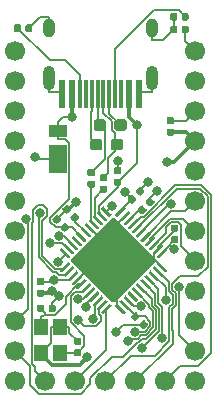
<source format=gbr>
G04 #@! TF.GenerationSoftware,KiCad,Pcbnew,5.1.5+dfsg1-2build2*
G04 #@! TF.CreationDate,2020-11-29T01:09:51-05:00*
G04 #@! TF.ProjectId,goldfish,676f6c64-6669-4736-982e-6b696361645f,rev?*
G04 #@! TF.SameCoordinates,Original*
G04 #@! TF.FileFunction,Copper,L1,Top*
G04 #@! TF.FilePolarity,Positive*
%FSLAX46Y46*%
G04 Gerber Fmt 4.6, Leading zero omitted, Abs format (unit mm)*
G04 Created by KiCad (PCBNEW 5.1.5+dfsg1-2build2) date 2020-11-29 01:09:51*
%MOMM*%
%LPD*%
G04 APERTURE LIST*
%ADD10C,1.700000*%
%ADD11R,1.150000X1.400000*%
%ADD12R,1.500000X1.050000*%
%ADD13R,1.500000X2.400000*%
%ADD14R,0.600000X2.450000*%
%ADD15R,0.300000X2.450000*%
%ADD16O,1.000000X2.100000*%
%ADD17O,1.000000X1.600000*%
%ADD18C,0.100000*%
%ADD19C,0.800000*%
%ADD20C,0.127000*%
%ADD21C,0.160000*%
%ADD22C,0.310000*%
G04 APERTURE END LIST*
D10*
X37620000Y-55240000D03*
X37620000Y-52700000D03*
X37620000Y-50160000D03*
X37620000Y-47620000D03*
X37620000Y-45080000D03*
X37620000Y-42540000D03*
X37620000Y-40000000D03*
X37620000Y-37460000D03*
X37620000Y-34920000D03*
X37620000Y-32380000D03*
X37620000Y-29840000D03*
X37620000Y-27300000D03*
D11*
X24570000Y-52850000D03*
X24570000Y-50650000D03*
X26170000Y-50650000D03*
X26170000Y-52850000D03*
D12*
X25970000Y-34015000D03*
D13*
X25970000Y-36390000D03*
D14*
X26375000Y-30955000D03*
X32825000Y-30955000D03*
X27150000Y-30955000D03*
X32050000Y-30955000D03*
D15*
X31350000Y-30955000D03*
X27850000Y-30955000D03*
X30850000Y-30955000D03*
X28350000Y-30955000D03*
X30350000Y-30955000D03*
X28850000Y-30955000D03*
X29350000Y-30955000D03*
X29850000Y-30955000D03*
D16*
X33920000Y-29540000D03*
X25280000Y-29540000D03*
D17*
X33920000Y-25360000D03*
X25280000Y-25360000D03*
G04 #@! TA.AperFunction,SMDPad,CuDef*
D18*
G36*
X29550779Y-34746144D02*
G01*
X29573834Y-34749563D01*
X29596443Y-34755227D01*
X29618387Y-34763079D01*
X29639457Y-34773044D01*
X29659448Y-34785026D01*
X29678168Y-34798910D01*
X29695438Y-34814562D01*
X29711090Y-34831832D01*
X29724974Y-34850552D01*
X29736956Y-34870543D01*
X29746921Y-34891613D01*
X29754773Y-34913557D01*
X29760437Y-34936166D01*
X29763856Y-34959221D01*
X29765000Y-34982500D01*
X29765000Y-35457500D01*
X29763856Y-35480779D01*
X29760437Y-35503834D01*
X29754773Y-35526443D01*
X29746921Y-35548387D01*
X29736956Y-35569457D01*
X29724974Y-35589448D01*
X29711090Y-35608168D01*
X29695438Y-35625438D01*
X29678168Y-35641090D01*
X29659448Y-35654974D01*
X29639457Y-35666956D01*
X29618387Y-35676921D01*
X29596443Y-35684773D01*
X29573834Y-35690437D01*
X29550779Y-35693856D01*
X29527500Y-35695000D01*
X28952500Y-35695000D01*
X28929221Y-35693856D01*
X28906166Y-35690437D01*
X28883557Y-35684773D01*
X28861613Y-35676921D01*
X28840543Y-35666956D01*
X28820552Y-35654974D01*
X28801832Y-35641090D01*
X28784562Y-35625438D01*
X28768910Y-35608168D01*
X28755026Y-35589448D01*
X28743044Y-35569457D01*
X28733079Y-35548387D01*
X28725227Y-35526443D01*
X28719563Y-35503834D01*
X28716144Y-35480779D01*
X28715000Y-35457500D01*
X28715000Y-34982500D01*
X28716144Y-34959221D01*
X28719563Y-34936166D01*
X28725227Y-34913557D01*
X28733079Y-34891613D01*
X28743044Y-34870543D01*
X28755026Y-34850552D01*
X28768910Y-34831832D01*
X28784562Y-34814562D01*
X28801832Y-34798910D01*
X28820552Y-34785026D01*
X28840543Y-34773044D01*
X28861613Y-34763079D01*
X28883557Y-34755227D01*
X28906166Y-34749563D01*
X28929221Y-34746144D01*
X28952500Y-34745000D01*
X29527500Y-34745000D01*
X29550779Y-34746144D01*
G37*
G04 #@! TD.AperFunction*
G04 #@! TA.AperFunction,SMDPad,CuDef*
G36*
X31300779Y-34746144D02*
G01*
X31323834Y-34749563D01*
X31346443Y-34755227D01*
X31368387Y-34763079D01*
X31389457Y-34773044D01*
X31409448Y-34785026D01*
X31428168Y-34798910D01*
X31445438Y-34814562D01*
X31461090Y-34831832D01*
X31474974Y-34850552D01*
X31486956Y-34870543D01*
X31496921Y-34891613D01*
X31504773Y-34913557D01*
X31510437Y-34936166D01*
X31513856Y-34959221D01*
X31515000Y-34982500D01*
X31515000Y-35457500D01*
X31513856Y-35480779D01*
X31510437Y-35503834D01*
X31504773Y-35526443D01*
X31496921Y-35548387D01*
X31486956Y-35569457D01*
X31474974Y-35589448D01*
X31461090Y-35608168D01*
X31445438Y-35625438D01*
X31428168Y-35641090D01*
X31409448Y-35654974D01*
X31389457Y-35666956D01*
X31368387Y-35676921D01*
X31346443Y-35684773D01*
X31323834Y-35690437D01*
X31300779Y-35693856D01*
X31277500Y-35695000D01*
X30702500Y-35695000D01*
X30679221Y-35693856D01*
X30656166Y-35690437D01*
X30633557Y-35684773D01*
X30611613Y-35676921D01*
X30590543Y-35666956D01*
X30570552Y-35654974D01*
X30551832Y-35641090D01*
X30534562Y-35625438D01*
X30518910Y-35608168D01*
X30505026Y-35589448D01*
X30493044Y-35569457D01*
X30483079Y-35548387D01*
X30475227Y-35526443D01*
X30469563Y-35503834D01*
X30466144Y-35480779D01*
X30465000Y-35457500D01*
X30465000Y-34982500D01*
X30466144Y-34959221D01*
X30469563Y-34936166D01*
X30475227Y-34913557D01*
X30483079Y-34891613D01*
X30493044Y-34870543D01*
X30505026Y-34850552D01*
X30518910Y-34831832D01*
X30534562Y-34814562D01*
X30551832Y-34798910D01*
X30570552Y-34785026D01*
X30590543Y-34773044D01*
X30611613Y-34763079D01*
X30633557Y-34755227D01*
X30656166Y-34749563D01*
X30679221Y-34746144D01*
X30702500Y-34745000D01*
X31277500Y-34745000D01*
X31300779Y-34746144D01*
G37*
G04 #@! TD.AperFunction*
G04 #@! TA.AperFunction,SMDPad,CuDef*
G36*
X31610779Y-33076144D02*
G01*
X31633834Y-33079563D01*
X31656443Y-33085227D01*
X31678387Y-33093079D01*
X31699457Y-33103044D01*
X31719448Y-33115026D01*
X31738168Y-33128910D01*
X31755438Y-33144562D01*
X31771090Y-33161832D01*
X31784974Y-33180552D01*
X31796956Y-33200543D01*
X31806921Y-33221613D01*
X31814773Y-33243557D01*
X31820437Y-33266166D01*
X31823856Y-33289221D01*
X31825000Y-33312500D01*
X31825000Y-33787500D01*
X31823856Y-33810779D01*
X31820437Y-33833834D01*
X31814773Y-33856443D01*
X31806921Y-33878387D01*
X31796956Y-33899457D01*
X31784974Y-33919448D01*
X31771090Y-33938168D01*
X31755438Y-33955438D01*
X31738168Y-33971090D01*
X31719448Y-33984974D01*
X31699457Y-33996956D01*
X31678387Y-34006921D01*
X31656443Y-34014773D01*
X31633834Y-34020437D01*
X31610779Y-34023856D01*
X31587500Y-34025000D01*
X31012500Y-34025000D01*
X30989221Y-34023856D01*
X30966166Y-34020437D01*
X30943557Y-34014773D01*
X30921613Y-34006921D01*
X30900543Y-33996956D01*
X30880552Y-33984974D01*
X30861832Y-33971090D01*
X30844562Y-33955438D01*
X30828910Y-33938168D01*
X30815026Y-33919448D01*
X30803044Y-33899457D01*
X30793079Y-33878387D01*
X30785227Y-33856443D01*
X30779563Y-33833834D01*
X30776144Y-33810779D01*
X30775000Y-33787500D01*
X30775000Y-33312500D01*
X30776144Y-33289221D01*
X30779563Y-33266166D01*
X30785227Y-33243557D01*
X30793079Y-33221613D01*
X30803044Y-33200543D01*
X30815026Y-33180552D01*
X30828910Y-33161832D01*
X30844562Y-33144562D01*
X30861832Y-33128910D01*
X30880552Y-33115026D01*
X30900543Y-33103044D01*
X30921613Y-33093079D01*
X30943557Y-33085227D01*
X30966166Y-33079563D01*
X30989221Y-33076144D01*
X31012500Y-33075000D01*
X31587500Y-33075000D01*
X31610779Y-33076144D01*
G37*
G04 #@! TD.AperFunction*
G04 #@! TA.AperFunction,SMDPad,CuDef*
G36*
X29860779Y-33076144D02*
G01*
X29883834Y-33079563D01*
X29906443Y-33085227D01*
X29928387Y-33093079D01*
X29949457Y-33103044D01*
X29969448Y-33115026D01*
X29988168Y-33128910D01*
X30005438Y-33144562D01*
X30021090Y-33161832D01*
X30034974Y-33180552D01*
X30046956Y-33200543D01*
X30056921Y-33221613D01*
X30064773Y-33243557D01*
X30070437Y-33266166D01*
X30073856Y-33289221D01*
X30075000Y-33312500D01*
X30075000Y-33787500D01*
X30073856Y-33810779D01*
X30070437Y-33833834D01*
X30064773Y-33856443D01*
X30056921Y-33878387D01*
X30046956Y-33899457D01*
X30034974Y-33919448D01*
X30021090Y-33938168D01*
X30005438Y-33955438D01*
X29988168Y-33971090D01*
X29969448Y-33984974D01*
X29949457Y-33996956D01*
X29928387Y-34006921D01*
X29906443Y-34014773D01*
X29883834Y-34020437D01*
X29860779Y-34023856D01*
X29837500Y-34025000D01*
X29262500Y-34025000D01*
X29239221Y-34023856D01*
X29216166Y-34020437D01*
X29193557Y-34014773D01*
X29171613Y-34006921D01*
X29150543Y-33996956D01*
X29130552Y-33984974D01*
X29111832Y-33971090D01*
X29094562Y-33955438D01*
X29078910Y-33938168D01*
X29065026Y-33919448D01*
X29053044Y-33899457D01*
X29043079Y-33878387D01*
X29035227Y-33856443D01*
X29029563Y-33833834D01*
X29026144Y-33810779D01*
X29025000Y-33787500D01*
X29025000Y-33312500D01*
X29026144Y-33289221D01*
X29029563Y-33266166D01*
X29035227Y-33243557D01*
X29043079Y-33221613D01*
X29053044Y-33200543D01*
X29065026Y-33180552D01*
X29078910Y-33161832D01*
X29094562Y-33144562D01*
X29111832Y-33128910D01*
X29130552Y-33115026D01*
X29150543Y-33103044D01*
X29171613Y-33093079D01*
X29193557Y-33085227D01*
X29216166Y-33079563D01*
X29239221Y-33076144D01*
X29262500Y-33075000D01*
X29837500Y-33075000D01*
X29860779Y-33076144D01*
G37*
G04 #@! TD.AperFunction*
D10*
X22380000Y-27300000D03*
X22380000Y-29840000D03*
X22380000Y-32380000D03*
X22380000Y-34920000D03*
X22380000Y-37460000D03*
X22380000Y-40000000D03*
X22380000Y-42540000D03*
X22380000Y-45080000D03*
X22380000Y-47620000D03*
X22380000Y-50160000D03*
X22380000Y-52700000D03*
X22380000Y-55240000D03*
G04 #@! TA.AperFunction,SMDPad,CuDef*
D18*
G36*
X35706958Y-33855710D02*
G01*
X35721276Y-33857834D01*
X35735317Y-33861351D01*
X35748946Y-33866228D01*
X35762031Y-33872417D01*
X35774447Y-33879858D01*
X35786073Y-33888481D01*
X35796798Y-33898202D01*
X35806519Y-33908927D01*
X35815142Y-33920553D01*
X35822583Y-33932969D01*
X35828772Y-33946054D01*
X35833649Y-33959683D01*
X35837166Y-33973724D01*
X35839290Y-33988042D01*
X35840000Y-34002500D01*
X35840000Y-34297500D01*
X35839290Y-34311958D01*
X35837166Y-34326276D01*
X35833649Y-34340317D01*
X35828772Y-34353946D01*
X35822583Y-34367031D01*
X35815142Y-34379447D01*
X35806519Y-34391073D01*
X35796798Y-34401798D01*
X35786073Y-34411519D01*
X35774447Y-34420142D01*
X35762031Y-34427583D01*
X35748946Y-34433772D01*
X35735317Y-34438649D01*
X35721276Y-34442166D01*
X35706958Y-34444290D01*
X35692500Y-34445000D01*
X35347500Y-34445000D01*
X35333042Y-34444290D01*
X35318724Y-34442166D01*
X35304683Y-34438649D01*
X35291054Y-34433772D01*
X35277969Y-34427583D01*
X35265553Y-34420142D01*
X35253927Y-34411519D01*
X35243202Y-34401798D01*
X35233481Y-34391073D01*
X35224858Y-34379447D01*
X35217417Y-34367031D01*
X35211228Y-34353946D01*
X35206351Y-34340317D01*
X35202834Y-34326276D01*
X35200710Y-34311958D01*
X35200000Y-34297500D01*
X35200000Y-34002500D01*
X35200710Y-33988042D01*
X35202834Y-33973724D01*
X35206351Y-33959683D01*
X35211228Y-33946054D01*
X35217417Y-33932969D01*
X35224858Y-33920553D01*
X35233481Y-33908927D01*
X35243202Y-33898202D01*
X35253927Y-33888481D01*
X35265553Y-33879858D01*
X35277969Y-33872417D01*
X35291054Y-33866228D01*
X35304683Y-33861351D01*
X35318724Y-33857834D01*
X35333042Y-33855710D01*
X35347500Y-33855000D01*
X35692500Y-33855000D01*
X35706958Y-33855710D01*
G37*
G04 #@! TD.AperFunction*
G04 #@! TA.AperFunction,SMDPad,CuDef*
G36*
X35706958Y-32885710D02*
G01*
X35721276Y-32887834D01*
X35735317Y-32891351D01*
X35748946Y-32896228D01*
X35762031Y-32902417D01*
X35774447Y-32909858D01*
X35786073Y-32918481D01*
X35796798Y-32928202D01*
X35806519Y-32938927D01*
X35815142Y-32950553D01*
X35822583Y-32962969D01*
X35828772Y-32976054D01*
X35833649Y-32989683D01*
X35837166Y-33003724D01*
X35839290Y-33018042D01*
X35840000Y-33032500D01*
X35840000Y-33327500D01*
X35839290Y-33341958D01*
X35837166Y-33356276D01*
X35833649Y-33370317D01*
X35828772Y-33383946D01*
X35822583Y-33397031D01*
X35815142Y-33409447D01*
X35806519Y-33421073D01*
X35796798Y-33431798D01*
X35786073Y-33441519D01*
X35774447Y-33450142D01*
X35762031Y-33457583D01*
X35748946Y-33463772D01*
X35735317Y-33468649D01*
X35721276Y-33472166D01*
X35706958Y-33474290D01*
X35692500Y-33475000D01*
X35347500Y-33475000D01*
X35333042Y-33474290D01*
X35318724Y-33472166D01*
X35304683Y-33468649D01*
X35291054Y-33463772D01*
X35277969Y-33457583D01*
X35265553Y-33450142D01*
X35253927Y-33441519D01*
X35243202Y-33431798D01*
X35233481Y-33421073D01*
X35224858Y-33409447D01*
X35217417Y-33397031D01*
X35211228Y-33383946D01*
X35206351Y-33370317D01*
X35202834Y-33356276D01*
X35200710Y-33341958D01*
X35200000Y-33327500D01*
X35200000Y-33032500D01*
X35200710Y-33018042D01*
X35202834Y-33003724D01*
X35206351Y-32989683D01*
X35211228Y-32976054D01*
X35217417Y-32962969D01*
X35224858Y-32950553D01*
X35233481Y-32938927D01*
X35243202Y-32928202D01*
X35253927Y-32918481D01*
X35265553Y-32909858D01*
X35277969Y-32902417D01*
X35291054Y-32896228D01*
X35304683Y-32891351D01*
X35318724Y-32887834D01*
X35333042Y-32885710D01*
X35347500Y-32885000D01*
X35692500Y-32885000D01*
X35706958Y-32885710D01*
G37*
G04 #@! TD.AperFunction*
G04 #@! TA.AperFunction,SMDPad,CuDef*
G36*
X31590010Y-40429995D02*
G01*
X31596077Y-40430895D01*
X31602027Y-40432385D01*
X31607802Y-40434452D01*
X31613346Y-40437074D01*
X31618607Y-40440227D01*
X31623534Y-40443881D01*
X31628078Y-40448000D01*
X31716466Y-40536388D01*
X31720585Y-40540932D01*
X31724239Y-40545859D01*
X31727392Y-40551120D01*
X31730014Y-40556664D01*
X31732081Y-40562439D01*
X31733571Y-40568389D01*
X31734471Y-40574456D01*
X31734772Y-40580582D01*
X31734471Y-40586708D01*
X31733571Y-40592775D01*
X31732081Y-40598725D01*
X31730014Y-40604500D01*
X31727392Y-40610044D01*
X31724239Y-40615305D01*
X31720585Y-40620232D01*
X31716466Y-40624776D01*
X31044714Y-41296528D01*
X31040170Y-41300647D01*
X31035243Y-41304301D01*
X31029982Y-41307454D01*
X31024438Y-41310076D01*
X31018663Y-41312143D01*
X31012713Y-41313633D01*
X31006646Y-41314533D01*
X31000520Y-41314834D01*
X30994394Y-41314533D01*
X30988327Y-41313633D01*
X30982377Y-41312143D01*
X30976602Y-41310076D01*
X30971058Y-41307454D01*
X30965797Y-41304301D01*
X30960870Y-41300647D01*
X30956326Y-41296528D01*
X30867938Y-41208140D01*
X30863819Y-41203596D01*
X30860165Y-41198669D01*
X30857012Y-41193408D01*
X30854390Y-41187864D01*
X30852323Y-41182089D01*
X30850833Y-41176139D01*
X30849933Y-41170072D01*
X30849632Y-41163946D01*
X30849933Y-41157820D01*
X30850833Y-41151753D01*
X30852323Y-41145803D01*
X30854390Y-41140028D01*
X30857012Y-41134484D01*
X30860165Y-41129223D01*
X30863819Y-41124296D01*
X30867938Y-41119752D01*
X31539690Y-40448000D01*
X31544234Y-40443881D01*
X31549161Y-40440227D01*
X31554422Y-40437074D01*
X31559966Y-40434452D01*
X31565741Y-40432385D01*
X31571691Y-40430895D01*
X31577758Y-40429995D01*
X31583884Y-40429694D01*
X31590010Y-40429995D01*
G37*
G04 #@! TD.AperFunction*
G04 #@! TA.AperFunction,SMDPad,CuDef*
G36*
X31943563Y-40783549D02*
G01*
X31949630Y-40784449D01*
X31955580Y-40785939D01*
X31961355Y-40788006D01*
X31966899Y-40790628D01*
X31972160Y-40793781D01*
X31977087Y-40797435D01*
X31981631Y-40801554D01*
X32070019Y-40889942D01*
X32074138Y-40894486D01*
X32077792Y-40899413D01*
X32080945Y-40904674D01*
X32083567Y-40910218D01*
X32085634Y-40915993D01*
X32087124Y-40921943D01*
X32088024Y-40928010D01*
X32088325Y-40934136D01*
X32088024Y-40940262D01*
X32087124Y-40946329D01*
X32085634Y-40952279D01*
X32083567Y-40958054D01*
X32080945Y-40963598D01*
X32077792Y-40968859D01*
X32074138Y-40973786D01*
X32070019Y-40978330D01*
X31398267Y-41650082D01*
X31393723Y-41654201D01*
X31388796Y-41657855D01*
X31383535Y-41661008D01*
X31377991Y-41663630D01*
X31372216Y-41665697D01*
X31366266Y-41667187D01*
X31360199Y-41668087D01*
X31354073Y-41668388D01*
X31347947Y-41668087D01*
X31341880Y-41667187D01*
X31335930Y-41665697D01*
X31330155Y-41663630D01*
X31324611Y-41661008D01*
X31319350Y-41657855D01*
X31314423Y-41654201D01*
X31309879Y-41650082D01*
X31221491Y-41561694D01*
X31217372Y-41557150D01*
X31213718Y-41552223D01*
X31210565Y-41546962D01*
X31207943Y-41541418D01*
X31205876Y-41535643D01*
X31204386Y-41529693D01*
X31203486Y-41523626D01*
X31203185Y-41517500D01*
X31203486Y-41511374D01*
X31204386Y-41505307D01*
X31205876Y-41499357D01*
X31207943Y-41493582D01*
X31210565Y-41488038D01*
X31213718Y-41482777D01*
X31217372Y-41477850D01*
X31221491Y-41473306D01*
X31893243Y-40801554D01*
X31897787Y-40797435D01*
X31902714Y-40793781D01*
X31907975Y-40790628D01*
X31913519Y-40788006D01*
X31919294Y-40785939D01*
X31925244Y-40784449D01*
X31931311Y-40783549D01*
X31937437Y-40783248D01*
X31943563Y-40783549D01*
G37*
G04 #@! TD.AperFunction*
G04 #@! TA.AperFunction,SMDPad,CuDef*
G36*
X32297117Y-41137102D02*
G01*
X32303184Y-41138002D01*
X32309134Y-41139492D01*
X32314909Y-41141559D01*
X32320453Y-41144181D01*
X32325714Y-41147334D01*
X32330641Y-41150988D01*
X32335185Y-41155107D01*
X32423573Y-41243495D01*
X32427692Y-41248039D01*
X32431346Y-41252966D01*
X32434499Y-41258227D01*
X32437121Y-41263771D01*
X32439188Y-41269546D01*
X32440678Y-41275496D01*
X32441578Y-41281563D01*
X32441879Y-41287689D01*
X32441578Y-41293815D01*
X32440678Y-41299882D01*
X32439188Y-41305832D01*
X32437121Y-41311607D01*
X32434499Y-41317151D01*
X32431346Y-41322412D01*
X32427692Y-41327339D01*
X32423573Y-41331883D01*
X31751821Y-42003635D01*
X31747277Y-42007754D01*
X31742350Y-42011408D01*
X31737089Y-42014561D01*
X31731545Y-42017183D01*
X31725770Y-42019250D01*
X31719820Y-42020740D01*
X31713753Y-42021640D01*
X31707627Y-42021941D01*
X31701501Y-42021640D01*
X31695434Y-42020740D01*
X31689484Y-42019250D01*
X31683709Y-42017183D01*
X31678165Y-42014561D01*
X31672904Y-42011408D01*
X31667977Y-42007754D01*
X31663433Y-42003635D01*
X31575045Y-41915247D01*
X31570926Y-41910703D01*
X31567272Y-41905776D01*
X31564119Y-41900515D01*
X31561497Y-41894971D01*
X31559430Y-41889196D01*
X31557940Y-41883246D01*
X31557040Y-41877179D01*
X31556739Y-41871053D01*
X31557040Y-41864927D01*
X31557940Y-41858860D01*
X31559430Y-41852910D01*
X31561497Y-41847135D01*
X31564119Y-41841591D01*
X31567272Y-41836330D01*
X31570926Y-41831403D01*
X31575045Y-41826859D01*
X32246797Y-41155107D01*
X32251341Y-41150988D01*
X32256268Y-41147334D01*
X32261529Y-41144181D01*
X32267073Y-41141559D01*
X32272848Y-41139492D01*
X32278798Y-41138002D01*
X32284865Y-41137102D01*
X32290991Y-41136801D01*
X32297117Y-41137102D01*
G37*
G04 #@! TD.AperFunction*
G04 #@! TA.AperFunction,SMDPad,CuDef*
G36*
X32650670Y-41490655D02*
G01*
X32656737Y-41491555D01*
X32662687Y-41493045D01*
X32668462Y-41495112D01*
X32674006Y-41497734D01*
X32679267Y-41500887D01*
X32684194Y-41504541D01*
X32688738Y-41508660D01*
X32777126Y-41597048D01*
X32781245Y-41601592D01*
X32784899Y-41606519D01*
X32788052Y-41611780D01*
X32790674Y-41617324D01*
X32792741Y-41623099D01*
X32794231Y-41629049D01*
X32795131Y-41635116D01*
X32795432Y-41641242D01*
X32795131Y-41647368D01*
X32794231Y-41653435D01*
X32792741Y-41659385D01*
X32790674Y-41665160D01*
X32788052Y-41670704D01*
X32784899Y-41675965D01*
X32781245Y-41680892D01*
X32777126Y-41685436D01*
X32105374Y-42357188D01*
X32100830Y-42361307D01*
X32095903Y-42364961D01*
X32090642Y-42368114D01*
X32085098Y-42370736D01*
X32079323Y-42372803D01*
X32073373Y-42374293D01*
X32067306Y-42375193D01*
X32061180Y-42375494D01*
X32055054Y-42375193D01*
X32048987Y-42374293D01*
X32043037Y-42372803D01*
X32037262Y-42370736D01*
X32031718Y-42368114D01*
X32026457Y-42364961D01*
X32021530Y-42361307D01*
X32016986Y-42357188D01*
X31928598Y-42268800D01*
X31924479Y-42264256D01*
X31920825Y-42259329D01*
X31917672Y-42254068D01*
X31915050Y-42248524D01*
X31912983Y-42242749D01*
X31911493Y-42236799D01*
X31910593Y-42230732D01*
X31910292Y-42224606D01*
X31910593Y-42218480D01*
X31911493Y-42212413D01*
X31912983Y-42206463D01*
X31915050Y-42200688D01*
X31917672Y-42195144D01*
X31920825Y-42189883D01*
X31924479Y-42184956D01*
X31928598Y-42180412D01*
X32600350Y-41508660D01*
X32604894Y-41504541D01*
X32609821Y-41500887D01*
X32615082Y-41497734D01*
X32620626Y-41495112D01*
X32626401Y-41493045D01*
X32632351Y-41491555D01*
X32638418Y-41490655D01*
X32644544Y-41490354D01*
X32650670Y-41490655D01*
G37*
G04 #@! TD.AperFunction*
G04 #@! TA.AperFunction,SMDPad,CuDef*
G36*
X33004223Y-41844209D02*
G01*
X33010290Y-41845109D01*
X33016240Y-41846599D01*
X33022015Y-41848666D01*
X33027559Y-41851288D01*
X33032820Y-41854441D01*
X33037747Y-41858095D01*
X33042291Y-41862214D01*
X33130679Y-41950602D01*
X33134798Y-41955146D01*
X33138452Y-41960073D01*
X33141605Y-41965334D01*
X33144227Y-41970878D01*
X33146294Y-41976653D01*
X33147784Y-41982603D01*
X33148684Y-41988670D01*
X33148985Y-41994796D01*
X33148684Y-42000922D01*
X33147784Y-42006989D01*
X33146294Y-42012939D01*
X33144227Y-42018714D01*
X33141605Y-42024258D01*
X33138452Y-42029519D01*
X33134798Y-42034446D01*
X33130679Y-42038990D01*
X32458927Y-42710742D01*
X32454383Y-42714861D01*
X32449456Y-42718515D01*
X32444195Y-42721668D01*
X32438651Y-42724290D01*
X32432876Y-42726357D01*
X32426926Y-42727847D01*
X32420859Y-42728747D01*
X32414733Y-42729048D01*
X32408607Y-42728747D01*
X32402540Y-42727847D01*
X32396590Y-42726357D01*
X32390815Y-42724290D01*
X32385271Y-42721668D01*
X32380010Y-42718515D01*
X32375083Y-42714861D01*
X32370539Y-42710742D01*
X32282151Y-42622354D01*
X32278032Y-42617810D01*
X32274378Y-42612883D01*
X32271225Y-42607622D01*
X32268603Y-42602078D01*
X32266536Y-42596303D01*
X32265046Y-42590353D01*
X32264146Y-42584286D01*
X32263845Y-42578160D01*
X32264146Y-42572034D01*
X32265046Y-42565967D01*
X32266536Y-42560017D01*
X32268603Y-42554242D01*
X32271225Y-42548698D01*
X32274378Y-42543437D01*
X32278032Y-42538510D01*
X32282151Y-42533966D01*
X32953903Y-41862214D01*
X32958447Y-41858095D01*
X32963374Y-41854441D01*
X32968635Y-41851288D01*
X32974179Y-41848666D01*
X32979954Y-41846599D01*
X32985904Y-41845109D01*
X32991971Y-41844209D01*
X32998097Y-41843908D01*
X33004223Y-41844209D01*
G37*
G04 #@! TD.AperFunction*
G04 #@! TA.AperFunction,SMDPad,CuDef*
G36*
X33357777Y-42197762D02*
G01*
X33363844Y-42198662D01*
X33369794Y-42200152D01*
X33375569Y-42202219D01*
X33381113Y-42204841D01*
X33386374Y-42207994D01*
X33391301Y-42211648D01*
X33395845Y-42215767D01*
X33484233Y-42304155D01*
X33488352Y-42308699D01*
X33492006Y-42313626D01*
X33495159Y-42318887D01*
X33497781Y-42324431D01*
X33499848Y-42330206D01*
X33501338Y-42336156D01*
X33502238Y-42342223D01*
X33502539Y-42348349D01*
X33502238Y-42354475D01*
X33501338Y-42360542D01*
X33499848Y-42366492D01*
X33497781Y-42372267D01*
X33495159Y-42377811D01*
X33492006Y-42383072D01*
X33488352Y-42387999D01*
X33484233Y-42392543D01*
X32812481Y-43064295D01*
X32807937Y-43068414D01*
X32803010Y-43072068D01*
X32797749Y-43075221D01*
X32792205Y-43077843D01*
X32786430Y-43079910D01*
X32780480Y-43081400D01*
X32774413Y-43082300D01*
X32768287Y-43082601D01*
X32762161Y-43082300D01*
X32756094Y-43081400D01*
X32750144Y-43079910D01*
X32744369Y-43077843D01*
X32738825Y-43075221D01*
X32733564Y-43072068D01*
X32728637Y-43068414D01*
X32724093Y-43064295D01*
X32635705Y-42975907D01*
X32631586Y-42971363D01*
X32627932Y-42966436D01*
X32624779Y-42961175D01*
X32622157Y-42955631D01*
X32620090Y-42949856D01*
X32618600Y-42943906D01*
X32617700Y-42937839D01*
X32617399Y-42931713D01*
X32617700Y-42925587D01*
X32618600Y-42919520D01*
X32620090Y-42913570D01*
X32622157Y-42907795D01*
X32624779Y-42902251D01*
X32627932Y-42896990D01*
X32631586Y-42892063D01*
X32635705Y-42887519D01*
X33307457Y-42215767D01*
X33312001Y-42211648D01*
X33316928Y-42207994D01*
X33322189Y-42204841D01*
X33327733Y-42202219D01*
X33333508Y-42200152D01*
X33339458Y-42198662D01*
X33345525Y-42197762D01*
X33351651Y-42197461D01*
X33357777Y-42197762D01*
G37*
G04 #@! TD.AperFunction*
G04 #@! TA.AperFunction,SMDPad,CuDef*
G36*
X33711330Y-42551316D02*
G01*
X33717397Y-42552216D01*
X33723347Y-42553706D01*
X33729122Y-42555773D01*
X33734666Y-42558395D01*
X33739927Y-42561548D01*
X33744854Y-42565202D01*
X33749398Y-42569321D01*
X33837786Y-42657709D01*
X33841905Y-42662253D01*
X33845559Y-42667180D01*
X33848712Y-42672441D01*
X33851334Y-42677985D01*
X33853401Y-42683760D01*
X33854891Y-42689710D01*
X33855791Y-42695777D01*
X33856092Y-42701903D01*
X33855791Y-42708029D01*
X33854891Y-42714096D01*
X33853401Y-42720046D01*
X33851334Y-42725821D01*
X33848712Y-42731365D01*
X33845559Y-42736626D01*
X33841905Y-42741553D01*
X33837786Y-42746097D01*
X33166034Y-43417849D01*
X33161490Y-43421968D01*
X33156563Y-43425622D01*
X33151302Y-43428775D01*
X33145758Y-43431397D01*
X33139983Y-43433464D01*
X33134033Y-43434954D01*
X33127966Y-43435854D01*
X33121840Y-43436155D01*
X33115714Y-43435854D01*
X33109647Y-43434954D01*
X33103697Y-43433464D01*
X33097922Y-43431397D01*
X33092378Y-43428775D01*
X33087117Y-43425622D01*
X33082190Y-43421968D01*
X33077646Y-43417849D01*
X32989258Y-43329461D01*
X32985139Y-43324917D01*
X32981485Y-43319990D01*
X32978332Y-43314729D01*
X32975710Y-43309185D01*
X32973643Y-43303410D01*
X32972153Y-43297460D01*
X32971253Y-43291393D01*
X32970952Y-43285267D01*
X32971253Y-43279141D01*
X32972153Y-43273074D01*
X32973643Y-43267124D01*
X32975710Y-43261349D01*
X32978332Y-43255805D01*
X32981485Y-43250544D01*
X32985139Y-43245617D01*
X32989258Y-43241073D01*
X33661010Y-42569321D01*
X33665554Y-42565202D01*
X33670481Y-42561548D01*
X33675742Y-42558395D01*
X33681286Y-42555773D01*
X33687061Y-42553706D01*
X33693011Y-42552216D01*
X33699078Y-42551316D01*
X33705204Y-42551015D01*
X33711330Y-42551316D01*
G37*
G04 #@! TD.AperFunction*
G04 #@! TA.AperFunction,SMDPad,CuDef*
G36*
X34064884Y-42904869D02*
G01*
X34070951Y-42905769D01*
X34076901Y-42907259D01*
X34082676Y-42909326D01*
X34088220Y-42911948D01*
X34093481Y-42915101D01*
X34098408Y-42918755D01*
X34102952Y-42922874D01*
X34191340Y-43011262D01*
X34195459Y-43015806D01*
X34199113Y-43020733D01*
X34202266Y-43025994D01*
X34204888Y-43031538D01*
X34206955Y-43037313D01*
X34208445Y-43043263D01*
X34209345Y-43049330D01*
X34209646Y-43055456D01*
X34209345Y-43061582D01*
X34208445Y-43067649D01*
X34206955Y-43073599D01*
X34204888Y-43079374D01*
X34202266Y-43084918D01*
X34199113Y-43090179D01*
X34195459Y-43095106D01*
X34191340Y-43099650D01*
X33519588Y-43771402D01*
X33515044Y-43775521D01*
X33510117Y-43779175D01*
X33504856Y-43782328D01*
X33499312Y-43784950D01*
X33493537Y-43787017D01*
X33487587Y-43788507D01*
X33481520Y-43789407D01*
X33475394Y-43789708D01*
X33469268Y-43789407D01*
X33463201Y-43788507D01*
X33457251Y-43787017D01*
X33451476Y-43784950D01*
X33445932Y-43782328D01*
X33440671Y-43779175D01*
X33435744Y-43775521D01*
X33431200Y-43771402D01*
X33342812Y-43683014D01*
X33338693Y-43678470D01*
X33335039Y-43673543D01*
X33331886Y-43668282D01*
X33329264Y-43662738D01*
X33327197Y-43656963D01*
X33325707Y-43651013D01*
X33324807Y-43644946D01*
X33324506Y-43638820D01*
X33324807Y-43632694D01*
X33325707Y-43626627D01*
X33327197Y-43620677D01*
X33329264Y-43614902D01*
X33331886Y-43609358D01*
X33335039Y-43604097D01*
X33338693Y-43599170D01*
X33342812Y-43594626D01*
X34014564Y-42922874D01*
X34019108Y-42918755D01*
X34024035Y-42915101D01*
X34029296Y-42911948D01*
X34034840Y-42909326D01*
X34040615Y-42907259D01*
X34046565Y-42905769D01*
X34052632Y-42904869D01*
X34058758Y-42904568D01*
X34064884Y-42904869D01*
G37*
G04 #@! TD.AperFunction*
G04 #@! TA.AperFunction,SMDPad,CuDef*
G36*
X34418437Y-43258422D02*
G01*
X34424504Y-43259322D01*
X34430454Y-43260812D01*
X34436229Y-43262879D01*
X34441773Y-43265501D01*
X34447034Y-43268654D01*
X34451961Y-43272308D01*
X34456505Y-43276427D01*
X34544893Y-43364815D01*
X34549012Y-43369359D01*
X34552666Y-43374286D01*
X34555819Y-43379547D01*
X34558441Y-43385091D01*
X34560508Y-43390866D01*
X34561998Y-43396816D01*
X34562898Y-43402883D01*
X34563199Y-43409009D01*
X34562898Y-43415135D01*
X34561998Y-43421202D01*
X34560508Y-43427152D01*
X34558441Y-43432927D01*
X34555819Y-43438471D01*
X34552666Y-43443732D01*
X34549012Y-43448659D01*
X34544893Y-43453203D01*
X33873141Y-44124955D01*
X33868597Y-44129074D01*
X33863670Y-44132728D01*
X33858409Y-44135881D01*
X33852865Y-44138503D01*
X33847090Y-44140570D01*
X33841140Y-44142060D01*
X33835073Y-44142960D01*
X33828947Y-44143261D01*
X33822821Y-44142960D01*
X33816754Y-44142060D01*
X33810804Y-44140570D01*
X33805029Y-44138503D01*
X33799485Y-44135881D01*
X33794224Y-44132728D01*
X33789297Y-44129074D01*
X33784753Y-44124955D01*
X33696365Y-44036567D01*
X33692246Y-44032023D01*
X33688592Y-44027096D01*
X33685439Y-44021835D01*
X33682817Y-44016291D01*
X33680750Y-44010516D01*
X33679260Y-44004566D01*
X33678360Y-43998499D01*
X33678059Y-43992373D01*
X33678360Y-43986247D01*
X33679260Y-43980180D01*
X33680750Y-43974230D01*
X33682817Y-43968455D01*
X33685439Y-43962911D01*
X33688592Y-43957650D01*
X33692246Y-43952723D01*
X33696365Y-43948179D01*
X34368117Y-43276427D01*
X34372661Y-43272308D01*
X34377588Y-43268654D01*
X34382849Y-43265501D01*
X34388393Y-43262879D01*
X34394168Y-43260812D01*
X34400118Y-43259322D01*
X34406185Y-43258422D01*
X34412311Y-43258121D01*
X34418437Y-43258422D01*
G37*
G04 #@! TD.AperFunction*
G04 #@! TA.AperFunction,SMDPad,CuDef*
G36*
X34771990Y-43611976D02*
G01*
X34778057Y-43612876D01*
X34784007Y-43614366D01*
X34789782Y-43616433D01*
X34795326Y-43619055D01*
X34800587Y-43622208D01*
X34805514Y-43625862D01*
X34810058Y-43629981D01*
X34898446Y-43718369D01*
X34902565Y-43722913D01*
X34906219Y-43727840D01*
X34909372Y-43733101D01*
X34911994Y-43738645D01*
X34914061Y-43744420D01*
X34915551Y-43750370D01*
X34916451Y-43756437D01*
X34916752Y-43762563D01*
X34916451Y-43768689D01*
X34915551Y-43774756D01*
X34914061Y-43780706D01*
X34911994Y-43786481D01*
X34909372Y-43792025D01*
X34906219Y-43797286D01*
X34902565Y-43802213D01*
X34898446Y-43806757D01*
X34226694Y-44478509D01*
X34222150Y-44482628D01*
X34217223Y-44486282D01*
X34211962Y-44489435D01*
X34206418Y-44492057D01*
X34200643Y-44494124D01*
X34194693Y-44495614D01*
X34188626Y-44496514D01*
X34182500Y-44496815D01*
X34176374Y-44496514D01*
X34170307Y-44495614D01*
X34164357Y-44494124D01*
X34158582Y-44492057D01*
X34153038Y-44489435D01*
X34147777Y-44486282D01*
X34142850Y-44482628D01*
X34138306Y-44478509D01*
X34049918Y-44390121D01*
X34045799Y-44385577D01*
X34042145Y-44380650D01*
X34038992Y-44375389D01*
X34036370Y-44369845D01*
X34034303Y-44364070D01*
X34032813Y-44358120D01*
X34031913Y-44352053D01*
X34031612Y-44345927D01*
X34031913Y-44339801D01*
X34032813Y-44333734D01*
X34034303Y-44327784D01*
X34036370Y-44322009D01*
X34038992Y-44316465D01*
X34042145Y-44311204D01*
X34045799Y-44306277D01*
X34049918Y-44301733D01*
X34721670Y-43629981D01*
X34726214Y-43625862D01*
X34731141Y-43622208D01*
X34736402Y-43619055D01*
X34741946Y-43616433D01*
X34747721Y-43614366D01*
X34753671Y-43612876D01*
X34759738Y-43611976D01*
X34765864Y-43611675D01*
X34771990Y-43611976D01*
G37*
G04 #@! TD.AperFunction*
G04 #@! TA.AperFunction,SMDPad,CuDef*
G36*
X35125544Y-43965529D02*
G01*
X35131611Y-43966429D01*
X35137561Y-43967919D01*
X35143336Y-43969986D01*
X35148880Y-43972608D01*
X35154141Y-43975761D01*
X35159068Y-43979415D01*
X35163612Y-43983534D01*
X35252000Y-44071922D01*
X35256119Y-44076466D01*
X35259773Y-44081393D01*
X35262926Y-44086654D01*
X35265548Y-44092198D01*
X35267615Y-44097973D01*
X35269105Y-44103923D01*
X35270005Y-44109990D01*
X35270306Y-44116116D01*
X35270005Y-44122242D01*
X35269105Y-44128309D01*
X35267615Y-44134259D01*
X35265548Y-44140034D01*
X35262926Y-44145578D01*
X35259773Y-44150839D01*
X35256119Y-44155766D01*
X35252000Y-44160310D01*
X34580248Y-44832062D01*
X34575704Y-44836181D01*
X34570777Y-44839835D01*
X34565516Y-44842988D01*
X34559972Y-44845610D01*
X34554197Y-44847677D01*
X34548247Y-44849167D01*
X34542180Y-44850067D01*
X34536054Y-44850368D01*
X34529928Y-44850067D01*
X34523861Y-44849167D01*
X34517911Y-44847677D01*
X34512136Y-44845610D01*
X34506592Y-44842988D01*
X34501331Y-44839835D01*
X34496404Y-44836181D01*
X34491860Y-44832062D01*
X34403472Y-44743674D01*
X34399353Y-44739130D01*
X34395699Y-44734203D01*
X34392546Y-44728942D01*
X34389924Y-44723398D01*
X34387857Y-44717623D01*
X34386367Y-44711673D01*
X34385467Y-44705606D01*
X34385166Y-44699480D01*
X34385467Y-44693354D01*
X34386367Y-44687287D01*
X34387857Y-44681337D01*
X34389924Y-44675562D01*
X34392546Y-44670018D01*
X34395699Y-44664757D01*
X34399353Y-44659830D01*
X34403472Y-44655286D01*
X35075224Y-43983534D01*
X35079768Y-43979415D01*
X35084695Y-43975761D01*
X35089956Y-43972608D01*
X35095500Y-43969986D01*
X35101275Y-43967919D01*
X35107225Y-43966429D01*
X35113292Y-43965529D01*
X35119418Y-43965228D01*
X35125544Y-43965529D01*
G37*
G04 #@! TD.AperFunction*
G04 #@! TA.AperFunction,SMDPad,CuDef*
G36*
X34542180Y-45149933D02*
G01*
X34548247Y-45150833D01*
X34554197Y-45152323D01*
X34559972Y-45154390D01*
X34565516Y-45157012D01*
X34570777Y-45160165D01*
X34575704Y-45163819D01*
X34580248Y-45167938D01*
X35252000Y-45839690D01*
X35256119Y-45844234D01*
X35259773Y-45849161D01*
X35262926Y-45854422D01*
X35265548Y-45859966D01*
X35267615Y-45865741D01*
X35269105Y-45871691D01*
X35270005Y-45877758D01*
X35270306Y-45883884D01*
X35270005Y-45890010D01*
X35269105Y-45896077D01*
X35267615Y-45902027D01*
X35265548Y-45907802D01*
X35262926Y-45913346D01*
X35259773Y-45918607D01*
X35256119Y-45923534D01*
X35252000Y-45928078D01*
X35163612Y-46016466D01*
X35159068Y-46020585D01*
X35154141Y-46024239D01*
X35148880Y-46027392D01*
X35143336Y-46030014D01*
X35137561Y-46032081D01*
X35131611Y-46033571D01*
X35125544Y-46034471D01*
X35119418Y-46034772D01*
X35113292Y-46034471D01*
X35107225Y-46033571D01*
X35101275Y-46032081D01*
X35095500Y-46030014D01*
X35089956Y-46027392D01*
X35084695Y-46024239D01*
X35079768Y-46020585D01*
X35075224Y-46016466D01*
X34403472Y-45344714D01*
X34399353Y-45340170D01*
X34395699Y-45335243D01*
X34392546Y-45329982D01*
X34389924Y-45324438D01*
X34387857Y-45318663D01*
X34386367Y-45312713D01*
X34385467Y-45306646D01*
X34385166Y-45300520D01*
X34385467Y-45294394D01*
X34386367Y-45288327D01*
X34387857Y-45282377D01*
X34389924Y-45276602D01*
X34392546Y-45271058D01*
X34395699Y-45265797D01*
X34399353Y-45260870D01*
X34403472Y-45256326D01*
X34491860Y-45167938D01*
X34496404Y-45163819D01*
X34501331Y-45160165D01*
X34506592Y-45157012D01*
X34512136Y-45154390D01*
X34517911Y-45152323D01*
X34523861Y-45150833D01*
X34529928Y-45149933D01*
X34536054Y-45149632D01*
X34542180Y-45149933D01*
G37*
G04 #@! TD.AperFunction*
G04 #@! TA.AperFunction,SMDPad,CuDef*
G36*
X34188626Y-45503486D02*
G01*
X34194693Y-45504386D01*
X34200643Y-45505876D01*
X34206418Y-45507943D01*
X34211962Y-45510565D01*
X34217223Y-45513718D01*
X34222150Y-45517372D01*
X34226694Y-45521491D01*
X34898446Y-46193243D01*
X34902565Y-46197787D01*
X34906219Y-46202714D01*
X34909372Y-46207975D01*
X34911994Y-46213519D01*
X34914061Y-46219294D01*
X34915551Y-46225244D01*
X34916451Y-46231311D01*
X34916752Y-46237437D01*
X34916451Y-46243563D01*
X34915551Y-46249630D01*
X34914061Y-46255580D01*
X34911994Y-46261355D01*
X34909372Y-46266899D01*
X34906219Y-46272160D01*
X34902565Y-46277087D01*
X34898446Y-46281631D01*
X34810058Y-46370019D01*
X34805514Y-46374138D01*
X34800587Y-46377792D01*
X34795326Y-46380945D01*
X34789782Y-46383567D01*
X34784007Y-46385634D01*
X34778057Y-46387124D01*
X34771990Y-46388024D01*
X34765864Y-46388325D01*
X34759738Y-46388024D01*
X34753671Y-46387124D01*
X34747721Y-46385634D01*
X34741946Y-46383567D01*
X34736402Y-46380945D01*
X34731141Y-46377792D01*
X34726214Y-46374138D01*
X34721670Y-46370019D01*
X34049918Y-45698267D01*
X34045799Y-45693723D01*
X34042145Y-45688796D01*
X34038992Y-45683535D01*
X34036370Y-45677991D01*
X34034303Y-45672216D01*
X34032813Y-45666266D01*
X34031913Y-45660199D01*
X34031612Y-45654073D01*
X34031913Y-45647947D01*
X34032813Y-45641880D01*
X34034303Y-45635930D01*
X34036370Y-45630155D01*
X34038992Y-45624611D01*
X34042145Y-45619350D01*
X34045799Y-45614423D01*
X34049918Y-45609879D01*
X34138306Y-45521491D01*
X34142850Y-45517372D01*
X34147777Y-45513718D01*
X34153038Y-45510565D01*
X34158582Y-45507943D01*
X34164357Y-45505876D01*
X34170307Y-45504386D01*
X34176374Y-45503486D01*
X34182500Y-45503185D01*
X34188626Y-45503486D01*
G37*
G04 #@! TD.AperFunction*
G04 #@! TA.AperFunction,SMDPad,CuDef*
G36*
X33835073Y-45857040D02*
G01*
X33841140Y-45857940D01*
X33847090Y-45859430D01*
X33852865Y-45861497D01*
X33858409Y-45864119D01*
X33863670Y-45867272D01*
X33868597Y-45870926D01*
X33873141Y-45875045D01*
X34544893Y-46546797D01*
X34549012Y-46551341D01*
X34552666Y-46556268D01*
X34555819Y-46561529D01*
X34558441Y-46567073D01*
X34560508Y-46572848D01*
X34561998Y-46578798D01*
X34562898Y-46584865D01*
X34563199Y-46590991D01*
X34562898Y-46597117D01*
X34561998Y-46603184D01*
X34560508Y-46609134D01*
X34558441Y-46614909D01*
X34555819Y-46620453D01*
X34552666Y-46625714D01*
X34549012Y-46630641D01*
X34544893Y-46635185D01*
X34456505Y-46723573D01*
X34451961Y-46727692D01*
X34447034Y-46731346D01*
X34441773Y-46734499D01*
X34436229Y-46737121D01*
X34430454Y-46739188D01*
X34424504Y-46740678D01*
X34418437Y-46741578D01*
X34412311Y-46741879D01*
X34406185Y-46741578D01*
X34400118Y-46740678D01*
X34394168Y-46739188D01*
X34388393Y-46737121D01*
X34382849Y-46734499D01*
X34377588Y-46731346D01*
X34372661Y-46727692D01*
X34368117Y-46723573D01*
X33696365Y-46051821D01*
X33692246Y-46047277D01*
X33688592Y-46042350D01*
X33685439Y-46037089D01*
X33682817Y-46031545D01*
X33680750Y-46025770D01*
X33679260Y-46019820D01*
X33678360Y-46013753D01*
X33678059Y-46007627D01*
X33678360Y-46001501D01*
X33679260Y-45995434D01*
X33680750Y-45989484D01*
X33682817Y-45983709D01*
X33685439Y-45978165D01*
X33688592Y-45972904D01*
X33692246Y-45967977D01*
X33696365Y-45963433D01*
X33784753Y-45875045D01*
X33789297Y-45870926D01*
X33794224Y-45867272D01*
X33799485Y-45864119D01*
X33805029Y-45861497D01*
X33810804Y-45859430D01*
X33816754Y-45857940D01*
X33822821Y-45857040D01*
X33828947Y-45856739D01*
X33835073Y-45857040D01*
G37*
G04 #@! TD.AperFunction*
G04 #@! TA.AperFunction,SMDPad,CuDef*
G36*
X33481520Y-46210593D02*
G01*
X33487587Y-46211493D01*
X33493537Y-46212983D01*
X33499312Y-46215050D01*
X33504856Y-46217672D01*
X33510117Y-46220825D01*
X33515044Y-46224479D01*
X33519588Y-46228598D01*
X34191340Y-46900350D01*
X34195459Y-46904894D01*
X34199113Y-46909821D01*
X34202266Y-46915082D01*
X34204888Y-46920626D01*
X34206955Y-46926401D01*
X34208445Y-46932351D01*
X34209345Y-46938418D01*
X34209646Y-46944544D01*
X34209345Y-46950670D01*
X34208445Y-46956737D01*
X34206955Y-46962687D01*
X34204888Y-46968462D01*
X34202266Y-46974006D01*
X34199113Y-46979267D01*
X34195459Y-46984194D01*
X34191340Y-46988738D01*
X34102952Y-47077126D01*
X34098408Y-47081245D01*
X34093481Y-47084899D01*
X34088220Y-47088052D01*
X34082676Y-47090674D01*
X34076901Y-47092741D01*
X34070951Y-47094231D01*
X34064884Y-47095131D01*
X34058758Y-47095432D01*
X34052632Y-47095131D01*
X34046565Y-47094231D01*
X34040615Y-47092741D01*
X34034840Y-47090674D01*
X34029296Y-47088052D01*
X34024035Y-47084899D01*
X34019108Y-47081245D01*
X34014564Y-47077126D01*
X33342812Y-46405374D01*
X33338693Y-46400830D01*
X33335039Y-46395903D01*
X33331886Y-46390642D01*
X33329264Y-46385098D01*
X33327197Y-46379323D01*
X33325707Y-46373373D01*
X33324807Y-46367306D01*
X33324506Y-46361180D01*
X33324807Y-46355054D01*
X33325707Y-46348987D01*
X33327197Y-46343037D01*
X33329264Y-46337262D01*
X33331886Y-46331718D01*
X33335039Y-46326457D01*
X33338693Y-46321530D01*
X33342812Y-46316986D01*
X33431200Y-46228598D01*
X33435744Y-46224479D01*
X33440671Y-46220825D01*
X33445932Y-46217672D01*
X33451476Y-46215050D01*
X33457251Y-46212983D01*
X33463201Y-46211493D01*
X33469268Y-46210593D01*
X33475394Y-46210292D01*
X33481520Y-46210593D01*
G37*
G04 #@! TD.AperFunction*
G04 #@! TA.AperFunction,SMDPad,CuDef*
G36*
X33127966Y-46564146D02*
G01*
X33134033Y-46565046D01*
X33139983Y-46566536D01*
X33145758Y-46568603D01*
X33151302Y-46571225D01*
X33156563Y-46574378D01*
X33161490Y-46578032D01*
X33166034Y-46582151D01*
X33837786Y-47253903D01*
X33841905Y-47258447D01*
X33845559Y-47263374D01*
X33848712Y-47268635D01*
X33851334Y-47274179D01*
X33853401Y-47279954D01*
X33854891Y-47285904D01*
X33855791Y-47291971D01*
X33856092Y-47298097D01*
X33855791Y-47304223D01*
X33854891Y-47310290D01*
X33853401Y-47316240D01*
X33851334Y-47322015D01*
X33848712Y-47327559D01*
X33845559Y-47332820D01*
X33841905Y-47337747D01*
X33837786Y-47342291D01*
X33749398Y-47430679D01*
X33744854Y-47434798D01*
X33739927Y-47438452D01*
X33734666Y-47441605D01*
X33729122Y-47444227D01*
X33723347Y-47446294D01*
X33717397Y-47447784D01*
X33711330Y-47448684D01*
X33705204Y-47448985D01*
X33699078Y-47448684D01*
X33693011Y-47447784D01*
X33687061Y-47446294D01*
X33681286Y-47444227D01*
X33675742Y-47441605D01*
X33670481Y-47438452D01*
X33665554Y-47434798D01*
X33661010Y-47430679D01*
X32989258Y-46758927D01*
X32985139Y-46754383D01*
X32981485Y-46749456D01*
X32978332Y-46744195D01*
X32975710Y-46738651D01*
X32973643Y-46732876D01*
X32972153Y-46726926D01*
X32971253Y-46720859D01*
X32970952Y-46714733D01*
X32971253Y-46708607D01*
X32972153Y-46702540D01*
X32973643Y-46696590D01*
X32975710Y-46690815D01*
X32978332Y-46685271D01*
X32981485Y-46680010D01*
X32985139Y-46675083D01*
X32989258Y-46670539D01*
X33077646Y-46582151D01*
X33082190Y-46578032D01*
X33087117Y-46574378D01*
X33092378Y-46571225D01*
X33097922Y-46568603D01*
X33103697Y-46566536D01*
X33109647Y-46565046D01*
X33115714Y-46564146D01*
X33121840Y-46563845D01*
X33127966Y-46564146D01*
G37*
G04 #@! TD.AperFunction*
G04 #@! TA.AperFunction,SMDPad,CuDef*
G36*
X32774413Y-46917700D02*
G01*
X32780480Y-46918600D01*
X32786430Y-46920090D01*
X32792205Y-46922157D01*
X32797749Y-46924779D01*
X32803010Y-46927932D01*
X32807937Y-46931586D01*
X32812481Y-46935705D01*
X33484233Y-47607457D01*
X33488352Y-47612001D01*
X33492006Y-47616928D01*
X33495159Y-47622189D01*
X33497781Y-47627733D01*
X33499848Y-47633508D01*
X33501338Y-47639458D01*
X33502238Y-47645525D01*
X33502539Y-47651651D01*
X33502238Y-47657777D01*
X33501338Y-47663844D01*
X33499848Y-47669794D01*
X33497781Y-47675569D01*
X33495159Y-47681113D01*
X33492006Y-47686374D01*
X33488352Y-47691301D01*
X33484233Y-47695845D01*
X33395845Y-47784233D01*
X33391301Y-47788352D01*
X33386374Y-47792006D01*
X33381113Y-47795159D01*
X33375569Y-47797781D01*
X33369794Y-47799848D01*
X33363844Y-47801338D01*
X33357777Y-47802238D01*
X33351651Y-47802539D01*
X33345525Y-47802238D01*
X33339458Y-47801338D01*
X33333508Y-47799848D01*
X33327733Y-47797781D01*
X33322189Y-47795159D01*
X33316928Y-47792006D01*
X33312001Y-47788352D01*
X33307457Y-47784233D01*
X32635705Y-47112481D01*
X32631586Y-47107937D01*
X32627932Y-47103010D01*
X32624779Y-47097749D01*
X32622157Y-47092205D01*
X32620090Y-47086430D01*
X32618600Y-47080480D01*
X32617700Y-47074413D01*
X32617399Y-47068287D01*
X32617700Y-47062161D01*
X32618600Y-47056094D01*
X32620090Y-47050144D01*
X32622157Y-47044369D01*
X32624779Y-47038825D01*
X32627932Y-47033564D01*
X32631586Y-47028637D01*
X32635705Y-47024093D01*
X32724093Y-46935705D01*
X32728637Y-46931586D01*
X32733564Y-46927932D01*
X32738825Y-46924779D01*
X32744369Y-46922157D01*
X32750144Y-46920090D01*
X32756094Y-46918600D01*
X32762161Y-46917700D01*
X32768287Y-46917399D01*
X32774413Y-46917700D01*
G37*
G04 #@! TD.AperFunction*
G04 #@! TA.AperFunction,SMDPad,CuDef*
G36*
X32420859Y-47271253D02*
G01*
X32426926Y-47272153D01*
X32432876Y-47273643D01*
X32438651Y-47275710D01*
X32444195Y-47278332D01*
X32449456Y-47281485D01*
X32454383Y-47285139D01*
X32458927Y-47289258D01*
X33130679Y-47961010D01*
X33134798Y-47965554D01*
X33138452Y-47970481D01*
X33141605Y-47975742D01*
X33144227Y-47981286D01*
X33146294Y-47987061D01*
X33147784Y-47993011D01*
X33148684Y-47999078D01*
X33148985Y-48005204D01*
X33148684Y-48011330D01*
X33147784Y-48017397D01*
X33146294Y-48023347D01*
X33144227Y-48029122D01*
X33141605Y-48034666D01*
X33138452Y-48039927D01*
X33134798Y-48044854D01*
X33130679Y-48049398D01*
X33042291Y-48137786D01*
X33037747Y-48141905D01*
X33032820Y-48145559D01*
X33027559Y-48148712D01*
X33022015Y-48151334D01*
X33016240Y-48153401D01*
X33010290Y-48154891D01*
X33004223Y-48155791D01*
X32998097Y-48156092D01*
X32991971Y-48155791D01*
X32985904Y-48154891D01*
X32979954Y-48153401D01*
X32974179Y-48151334D01*
X32968635Y-48148712D01*
X32963374Y-48145559D01*
X32958447Y-48141905D01*
X32953903Y-48137786D01*
X32282151Y-47466034D01*
X32278032Y-47461490D01*
X32274378Y-47456563D01*
X32271225Y-47451302D01*
X32268603Y-47445758D01*
X32266536Y-47439983D01*
X32265046Y-47434033D01*
X32264146Y-47427966D01*
X32263845Y-47421840D01*
X32264146Y-47415714D01*
X32265046Y-47409647D01*
X32266536Y-47403697D01*
X32268603Y-47397922D01*
X32271225Y-47392378D01*
X32274378Y-47387117D01*
X32278032Y-47382190D01*
X32282151Y-47377646D01*
X32370539Y-47289258D01*
X32375083Y-47285139D01*
X32380010Y-47281485D01*
X32385271Y-47278332D01*
X32390815Y-47275710D01*
X32396590Y-47273643D01*
X32402540Y-47272153D01*
X32408607Y-47271253D01*
X32414733Y-47270952D01*
X32420859Y-47271253D01*
G37*
G04 #@! TD.AperFunction*
G04 #@! TA.AperFunction,SMDPad,CuDef*
G36*
X32067306Y-47624807D02*
G01*
X32073373Y-47625707D01*
X32079323Y-47627197D01*
X32085098Y-47629264D01*
X32090642Y-47631886D01*
X32095903Y-47635039D01*
X32100830Y-47638693D01*
X32105374Y-47642812D01*
X32777126Y-48314564D01*
X32781245Y-48319108D01*
X32784899Y-48324035D01*
X32788052Y-48329296D01*
X32790674Y-48334840D01*
X32792741Y-48340615D01*
X32794231Y-48346565D01*
X32795131Y-48352632D01*
X32795432Y-48358758D01*
X32795131Y-48364884D01*
X32794231Y-48370951D01*
X32792741Y-48376901D01*
X32790674Y-48382676D01*
X32788052Y-48388220D01*
X32784899Y-48393481D01*
X32781245Y-48398408D01*
X32777126Y-48402952D01*
X32688738Y-48491340D01*
X32684194Y-48495459D01*
X32679267Y-48499113D01*
X32674006Y-48502266D01*
X32668462Y-48504888D01*
X32662687Y-48506955D01*
X32656737Y-48508445D01*
X32650670Y-48509345D01*
X32644544Y-48509646D01*
X32638418Y-48509345D01*
X32632351Y-48508445D01*
X32626401Y-48506955D01*
X32620626Y-48504888D01*
X32615082Y-48502266D01*
X32609821Y-48499113D01*
X32604894Y-48495459D01*
X32600350Y-48491340D01*
X31928598Y-47819588D01*
X31924479Y-47815044D01*
X31920825Y-47810117D01*
X31917672Y-47804856D01*
X31915050Y-47799312D01*
X31912983Y-47793537D01*
X31911493Y-47787587D01*
X31910593Y-47781520D01*
X31910292Y-47775394D01*
X31910593Y-47769268D01*
X31911493Y-47763201D01*
X31912983Y-47757251D01*
X31915050Y-47751476D01*
X31917672Y-47745932D01*
X31920825Y-47740671D01*
X31924479Y-47735744D01*
X31928598Y-47731200D01*
X32016986Y-47642812D01*
X32021530Y-47638693D01*
X32026457Y-47635039D01*
X32031718Y-47631886D01*
X32037262Y-47629264D01*
X32043037Y-47627197D01*
X32048987Y-47625707D01*
X32055054Y-47624807D01*
X32061180Y-47624506D01*
X32067306Y-47624807D01*
G37*
G04 #@! TD.AperFunction*
G04 #@! TA.AperFunction,SMDPad,CuDef*
G36*
X31713753Y-47978360D02*
G01*
X31719820Y-47979260D01*
X31725770Y-47980750D01*
X31731545Y-47982817D01*
X31737089Y-47985439D01*
X31742350Y-47988592D01*
X31747277Y-47992246D01*
X31751821Y-47996365D01*
X32423573Y-48668117D01*
X32427692Y-48672661D01*
X32431346Y-48677588D01*
X32434499Y-48682849D01*
X32437121Y-48688393D01*
X32439188Y-48694168D01*
X32440678Y-48700118D01*
X32441578Y-48706185D01*
X32441879Y-48712311D01*
X32441578Y-48718437D01*
X32440678Y-48724504D01*
X32439188Y-48730454D01*
X32437121Y-48736229D01*
X32434499Y-48741773D01*
X32431346Y-48747034D01*
X32427692Y-48751961D01*
X32423573Y-48756505D01*
X32335185Y-48844893D01*
X32330641Y-48849012D01*
X32325714Y-48852666D01*
X32320453Y-48855819D01*
X32314909Y-48858441D01*
X32309134Y-48860508D01*
X32303184Y-48861998D01*
X32297117Y-48862898D01*
X32290991Y-48863199D01*
X32284865Y-48862898D01*
X32278798Y-48861998D01*
X32272848Y-48860508D01*
X32267073Y-48858441D01*
X32261529Y-48855819D01*
X32256268Y-48852666D01*
X32251341Y-48849012D01*
X32246797Y-48844893D01*
X31575045Y-48173141D01*
X31570926Y-48168597D01*
X31567272Y-48163670D01*
X31564119Y-48158409D01*
X31561497Y-48152865D01*
X31559430Y-48147090D01*
X31557940Y-48141140D01*
X31557040Y-48135073D01*
X31556739Y-48128947D01*
X31557040Y-48122821D01*
X31557940Y-48116754D01*
X31559430Y-48110804D01*
X31561497Y-48105029D01*
X31564119Y-48099485D01*
X31567272Y-48094224D01*
X31570926Y-48089297D01*
X31575045Y-48084753D01*
X31663433Y-47996365D01*
X31667977Y-47992246D01*
X31672904Y-47988592D01*
X31678165Y-47985439D01*
X31683709Y-47982817D01*
X31689484Y-47980750D01*
X31695434Y-47979260D01*
X31701501Y-47978360D01*
X31707627Y-47978059D01*
X31713753Y-47978360D01*
G37*
G04 #@! TD.AperFunction*
G04 #@! TA.AperFunction,SMDPad,CuDef*
G36*
X31360199Y-48331913D02*
G01*
X31366266Y-48332813D01*
X31372216Y-48334303D01*
X31377991Y-48336370D01*
X31383535Y-48338992D01*
X31388796Y-48342145D01*
X31393723Y-48345799D01*
X31398267Y-48349918D01*
X32070019Y-49021670D01*
X32074138Y-49026214D01*
X32077792Y-49031141D01*
X32080945Y-49036402D01*
X32083567Y-49041946D01*
X32085634Y-49047721D01*
X32087124Y-49053671D01*
X32088024Y-49059738D01*
X32088325Y-49065864D01*
X32088024Y-49071990D01*
X32087124Y-49078057D01*
X32085634Y-49084007D01*
X32083567Y-49089782D01*
X32080945Y-49095326D01*
X32077792Y-49100587D01*
X32074138Y-49105514D01*
X32070019Y-49110058D01*
X31981631Y-49198446D01*
X31977087Y-49202565D01*
X31972160Y-49206219D01*
X31966899Y-49209372D01*
X31961355Y-49211994D01*
X31955580Y-49214061D01*
X31949630Y-49215551D01*
X31943563Y-49216451D01*
X31937437Y-49216752D01*
X31931311Y-49216451D01*
X31925244Y-49215551D01*
X31919294Y-49214061D01*
X31913519Y-49211994D01*
X31907975Y-49209372D01*
X31902714Y-49206219D01*
X31897787Y-49202565D01*
X31893243Y-49198446D01*
X31221491Y-48526694D01*
X31217372Y-48522150D01*
X31213718Y-48517223D01*
X31210565Y-48511962D01*
X31207943Y-48506418D01*
X31205876Y-48500643D01*
X31204386Y-48494693D01*
X31203486Y-48488626D01*
X31203185Y-48482500D01*
X31203486Y-48476374D01*
X31204386Y-48470307D01*
X31205876Y-48464357D01*
X31207943Y-48458582D01*
X31210565Y-48453038D01*
X31213718Y-48447777D01*
X31217372Y-48442850D01*
X31221491Y-48438306D01*
X31309879Y-48349918D01*
X31314423Y-48345799D01*
X31319350Y-48342145D01*
X31324611Y-48338992D01*
X31330155Y-48336370D01*
X31335930Y-48334303D01*
X31341880Y-48332813D01*
X31347947Y-48331913D01*
X31354073Y-48331612D01*
X31360199Y-48331913D01*
G37*
G04 #@! TD.AperFunction*
G04 #@! TA.AperFunction,SMDPad,CuDef*
G36*
X31006646Y-48685467D02*
G01*
X31012713Y-48686367D01*
X31018663Y-48687857D01*
X31024438Y-48689924D01*
X31029982Y-48692546D01*
X31035243Y-48695699D01*
X31040170Y-48699353D01*
X31044714Y-48703472D01*
X31716466Y-49375224D01*
X31720585Y-49379768D01*
X31724239Y-49384695D01*
X31727392Y-49389956D01*
X31730014Y-49395500D01*
X31732081Y-49401275D01*
X31733571Y-49407225D01*
X31734471Y-49413292D01*
X31734772Y-49419418D01*
X31734471Y-49425544D01*
X31733571Y-49431611D01*
X31732081Y-49437561D01*
X31730014Y-49443336D01*
X31727392Y-49448880D01*
X31724239Y-49454141D01*
X31720585Y-49459068D01*
X31716466Y-49463612D01*
X31628078Y-49552000D01*
X31623534Y-49556119D01*
X31618607Y-49559773D01*
X31613346Y-49562926D01*
X31607802Y-49565548D01*
X31602027Y-49567615D01*
X31596077Y-49569105D01*
X31590010Y-49570005D01*
X31583884Y-49570306D01*
X31577758Y-49570005D01*
X31571691Y-49569105D01*
X31565741Y-49567615D01*
X31559966Y-49565548D01*
X31554422Y-49562926D01*
X31549161Y-49559773D01*
X31544234Y-49556119D01*
X31539690Y-49552000D01*
X30867938Y-48880248D01*
X30863819Y-48875704D01*
X30860165Y-48870777D01*
X30857012Y-48865516D01*
X30854390Y-48859972D01*
X30852323Y-48854197D01*
X30850833Y-48848247D01*
X30849933Y-48842180D01*
X30849632Y-48836054D01*
X30849933Y-48829928D01*
X30850833Y-48823861D01*
X30852323Y-48817911D01*
X30854390Y-48812136D01*
X30857012Y-48806592D01*
X30860165Y-48801331D01*
X30863819Y-48796404D01*
X30867938Y-48791860D01*
X30956326Y-48703472D01*
X30960870Y-48699353D01*
X30965797Y-48695699D01*
X30971058Y-48692546D01*
X30976602Y-48689924D01*
X30982377Y-48687857D01*
X30988327Y-48686367D01*
X30994394Y-48685467D01*
X31000520Y-48685166D01*
X31006646Y-48685467D01*
G37*
G04 #@! TD.AperFunction*
G04 #@! TA.AperFunction,SMDPad,CuDef*
G36*
X30405606Y-48685467D02*
G01*
X30411673Y-48686367D01*
X30417623Y-48687857D01*
X30423398Y-48689924D01*
X30428942Y-48692546D01*
X30434203Y-48695699D01*
X30439130Y-48699353D01*
X30443674Y-48703472D01*
X30532062Y-48791860D01*
X30536181Y-48796404D01*
X30539835Y-48801331D01*
X30542988Y-48806592D01*
X30545610Y-48812136D01*
X30547677Y-48817911D01*
X30549167Y-48823861D01*
X30550067Y-48829928D01*
X30550368Y-48836054D01*
X30550067Y-48842180D01*
X30549167Y-48848247D01*
X30547677Y-48854197D01*
X30545610Y-48859972D01*
X30542988Y-48865516D01*
X30539835Y-48870777D01*
X30536181Y-48875704D01*
X30532062Y-48880248D01*
X29860310Y-49552000D01*
X29855766Y-49556119D01*
X29850839Y-49559773D01*
X29845578Y-49562926D01*
X29840034Y-49565548D01*
X29834259Y-49567615D01*
X29828309Y-49569105D01*
X29822242Y-49570005D01*
X29816116Y-49570306D01*
X29809990Y-49570005D01*
X29803923Y-49569105D01*
X29797973Y-49567615D01*
X29792198Y-49565548D01*
X29786654Y-49562926D01*
X29781393Y-49559773D01*
X29776466Y-49556119D01*
X29771922Y-49552000D01*
X29683534Y-49463612D01*
X29679415Y-49459068D01*
X29675761Y-49454141D01*
X29672608Y-49448880D01*
X29669986Y-49443336D01*
X29667919Y-49437561D01*
X29666429Y-49431611D01*
X29665529Y-49425544D01*
X29665228Y-49419418D01*
X29665529Y-49413292D01*
X29666429Y-49407225D01*
X29667919Y-49401275D01*
X29669986Y-49395500D01*
X29672608Y-49389956D01*
X29675761Y-49384695D01*
X29679415Y-49379768D01*
X29683534Y-49375224D01*
X30355286Y-48703472D01*
X30359830Y-48699353D01*
X30364757Y-48695699D01*
X30370018Y-48692546D01*
X30375562Y-48689924D01*
X30381337Y-48687857D01*
X30387287Y-48686367D01*
X30393354Y-48685467D01*
X30399480Y-48685166D01*
X30405606Y-48685467D01*
G37*
G04 #@! TD.AperFunction*
G04 #@! TA.AperFunction,SMDPad,CuDef*
G36*
X30052053Y-48331913D02*
G01*
X30058120Y-48332813D01*
X30064070Y-48334303D01*
X30069845Y-48336370D01*
X30075389Y-48338992D01*
X30080650Y-48342145D01*
X30085577Y-48345799D01*
X30090121Y-48349918D01*
X30178509Y-48438306D01*
X30182628Y-48442850D01*
X30186282Y-48447777D01*
X30189435Y-48453038D01*
X30192057Y-48458582D01*
X30194124Y-48464357D01*
X30195614Y-48470307D01*
X30196514Y-48476374D01*
X30196815Y-48482500D01*
X30196514Y-48488626D01*
X30195614Y-48494693D01*
X30194124Y-48500643D01*
X30192057Y-48506418D01*
X30189435Y-48511962D01*
X30186282Y-48517223D01*
X30182628Y-48522150D01*
X30178509Y-48526694D01*
X29506757Y-49198446D01*
X29502213Y-49202565D01*
X29497286Y-49206219D01*
X29492025Y-49209372D01*
X29486481Y-49211994D01*
X29480706Y-49214061D01*
X29474756Y-49215551D01*
X29468689Y-49216451D01*
X29462563Y-49216752D01*
X29456437Y-49216451D01*
X29450370Y-49215551D01*
X29444420Y-49214061D01*
X29438645Y-49211994D01*
X29433101Y-49209372D01*
X29427840Y-49206219D01*
X29422913Y-49202565D01*
X29418369Y-49198446D01*
X29329981Y-49110058D01*
X29325862Y-49105514D01*
X29322208Y-49100587D01*
X29319055Y-49095326D01*
X29316433Y-49089782D01*
X29314366Y-49084007D01*
X29312876Y-49078057D01*
X29311976Y-49071990D01*
X29311675Y-49065864D01*
X29311976Y-49059738D01*
X29312876Y-49053671D01*
X29314366Y-49047721D01*
X29316433Y-49041946D01*
X29319055Y-49036402D01*
X29322208Y-49031141D01*
X29325862Y-49026214D01*
X29329981Y-49021670D01*
X30001733Y-48349918D01*
X30006277Y-48345799D01*
X30011204Y-48342145D01*
X30016465Y-48338992D01*
X30022009Y-48336370D01*
X30027784Y-48334303D01*
X30033734Y-48332813D01*
X30039801Y-48331913D01*
X30045927Y-48331612D01*
X30052053Y-48331913D01*
G37*
G04 #@! TD.AperFunction*
G04 #@! TA.AperFunction,SMDPad,CuDef*
G36*
X29698499Y-47978360D02*
G01*
X29704566Y-47979260D01*
X29710516Y-47980750D01*
X29716291Y-47982817D01*
X29721835Y-47985439D01*
X29727096Y-47988592D01*
X29732023Y-47992246D01*
X29736567Y-47996365D01*
X29824955Y-48084753D01*
X29829074Y-48089297D01*
X29832728Y-48094224D01*
X29835881Y-48099485D01*
X29838503Y-48105029D01*
X29840570Y-48110804D01*
X29842060Y-48116754D01*
X29842960Y-48122821D01*
X29843261Y-48128947D01*
X29842960Y-48135073D01*
X29842060Y-48141140D01*
X29840570Y-48147090D01*
X29838503Y-48152865D01*
X29835881Y-48158409D01*
X29832728Y-48163670D01*
X29829074Y-48168597D01*
X29824955Y-48173141D01*
X29153203Y-48844893D01*
X29148659Y-48849012D01*
X29143732Y-48852666D01*
X29138471Y-48855819D01*
X29132927Y-48858441D01*
X29127152Y-48860508D01*
X29121202Y-48861998D01*
X29115135Y-48862898D01*
X29109009Y-48863199D01*
X29102883Y-48862898D01*
X29096816Y-48861998D01*
X29090866Y-48860508D01*
X29085091Y-48858441D01*
X29079547Y-48855819D01*
X29074286Y-48852666D01*
X29069359Y-48849012D01*
X29064815Y-48844893D01*
X28976427Y-48756505D01*
X28972308Y-48751961D01*
X28968654Y-48747034D01*
X28965501Y-48741773D01*
X28962879Y-48736229D01*
X28960812Y-48730454D01*
X28959322Y-48724504D01*
X28958422Y-48718437D01*
X28958121Y-48712311D01*
X28958422Y-48706185D01*
X28959322Y-48700118D01*
X28960812Y-48694168D01*
X28962879Y-48688393D01*
X28965501Y-48682849D01*
X28968654Y-48677588D01*
X28972308Y-48672661D01*
X28976427Y-48668117D01*
X29648179Y-47996365D01*
X29652723Y-47992246D01*
X29657650Y-47988592D01*
X29662911Y-47985439D01*
X29668455Y-47982817D01*
X29674230Y-47980750D01*
X29680180Y-47979260D01*
X29686247Y-47978360D01*
X29692373Y-47978059D01*
X29698499Y-47978360D01*
G37*
G04 #@! TD.AperFunction*
G04 #@! TA.AperFunction,SMDPad,CuDef*
G36*
X29344946Y-47624807D02*
G01*
X29351013Y-47625707D01*
X29356963Y-47627197D01*
X29362738Y-47629264D01*
X29368282Y-47631886D01*
X29373543Y-47635039D01*
X29378470Y-47638693D01*
X29383014Y-47642812D01*
X29471402Y-47731200D01*
X29475521Y-47735744D01*
X29479175Y-47740671D01*
X29482328Y-47745932D01*
X29484950Y-47751476D01*
X29487017Y-47757251D01*
X29488507Y-47763201D01*
X29489407Y-47769268D01*
X29489708Y-47775394D01*
X29489407Y-47781520D01*
X29488507Y-47787587D01*
X29487017Y-47793537D01*
X29484950Y-47799312D01*
X29482328Y-47804856D01*
X29479175Y-47810117D01*
X29475521Y-47815044D01*
X29471402Y-47819588D01*
X28799650Y-48491340D01*
X28795106Y-48495459D01*
X28790179Y-48499113D01*
X28784918Y-48502266D01*
X28779374Y-48504888D01*
X28773599Y-48506955D01*
X28767649Y-48508445D01*
X28761582Y-48509345D01*
X28755456Y-48509646D01*
X28749330Y-48509345D01*
X28743263Y-48508445D01*
X28737313Y-48506955D01*
X28731538Y-48504888D01*
X28725994Y-48502266D01*
X28720733Y-48499113D01*
X28715806Y-48495459D01*
X28711262Y-48491340D01*
X28622874Y-48402952D01*
X28618755Y-48398408D01*
X28615101Y-48393481D01*
X28611948Y-48388220D01*
X28609326Y-48382676D01*
X28607259Y-48376901D01*
X28605769Y-48370951D01*
X28604869Y-48364884D01*
X28604568Y-48358758D01*
X28604869Y-48352632D01*
X28605769Y-48346565D01*
X28607259Y-48340615D01*
X28609326Y-48334840D01*
X28611948Y-48329296D01*
X28615101Y-48324035D01*
X28618755Y-48319108D01*
X28622874Y-48314564D01*
X29294626Y-47642812D01*
X29299170Y-47638693D01*
X29304097Y-47635039D01*
X29309358Y-47631886D01*
X29314902Y-47629264D01*
X29320677Y-47627197D01*
X29326627Y-47625707D01*
X29332694Y-47624807D01*
X29338820Y-47624506D01*
X29344946Y-47624807D01*
G37*
G04 #@! TD.AperFunction*
G04 #@! TA.AperFunction,SMDPad,CuDef*
G36*
X28991393Y-47271253D02*
G01*
X28997460Y-47272153D01*
X29003410Y-47273643D01*
X29009185Y-47275710D01*
X29014729Y-47278332D01*
X29019990Y-47281485D01*
X29024917Y-47285139D01*
X29029461Y-47289258D01*
X29117849Y-47377646D01*
X29121968Y-47382190D01*
X29125622Y-47387117D01*
X29128775Y-47392378D01*
X29131397Y-47397922D01*
X29133464Y-47403697D01*
X29134954Y-47409647D01*
X29135854Y-47415714D01*
X29136155Y-47421840D01*
X29135854Y-47427966D01*
X29134954Y-47434033D01*
X29133464Y-47439983D01*
X29131397Y-47445758D01*
X29128775Y-47451302D01*
X29125622Y-47456563D01*
X29121968Y-47461490D01*
X29117849Y-47466034D01*
X28446097Y-48137786D01*
X28441553Y-48141905D01*
X28436626Y-48145559D01*
X28431365Y-48148712D01*
X28425821Y-48151334D01*
X28420046Y-48153401D01*
X28414096Y-48154891D01*
X28408029Y-48155791D01*
X28401903Y-48156092D01*
X28395777Y-48155791D01*
X28389710Y-48154891D01*
X28383760Y-48153401D01*
X28377985Y-48151334D01*
X28372441Y-48148712D01*
X28367180Y-48145559D01*
X28362253Y-48141905D01*
X28357709Y-48137786D01*
X28269321Y-48049398D01*
X28265202Y-48044854D01*
X28261548Y-48039927D01*
X28258395Y-48034666D01*
X28255773Y-48029122D01*
X28253706Y-48023347D01*
X28252216Y-48017397D01*
X28251316Y-48011330D01*
X28251015Y-48005204D01*
X28251316Y-47999078D01*
X28252216Y-47993011D01*
X28253706Y-47987061D01*
X28255773Y-47981286D01*
X28258395Y-47975742D01*
X28261548Y-47970481D01*
X28265202Y-47965554D01*
X28269321Y-47961010D01*
X28941073Y-47289258D01*
X28945617Y-47285139D01*
X28950544Y-47281485D01*
X28955805Y-47278332D01*
X28961349Y-47275710D01*
X28967124Y-47273643D01*
X28973074Y-47272153D01*
X28979141Y-47271253D01*
X28985267Y-47270952D01*
X28991393Y-47271253D01*
G37*
G04 #@! TD.AperFunction*
G04 #@! TA.AperFunction,SMDPad,CuDef*
G36*
X28637839Y-46917700D02*
G01*
X28643906Y-46918600D01*
X28649856Y-46920090D01*
X28655631Y-46922157D01*
X28661175Y-46924779D01*
X28666436Y-46927932D01*
X28671363Y-46931586D01*
X28675907Y-46935705D01*
X28764295Y-47024093D01*
X28768414Y-47028637D01*
X28772068Y-47033564D01*
X28775221Y-47038825D01*
X28777843Y-47044369D01*
X28779910Y-47050144D01*
X28781400Y-47056094D01*
X28782300Y-47062161D01*
X28782601Y-47068287D01*
X28782300Y-47074413D01*
X28781400Y-47080480D01*
X28779910Y-47086430D01*
X28777843Y-47092205D01*
X28775221Y-47097749D01*
X28772068Y-47103010D01*
X28768414Y-47107937D01*
X28764295Y-47112481D01*
X28092543Y-47784233D01*
X28087999Y-47788352D01*
X28083072Y-47792006D01*
X28077811Y-47795159D01*
X28072267Y-47797781D01*
X28066492Y-47799848D01*
X28060542Y-47801338D01*
X28054475Y-47802238D01*
X28048349Y-47802539D01*
X28042223Y-47802238D01*
X28036156Y-47801338D01*
X28030206Y-47799848D01*
X28024431Y-47797781D01*
X28018887Y-47795159D01*
X28013626Y-47792006D01*
X28008699Y-47788352D01*
X28004155Y-47784233D01*
X27915767Y-47695845D01*
X27911648Y-47691301D01*
X27907994Y-47686374D01*
X27904841Y-47681113D01*
X27902219Y-47675569D01*
X27900152Y-47669794D01*
X27898662Y-47663844D01*
X27897762Y-47657777D01*
X27897461Y-47651651D01*
X27897762Y-47645525D01*
X27898662Y-47639458D01*
X27900152Y-47633508D01*
X27902219Y-47627733D01*
X27904841Y-47622189D01*
X27907994Y-47616928D01*
X27911648Y-47612001D01*
X27915767Y-47607457D01*
X28587519Y-46935705D01*
X28592063Y-46931586D01*
X28596990Y-46927932D01*
X28602251Y-46924779D01*
X28607795Y-46922157D01*
X28613570Y-46920090D01*
X28619520Y-46918600D01*
X28625587Y-46917700D01*
X28631713Y-46917399D01*
X28637839Y-46917700D01*
G37*
G04 #@! TD.AperFunction*
G04 #@! TA.AperFunction,SMDPad,CuDef*
G36*
X28284286Y-46564146D02*
G01*
X28290353Y-46565046D01*
X28296303Y-46566536D01*
X28302078Y-46568603D01*
X28307622Y-46571225D01*
X28312883Y-46574378D01*
X28317810Y-46578032D01*
X28322354Y-46582151D01*
X28410742Y-46670539D01*
X28414861Y-46675083D01*
X28418515Y-46680010D01*
X28421668Y-46685271D01*
X28424290Y-46690815D01*
X28426357Y-46696590D01*
X28427847Y-46702540D01*
X28428747Y-46708607D01*
X28429048Y-46714733D01*
X28428747Y-46720859D01*
X28427847Y-46726926D01*
X28426357Y-46732876D01*
X28424290Y-46738651D01*
X28421668Y-46744195D01*
X28418515Y-46749456D01*
X28414861Y-46754383D01*
X28410742Y-46758927D01*
X27738990Y-47430679D01*
X27734446Y-47434798D01*
X27729519Y-47438452D01*
X27724258Y-47441605D01*
X27718714Y-47444227D01*
X27712939Y-47446294D01*
X27706989Y-47447784D01*
X27700922Y-47448684D01*
X27694796Y-47448985D01*
X27688670Y-47448684D01*
X27682603Y-47447784D01*
X27676653Y-47446294D01*
X27670878Y-47444227D01*
X27665334Y-47441605D01*
X27660073Y-47438452D01*
X27655146Y-47434798D01*
X27650602Y-47430679D01*
X27562214Y-47342291D01*
X27558095Y-47337747D01*
X27554441Y-47332820D01*
X27551288Y-47327559D01*
X27548666Y-47322015D01*
X27546599Y-47316240D01*
X27545109Y-47310290D01*
X27544209Y-47304223D01*
X27543908Y-47298097D01*
X27544209Y-47291971D01*
X27545109Y-47285904D01*
X27546599Y-47279954D01*
X27548666Y-47274179D01*
X27551288Y-47268635D01*
X27554441Y-47263374D01*
X27558095Y-47258447D01*
X27562214Y-47253903D01*
X28233966Y-46582151D01*
X28238510Y-46578032D01*
X28243437Y-46574378D01*
X28248698Y-46571225D01*
X28254242Y-46568603D01*
X28260017Y-46566536D01*
X28265967Y-46565046D01*
X28272034Y-46564146D01*
X28278160Y-46563845D01*
X28284286Y-46564146D01*
G37*
G04 #@! TD.AperFunction*
G04 #@! TA.AperFunction,SMDPad,CuDef*
G36*
X27930732Y-46210593D02*
G01*
X27936799Y-46211493D01*
X27942749Y-46212983D01*
X27948524Y-46215050D01*
X27954068Y-46217672D01*
X27959329Y-46220825D01*
X27964256Y-46224479D01*
X27968800Y-46228598D01*
X28057188Y-46316986D01*
X28061307Y-46321530D01*
X28064961Y-46326457D01*
X28068114Y-46331718D01*
X28070736Y-46337262D01*
X28072803Y-46343037D01*
X28074293Y-46348987D01*
X28075193Y-46355054D01*
X28075494Y-46361180D01*
X28075193Y-46367306D01*
X28074293Y-46373373D01*
X28072803Y-46379323D01*
X28070736Y-46385098D01*
X28068114Y-46390642D01*
X28064961Y-46395903D01*
X28061307Y-46400830D01*
X28057188Y-46405374D01*
X27385436Y-47077126D01*
X27380892Y-47081245D01*
X27375965Y-47084899D01*
X27370704Y-47088052D01*
X27365160Y-47090674D01*
X27359385Y-47092741D01*
X27353435Y-47094231D01*
X27347368Y-47095131D01*
X27341242Y-47095432D01*
X27335116Y-47095131D01*
X27329049Y-47094231D01*
X27323099Y-47092741D01*
X27317324Y-47090674D01*
X27311780Y-47088052D01*
X27306519Y-47084899D01*
X27301592Y-47081245D01*
X27297048Y-47077126D01*
X27208660Y-46988738D01*
X27204541Y-46984194D01*
X27200887Y-46979267D01*
X27197734Y-46974006D01*
X27195112Y-46968462D01*
X27193045Y-46962687D01*
X27191555Y-46956737D01*
X27190655Y-46950670D01*
X27190354Y-46944544D01*
X27190655Y-46938418D01*
X27191555Y-46932351D01*
X27193045Y-46926401D01*
X27195112Y-46920626D01*
X27197734Y-46915082D01*
X27200887Y-46909821D01*
X27204541Y-46904894D01*
X27208660Y-46900350D01*
X27880412Y-46228598D01*
X27884956Y-46224479D01*
X27889883Y-46220825D01*
X27895144Y-46217672D01*
X27900688Y-46215050D01*
X27906463Y-46212983D01*
X27912413Y-46211493D01*
X27918480Y-46210593D01*
X27924606Y-46210292D01*
X27930732Y-46210593D01*
G37*
G04 #@! TD.AperFunction*
G04 #@! TA.AperFunction,SMDPad,CuDef*
G36*
X27577179Y-45857040D02*
G01*
X27583246Y-45857940D01*
X27589196Y-45859430D01*
X27594971Y-45861497D01*
X27600515Y-45864119D01*
X27605776Y-45867272D01*
X27610703Y-45870926D01*
X27615247Y-45875045D01*
X27703635Y-45963433D01*
X27707754Y-45967977D01*
X27711408Y-45972904D01*
X27714561Y-45978165D01*
X27717183Y-45983709D01*
X27719250Y-45989484D01*
X27720740Y-45995434D01*
X27721640Y-46001501D01*
X27721941Y-46007627D01*
X27721640Y-46013753D01*
X27720740Y-46019820D01*
X27719250Y-46025770D01*
X27717183Y-46031545D01*
X27714561Y-46037089D01*
X27711408Y-46042350D01*
X27707754Y-46047277D01*
X27703635Y-46051821D01*
X27031883Y-46723573D01*
X27027339Y-46727692D01*
X27022412Y-46731346D01*
X27017151Y-46734499D01*
X27011607Y-46737121D01*
X27005832Y-46739188D01*
X26999882Y-46740678D01*
X26993815Y-46741578D01*
X26987689Y-46741879D01*
X26981563Y-46741578D01*
X26975496Y-46740678D01*
X26969546Y-46739188D01*
X26963771Y-46737121D01*
X26958227Y-46734499D01*
X26952966Y-46731346D01*
X26948039Y-46727692D01*
X26943495Y-46723573D01*
X26855107Y-46635185D01*
X26850988Y-46630641D01*
X26847334Y-46625714D01*
X26844181Y-46620453D01*
X26841559Y-46614909D01*
X26839492Y-46609134D01*
X26838002Y-46603184D01*
X26837102Y-46597117D01*
X26836801Y-46590991D01*
X26837102Y-46584865D01*
X26838002Y-46578798D01*
X26839492Y-46572848D01*
X26841559Y-46567073D01*
X26844181Y-46561529D01*
X26847334Y-46556268D01*
X26850988Y-46551341D01*
X26855107Y-46546797D01*
X27526859Y-45875045D01*
X27531403Y-45870926D01*
X27536330Y-45867272D01*
X27541591Y-45864119D01*
X27547135Y-45861497D01*
X27552910Y-45859430D01*
X27558860Y-45857940D01*
X27564927Y-45857040D01*
X27571053Y-45856739D01*
X27577179Y-45857040D01*
G37*
G04 #@! TD.AperFunction*
G04 #@! TA.AperFunction,SMDPad,CuDef*
G36*
X27223626Y-45503486D02*
G01*
X27229693Y-45504386D01*
X27235643Y-45505876D01*
X27241418Y-45507943D01*
X27246962Y-45510565D01*
X27252223Y-45513718D01*
X27257150Y-45517372D01*
X27261694Y-45521491D01*
X27350082Y-45609879D01*
X27354201Y-45614423D01*
X27357855Y-45619350D01*
X27361008Y-45624611D01*
X27363630Y-45630155D01*
X27365697Y-45635930D01*
X27367187Y-45641880D01*
X27368087Y-45647947D01*
X27368388Y-45654073D01*
X27368087Y-45660199D01*
X27367187Y-45666266D01*
X27365697Y-45672216D01*
X27363630Y-45677991D01*
X27361008Y-45683535D01*
X27357855Y-45688796D01*
X27354201Y-45693723D01*
X27350082Y-45698267D01*
X26678330Y-46370019D01*
X26673786Y-46374138D01*
X26668859Y-46377792D01*
X26663598Y-46380945D01*
X26658054Y-46383567D01*
X26652279Y-46385634D01*
X26646329Y-46387124D01*
X26640262Y-46388024D01*
X26634136Y-46388325D01*
X26628010Y-46388024D01*
X26621943Y-46387124D01*
X26615993Y-46385634D01*
X26610218Y-46383567D01*
X26604674Y-46380945D01*
X26599413Y-46377792D01*
X26594486Y-46374138D01*
X26589942Y-46370019D01*
X26501554Y-46281631D01*
X26497435Y-46277087D01*
X26493781Y-46272160D01*
X26490628Y-46266899D01*
X26488006Y-46261355D01*
X26485939Y-46255580D01*
X26484449Y-46249630D01*
X26483549Y-46243563D01*
X26483248Y-46237437D01*
X26483549Y-46231311D01*
X26484449Y-46225244D01*
X26485939Y-46219294D01*
X26488006Y-46213519D01*
X26490628Y-46207975D01*
X26493781Y-46202714D01*
X26497435Y-46197787D01*
X26501554Y-46193243D01*
X27173306Y-45521491D01*
X27177850Y-45517372D01*
X27182777Y-45513718D01*
X27188038Y-45510565D01*
X27193582Y-45507943D01*
X27199357Y-45505876D01*
X27205307Y-45504386D01*
X27211374Y-45503486D01*
X27217500Y-45503185D01*
X27223626Y-45503486D01*
G37*
G04 #@! TD.AperFunction*
G04 #@! TA.AperFunction,SMDPad,CuDef*
G36*
X26870072Y-45149933D02*
G01*
X26876139Y-45150833D01*
X26882089Y-45152323D01*
X26887864Y-45154390D01*
X26893408Y-45157012D01*
X26898669Y-45160165D01*
X26903596Y-45163819D01*
X26908140Y-45167938D01*
X26996528Y-45256326D01*
X27000647Y-45260870D01*
X27004301Y-45265797D01*
X27007454Y-45271058D01*
X27010076Y-45276602D01*
X27012143Y-45282377D01*
X27013633Y-45288327D01*
X27014533Y-45294394D01*
X27014834Y-45300520D01*
X27014533Y-45306646D01*
X27013633Y-45312713D01*
X27012143Y-45318663D01*
X27010076Y-45324438D01*
X27007454Y-45329982D01*
X27004301Y-45335243D01*
X27000647Y-45340170D01*
X26996528Y-45344714D01*
X26324776Y-46016466D01*
X26320232Y-46020585D01*
X26315305Y-46024239D01*
X26310044Y-46027392D01*
X26304500Y-46030014D01*
X26298725Y-46032081D01*
X26292775Y-46033571D01*
X26286708Y-46034471D01*
X26280582Y-46034772D01*
X26274456Y-46034471D01*
X26268389Y-46033571D01*
X26262439Y-46032081D01*
X26256664Y-46030014D01*
X26251120Y-46027392D01*
X26245859Y-46024239D01*
X26240932Y-46020585D01*
X26236388Y-46016466D01*
X26148000Y-45928078D01*
X26143881Y-45923534D01*
X26140227Y-45918607D01*
X26137074Y-45913346D01*
X26134452Y-45907802D01*
X26132385Y-45902027D01*
X26130895Y-45896077D01*
X26129995Y-45890010D01*
X26129694Y-45883884D01*
X26129995Y-45877758D01*
X26130895Y-45871691D01*
X26132385Y-45865741D01*
X26134452Y-45859966D01*
X26137074Y-45854422D01*
X26140227Y-45849161D01*
X26143881Y-45844234D01*
X26148000Y-45839690D01*
X26819752Y-45167938D01*
X26824296Y-45163819D01*
X26829223Y-45160165D01*
X26834484Y-45157012D01*
X26840028Y-45154390D01*
X26845803Y-45152323D01*
X26851753Y-45150833D01*
X26857820Y-45149933D01*
X26863946Y-45149632D01*
X26870072Y-45149933D01*
G37*
G04 #@! TD.AperFunction*
G04 #@! TA.AperFunction,SMDPad,CuDef*
G36*
X26286708Y-43965529D02*
G01*
X26292775Y-43966429D01*
X26298725Y-43967919D01*
X26304500Y-43969986D01*
X26310044Y-43972608D01*
X26315305Y-43975761D01*
X26320232Y-43979415D01*
X26324776Y-43983534D01*
X26996528Y-44655286D01*
X27000647Y-44659830D01*
X27004301Y-44664757D01*
X27007454Y-44670018D01*
X27010076Y-44675562D01*
X27012143Y-44681337D01*
X27013633Y-44687287D01*
X27014533Y-44693354D01*
X27014834Y-44699480D01*
X27014533Y-44705606D01*
X27013633Y-44711673D01*
X27012143Y-44717623D01*
X27010076Y-44723398D01*
X27007454Y-44728942D01*
X27004301Y-44734203D01*
X27000647Y-44739130D01*
X26996528Y-44743674D01*
X26908140Y-44832062D01*
X26903596Y-44836181D01*
X26898669Y-44839835D01*
X26893408Y-44842988D01*
X26887864Y-44845610D01*
X26882089Y-44847677D01*
X26876139Y-44849167D01*
X26870072Y-44850067D01*
X26863946Y-44850368D01*
X26857820Y-44850067D01*
X26851753Y-44849167D01*
X26845803Y-44847677D01*
X26840028Y-44845610D01*
X26834484Y-44842988D01*
X26829223Y-44839835D01*
X26824296Y-44836181D01*
X26819752Y-44832062D01*
X26148000Y-44160310D01*
X26143881Y-44155766D01*
X26140227Y-44150839D01*
X26137074Y-44145578D01*
X26134452Y-44140034D01*
X26132385Y-44134259D01*
X26130895Y-44128309D01*
X26129995Y-44122242D01*
X26129694Y-44116116D01*
X26129995Y-44109990D01*
X26130895Y-44103923D01*
X26132385Y-44097973D01*
X26134452Y-44092198D01*
X26137074Y-44086654D01*
X26140227Y-44081393D01*
X26143881Y-44076466D01*
X26148000Y-44071922D01*
X26236388Y-43983534D01*
X26240932Y-43979415D01*
X26245859Y-43975761D01*
X26251120Y-43972608D01*
X26256664Y-43969986D01*
X26262439Y-43967919D01*
X26268389Y-43966429D01*
X26274456Y-43965529D01*
X26280582Y-43965228D01*
X26286708Y-43965529D01*
G37*
G04 #@! TD.AperFunction*
G04 #@! TA.AperFunction,SMDPad,CuDef*
G36*
X26640262Y-43611976D02*
G01*
X26646329Y-43612876D01*
X26652279Y-43614366D01*
X26658054Y-43616433D01*
X26663598Y-43619055D01*
X26668859Y-43622208D01*
X26673786Y-43625862D01*
X26678330Y-43629981D01*
X27350082Y-44301733D01*
X27354201Y-44306277D01*
X27357855Y-44311204D01*
X27361008Y-44316465D01*
X27363630Y-44322009D01*
X27365697Y-44327784D01*
X27367187Y-44333734D01*
X27368087Y-44339801D01*
X27368388Y-44345927D01*
X27368087Y-44352053D01*
X27367187Y-44358120D01*
X27365697Y-44364070D01*
X27363630Y-44369845D01*
X27361008Y-44375389D01*
X27357855Y-44380650D01*
X27354201Y-44385577D01*
X27350082Y-44390121D01*
X27261694Y-44478509D01*
X27257150Y-44482628D01*
X27252223Y-44486282D01*
X27246962Y-44489435D01*
X27241418Y-44492057D01*
X27235643Y-44494124D01*
X27229693Y-44495614D01*
X27223626Y-44496514D01*
X27217500Y-44496815D01*
X27211374Y-44496514D01*
X27205307Y-44495614D01*
X27199357Y-44494124D01*
X27193582Y-44492057D01*
X27188038Y-44489435D01*
X27182777Y-44486282D01*
X27177850Y-44482628D01*
X27173306Y-44478509D01*
X26501554Y-43806757D01*
X26497435Y-43802213D01*
X26493781Y-43797286D01*
X26490628Y-43792025D01*
X26488006Y-43786481D01*
X26485939Y-43780706D01*
X26484449Y-43774756D01*
X26483549Y-43768689D01*
X26483248Y-43762563D01*
X26483549Y-43756437D01*
X26484449Y-43750370D01*
X26485939Y-43744420D01*
X26488006Y-43738645D01*
X26490628Y-43733101D01*
X26493781Y-43727840D01*
X26497435Y-43722913D01*
X26501554Y-43718369D01*
X26589942Y-43629981D01*
X26594486Y-43625862D01*
X26599413Y-43622208D01*
X26604674Y-43619055D01*
X26610218Y-43616433D01*
X26615993Y-43614366D01*
X26621943Y-43612876D01*
X26628010Y-43611976D01*
X26634136Y-43611675D01*
X26640262Y-43611976D01*
G37*
G04 #@! TD.AperFunction*
G04 #@! TA.AperFunction,SMDPad,CuDef*
G36*
X26993815Y-43258422D02*
G01*
X26999882Y-43259322D01*
X27005832Y-43260812D01*
X27011607Y-43262879D01*
X27017151Y-43265501D01*
X27022412Y-43268654D01*
X27027339Y-43272308D01*
X27031883Y-43276427D01*
X27703635Y-43948179D01*
X27707754Y-43952723D01*
X27711408Y-43957650D01*
X27714561Y-43962911D01*
X27717183Y-43968455D01*
X27719250Y-43974230D01*
X27720740Y-43980180D01*
X27721640Y-43986247D01*
X27721941Y-43992373D01*
X27721640Y-43998499D01*
X27720740Y-44004566D01*
X27719250Y-44010516D01*
X27717183Y-44016291D01*
X27714561Y-44021835D01*
X27711408Y-44027096D01*
X27707754Y-44032023D01*
X27703635Y-44036567D01*
X27615247Y-44124955D01*
X27610703Y-44129074D01*
X27605776Y-44132728D01*
X27600515Y-44135881D01*
X27594971Y-44138503D01*
X27589196Y-44140570D01*
X27583246Y-44142060D01*
X27577179Y-44142960D01*
X27571053Y-44143261D01*
X27564927Y-44142960D01*
X27558860Y-44142060D01*
X27552910Y-44140570D01*
X27547135Y-44138503D01*
X27541591Y-44135881D01*
X27536330Y-44132728D01*
X27531403Y-44129074D01*
X27526859Y-44124955D01*
X26855107Y-43453203D01*
X26850988Y-43448659D01*
X26847334Y-43443732D01*
X26844181Y-43438471D01*
X26841559Y-43432927D01*
X26839492Y-43427152D01*
X26838002Y-43421202D01*
X26837102Y-43415135D01*
X26836801Y-43409009D01*
X26837102Y-43402883D01*
X26838002Y-43396816D01*
X26839492Y-43390866D01*
X26841559Y-43385091D01*
X26844181Y-43379547D01*
X26847334Y-43374286D01*
X26850988Y-43369359D01*
X26855107Y-43364815D01*
X26943495Y-43276427D01*
X26948039Y-43272308D01*
X26952966Y-43268654D01*
X26958227Y-43265501D01*
X26963771Y-43262879D01*
X26969546Y-43260812D01*
X26975496Y-43259322D01*
X26981563Y-43258422D01*
X26987689Y-43258121D01*
X26993815Y-43258422D01*
G37*
G04 #@! TD.AperFunction*
G04 #@! TA.AperFunction,SMDPad,CuDef*
G36*
X27347368Y-42904869D02*
G01*
X27353435Y-42905769D01*
X27359385Y-42907259D01*
X27365160Y-42909326D01*
X27370704Y-42911948D01*
X27375965Y-42915101D01*
X27380892Y-42918755D01*
X27385436Y-42922874D01*
X28057188Y-43594626D01*
X28061307Y-43599170D01*
X28064961Y-43604097D01*
X28068114Y-43609358D01*
X28070736Y-43614902D01*
X28072803Y-43620677D01*
X28074293Y-43626627D01*
X28075193Y-43632694D01*
X28075494Y-43638820D01*
X28075193Y-43644946D01*
X28074293Y-43651013D01*
X28072803Y-43656963D01*
X28070736Y-43662738D01*
X28068114Y-43668282D01*
X28064961Y-43673543D01*
X28061307Y-43678470D01*
X28057188Y-43683014D01*
X27968800Y-43771402D01*
X27964256Y-43775521D01*
X27959329Y-43779175D01*
X27954068Y-43782328D01*
X27948524Y-43784950D01*
X27942749Y-43787017D01*
X27936799Y-43788507D01*
X27930732Y-43789407D01*
X27924606Y-43789708D01*
X27918480Y-43789407D01*
X27912413Y-43788507D01*
X27906463Y-43787017D01*
X27900688Y-43784950D01*
X27895144Y-43782328D01*
X27889883Y-43779175D01*
X27884956Y-43775521D01*
X27880412Y-43771402D01*
X27208660Y-43099650D01*
X27204541Y-43095106D01*
X27200887Y-43090179D01*
X27197734Y-43084918D01*
X27195112Y-43079374D01*
X27193045Y-43073599D01*
X27191555Y-43067649D01*
X27190655Y-43061582D01*
X27190354Y-43055456D01*
X27190655Y-43049330D01*
X27191555Y-43043263D01*
X27193045Y-43037313D01*
X27195112Y-43031538D01*
X27197734Y-43025994D01*
X27200887Y-43020733D01*
X27204541Y-43015806D01*
X27208660Y-43011262D01*
X27297048Y-42922874D01*
X27301592Y-42918755D01*
X27306519Y-42915101D01*
X27311780Y-42911948D01*
X27317324Y-42909326D01*
X27323099Y-42907259D01*
X27329049Y-42905769D01*
X27335116Y-42904869D01*
X27341242Y-42904568D01*
X27347368Y-42904869D01*
G37*
G04 #@! TD.AperFunction*
G04 #@! TA.AperFunction,SMDPad,CuDef*
G36*
X27700922Y-42551316D02*
G01*
X27706989Y-42552216D01*
X27712939Y-42553706D01*
X27718714Y-42555773D01*
X27724258Y-42558395D01*
X27729519Y-42561548D01*
X27734446Y-42565202D01*
X27738990Y-42569321D01*
X28410742Y-43241073D01*
X28414861Y-43245617D01*
X28418515Y-43250544D01*
X28421668Y-43255805D01*
X28424290Y-43261349D01*
X28426357Y-43267124D01*
X28427847Y-43273074D01*
X28428747Y-43279141D01*
X28429048Y-43285267D01*
X28428747Y-43291393D01*
X28427847Y-43297460D01*
X28426357Y-43303410D01*
X28424290Y-43309185D01*
X28421668Y-43314729D01*
X28418515Y-43319990D01*
X28414861Y-43324917D01*
X28410742Y-43329461D01*
X28322354Y-43417849D01*
X28317810Y-43421968D01*
X28312883Y-43425622D01*
X28307622Y-43428775D01*
X28302078Y-43431397D01*
X28296303Y-43433464D01*
X28290353Y-43434954D01*
X28284286Y-43435854D01*
X28278160Y-43436155D01*
X28272034Y-43435854D01*
X28265967Y-43434954D01*
X28260017Y-43433464D01*
X28254242Y-43431397D01*
X28248698Y-43428775D01*
X28243437Y-43425622D01*
X28238510Y-43421968D01*
X28233966Y-43417849D01*
X27562214Y-42746097D01*
X27558095Y-42741553D01*
X27554441Y-42736626D01*
X27551288Y-42731365D01*
X27548666Y-42725821D01*
X27546599Y-42720046D01*
X27545109Y-42714096D01*
X27544209Y-42708029D01*
X27543908Y-42701903D01*
X27544209Y-42695777D01*
X27545109Y-42689710D01*
X27546599Y-42683760D01*
X27548666Y-42677985D01*
X27551288Y-42672441D01*
X27554441Y-42667180D01*
X27558095Y-42662253D01*
X27562214Y-42657709D01*
X27650602Y-42569321D01*
X27655146Y-42565202D01*
X27660073Y-42561548D01*
X27665334Y-42558395D01*
X27670878Y-42555773D01*
X27676653Y-42553706D01*
X27682603Y-42552216D01*
X27688670Y-42551316D01*
X27694796Y-42551015D01*
X27700922Y-42551316D01*
G37*
G04 #@! TD.AperFunction*
G04 #@! TA.AperFunction,SMDPad,CuDef*
G36*
X28054475Y-42197762D02*
G01*
X28060542Y-42198662D01*
X28066492Y-42200152D01*
X28072267Y-42202219D01*
X28077811Y-42204841D01*
X28083072Y-42207994D01*
X28087999Y-42211648D01*
X28092543Y-42215767D01*
X28764295Y-42887519D01*
X28768414Y-42892063D01*
X28772068Y-42896990D01*
X28775221Y-42902251D01*
X28777843Y-42907795D01*
X28779910Y-42913570D01*
X28781400Y-42919520D01*
X28782300Y-42925587D01*
X28782601Y-42931713D01*
X28782300Y-42937839D01*
X28781400Y-42943906D01*
X28779910Y-42949856D01*
X28777843Y-42955631D01*
X28775221Y-42961175D01*
X28772068Y-42966436D01*
X28768414Y-42971363D01*
X28764295Y-42975907D01*
X28675907Y-43064295D01*
X28671363Y-43068414D01*
X28666436Y-43072068D01*
X28661175Y-43075221D01*
X28655631Y-43077843D01*
X28649856Y-43079910D01*
X28643906Y-43081400D01*
X28637839Y-43082300D01*
X28631713Y-43082601D01*
X28625587Y-43082300D01*
X28619520Y-43081400D01*
X28613570Y-43079910D01*
X28607795Y-43077843D01*
X28602251Y-43075221D01*
X28596990Y-43072068D01*
X28592063Y-43068414D01*
X28587519Y-43064295D01*
X27915767Y-42392543D01*
X27911648Y-42387999D01*
X27907994Y-42383072D01*
X27904841Y-42377811D01*
X27902219Y-42372267D01*
X27900152Y-42366492D01*
X27898662Y-42360542D01*
X27897762Y-42354475D01*
X27897461Y-42348349D01*
X27897762Y-42342223D01*
X27898662Y-42336156D01*
X27900152Y-42330206D01*
X27902219Y-42324431D01*
X27904841Y-42318887D01*
X27907994Y-42313626D01*
X27911648Y-42308699D01*
X27915767Y-42304155D01*
X28004155Y-42215767D01*
X28008699Y-42211648D01*
X28013626Y-42207994D01*
X28018887Y-42204841D01*
X28024431Y-42202219D01*
X28030206Y-42200152D01*
X28036156Y-42198662D01*
X28042223Y-42197762D01*
X28048349Y-42197461D01*
X28054475Y-42197762D01*
G37*
G04 #@! TD.AperFunction*
G04 #@! TA.AperFunction,SMDPad,CuDef*
G36*
X28408029Y-41844209D02*
G01*
X28414096Y-41845109D01*
X28420046Y-41846599D01*
X28425821Y-41848666D01*
X28431365Y-41851288D01*
X28436626Y-41854441D01*
X28441553Y-41858095D01*
X28446097Y-41862214D01*
X29117849Y-42533966D01*
X29121968Y-42538510D01*
X29125622Y-42543437D01*
X29128775Y-42548698D01*
X29131397Y-42554242D01*
X29133464Y-42560017D01*
X29134954Y-42565967D01*
X29135854Y-42572034D01*
X29136155Y-42578160D01*
X29135854Y-42584286D01*
X29134954Y-42590353D01*
X29133464Y-42596303D01*
X29131397Y-42602078D01*
X29128775Y-42607622D01*
X29125622Y-42612883D01*
X29121968Y-42617810D01*
X29117849Y-42622354D01*
X29029461Y-42710742D01*
X29024917Y-42714861D01*
X29019990Y-42718515D01*
X29014729Y-42721668D01*
X29009185Y-42724290D01*
X29003410Y-42726357D01*
X28997460Y-42727847D01*
X28991393Y-42728747D01*
X28985267Y-42729048D01*
X28979141Y-42728747D01*
X28973074Y-42727847D01*
X28967124Y-42726357D01*
X28961349Y-42724290D01*
X28955805Y-42721668D01*
X28950544Y-42718515D01*
X28945617Y-42714861D01*
X28941073Y-42710742D01*
X28269321Y-42038990D01*
X28265202Y-42034446D01*
X28261548Y-42029519D01*
X28258395Y-42024258D01*
X28255773Y-42018714D01*
X28253706Y-42012939D01*
X28252216Y-42006989D01*
X28251316Y-42000922D01*
X28251015Y-41994796D01*
X28251316Y-41988670D01*
X28252216Y-41982603D01*
X28253706Y-41976653D01*
X28255773Y-41970878D01*
X28258395Y-41965334D01*
X28261548Y-41960073D01*
X28265202Y-41955146D01*
X28269321Y-41950602D01*
X28357709Y-41862214D01*
X28362253Y-41858095D01*
X28367180Y-41854441D01*
X28372441Y-41851288D01*
X28377985Y-41848666D01*
X28383760Y-41846599D01*
X28389710Y-41845109D01*
X28395777Y-41844209D01*
X28401903Y-41843908D01*
X28408029Y-41844209D01*
G37*
G04 #@! TD.AperFunction*
G04 #@! TA.AperFunction,SMDPad,CuDef*
G36*
X28761582Y-41490655D02*
G01*
X28767649Y-41491555D01*
X28773599Y-41493045D01*
X28779374Y-41495112D01*
X28784918Y-41497734D01*
X28790179Y-41500887D01*
X28795106Y-41504541D01*
X28799650Y-41508660D01*
X29471402Y-42180412D01*
X29475521Y-42184956D01*
X29479175Y-42189883D01*
X29482328Y-42195144D01*
X29484950Y-42200688D01*
X29487017Y-42206463D01*
X29488507Y-42212413D01*
X29489407Y-42218480D01*
X29489708Y-42224606D01*
X29489407Y-42230732D01*
X29488507Y-42236799D01*
X29487017Y-42242749D01*
X29484950Y-42248524D01*
X29482328Y-42254068D01*
X29479175Y-42259329D01*
X29475521Y-42264256D01*
X29471402Y-42268800D01*
X29383014Y-42357188D01*
X29378470Y-42361307D01*
X29373543Y-42364961D01*
X29368282Y-42368114D01*
X29362738Y-42370736D01*
X29356963Y-42372803D01*
X29351013Y-42374293D01*
X29344946Y-42375193D01*
X29338820Y-42375494D01*
X29332694Y-42375193D01*
X29326627Y-42374293D01*
X29320677Y-42372803D01*
X29314902Y-42370736D01*
X29309358Y-42368114D01*
X29304097Y-42364961D01*
X29299170Y-42361307D01*
X29294626Y-42357188D01*
X28622874Y-41685436D01*
X28618755Y-41680892D01*
X28615101Y-41675965D01*
X28611948Y-41670704D01*
X28609326Y-41665160D01*
X28607259Y-41659385D01*
X28605769Y-41653435D01*
X28604869Y-41647368D01*
X28604568Y-41641242D01*
X28604869Y-41635116D01*
X28605769Y-41629049D01*
X28607259Y-41623099D01*
X28609326Y-41617324D01*
X28611948Y-41611780D01*
X28615101Y-41606519D01*
X28618755Y-41601592D01*
X28622874Y-41597048D01*
X28711262Y-41508660D01*
X28715806Y-41504541D01*
X28720733Y-41500887D01*
X28725994Y-41497734D01*
X28731538Y-41495112D01*
X28737313Y-41493045D01*
X28743263Y-41491555D01*
X28749330Y-41490655D01*
X28755456Y-41490354D01*
X28761582Y-41490655D01*
G37*
G04 #@! TD.AperFunction*
G04 #@! TA.AperFunction,SMDPad,CuDef*
G36*
X29115135Y-41137102D02*
G01*
X29121202Y-41138002D01*
X29127152Y-41139492D01*
X29132927Y-41141559D01*
X29138471Y-41144181D01*
X29143732Y-41147334D01*
X29148659Y-41150988D01*
X29153203Y-41155107D01*
X29824955Y-41826859D01*
X29829074Y-41831403D01*
X29832728Y-41836330D01*
X29835881Y-41841591D01*
X29838503Y-41847135D01*
X29840570Y-41852910D01*
X29842060Y-41858860D01*
X29842960Y-41864927D01*
X29843261Y-41871053D01*
X29842960Y-41877179D01*
X29842060Y-41883246D01*
X29840570Y-41889196D01*
X29838503Y-41894971D01*
X29835881Y-41900515D01*
X29832728Y-41905776D01*
X29829074Y-41910703D01*
X29824955Y-41915247D01*
X29736567Y-42003635D01*
X29732023Y-42007754D01*
X29727096Y-42011408D01*
X29721835Y-42014561D01*
X29716291Y-42017183D01*
X29710516Y-42019250D01*
X29704566Y-42020740D01*
X29698499Y-42021640D01*
X29692373Y-42021941D01*
X29686247Y-42021640D01*
X29680180Y-42020740D01*
X29674230Y-42019250D01*
X29668455Y-42017183D01*
X29662911Y-42014561D01*
X29657650Y-42011408D01*
X29652723Y-42007754D01*
X29648179Y-42003635D01*
X28976427Y-41331883D01*
X28972308Y-41327339D01*
X28968654Y-41322412D01*
X28965501Y-41317151D01*
X28962879Y-41311607D01*
X28960812Y-41305832D01*
X28959322Y-41299882D01*
X28958422Y-41293815D01*
X28958121Y-41287689D01*
X28958422Y-41281563D01*
X28959322Y-41275496D01*
X28960812Y-41269546D01*
X28962879Y-41263771D01*
X28965501Y-41258227D01*
X28968654Y-41252966D01*
X28972308Y-41248039D01*
X28976427Y-41243495D01*
X29064815Y-41155107D01*
X29069359Y-41150988D01*
X29074286Y-41147334D01*
X29079547Y-41144181D01*
X29085091Y-41141559D01*
X29090866Y-41139492D01*
X29096816Y-41138002D01*
X29102883Y-41137102D01*
X29109009Y-41136801D01*
X29115135Y-41137102D01*
G37*
G04 #@! TD.AperFunction*
G04 #@! TA.AperFunction,SMDPad,CuDef*
G36*
X29468689Y-40783549D02*
G01*
X29474756Y-40784449D01*
X29480706Y-40785939D01*
X29486481Y-40788006D01*
X29492025Y-40790628D01*
X29497286Y-40793781D01*
X29502213Y-40797435D01*
X29506757Y-40801554D01*
X30178509Y-41473306D01*
X30182628Y-41477850D01*
X30186282Y-41482777D01*
X30189435Y-41488038D01*
X30192057Y-41493582D01*
X30194124Y-41499357D01*
X30195614Y-41505307D01*
X30196514Y-41511374D01*
X30196815Y-41517500D01*
X30196514Y-41523626D01*
X30195614Y-41529693D01*
X30194124Y-41535643D01*
X30192057Y-41541418D01*
X30189435Y-41546962D01*
X30186282Y-41552223D01*
X30182628Y-41557150D01*
X30178509Y-41561694D01*
X30090121Y-41650082D01*
X30085577Y-41654201D01*
X30080650Y-41657855D01*
X30075389Y-41661008D01*
X30069845Y-41663630D01*
X30064070Y-41665697D01*
X30058120Y-41667187D01*
X30052053Y-41668087D01*
X30045927Y-41668388D01*
X30039801Y-41668087D01*
X30033734Y-41667187D01*
X30027784Y-41665697D01*
X30022009Y-41663630D01*
X30016465Y-41661008D01*
X30011204Y-41657855D01*
X30006277Y-41654201D01*
X30001733Y-41650082D01*
X29329981Y-40978330D01*
X29325862Y-40973786D01*
X29322208Y-40968859D01*
X29319055Y-40963598D01*
X29316433Y-40958054D01*
X29314366Y-40952279D01*
X29312876Y-40946329D01*
X29311976Y-40940262D01*
X29311675Y-40934136D01*
X29311976Y-40928010D01*
X29312876Y-40921943D01*
X29314366Y-40915993D01*
X29316433Y-40910218D01*
X29319055Y-40904674D01*
X29322208Y-40899413D01*
X29325862Y-40894486D01*
X29329981Y-40889942D01*
X29418369Y-40801554D01*
X29422913Y-40797435D01*
X29427840Y-40793781D01*
X29433101Y-40790628D01*
X29438645Y-40788006D01*
X29444420Y-40785939D01*
X29450370Y-40784449D01*
X29456437Y-40783549D01*
X29462563Y-40783248D01*
X29468689Y-40783549D01*
G37*
G04 #@! TD.AperFunction*
G04 #@! TA.AperFunction,SMDPad,CuDef*
G36*
X29822242Y-40429995D02*
G01*
X29828309Y-40430895D01*
X29834259Y-40432385D01*
X29840034Y-40434452D01*
X29845578Y-40437074D01*
X29850839Y-40440227D01*
X29855766Y-40443881D01*
X29860310Y-40448000D01*
X30532062Y-41119752D01*
X30536181Y-41124296D01*
X30539835Y-41129223D01*
X30542988Y-41134484D01*
X30545610Y-41140028D01*
X30547677Y-41145803D01*
X30549167Y-41151753D01*
X30550067Y-41157820D01*
X30550368Y-41163946D01*
X30550067Y-41170072D01*
X30549167Y-41176139D01*
X30547677Y-41182089D01*
X30545610Y-41187864D01*
X30542988Y-41193408D01*
X30539835Y-41198669D01*
X30536181Y-41203596D01*
X30532062Y-41208140D01*
X30443674Y-41296528D01*
X30439130Y-41300647D01*
X30434203Y-41304301D01*
X30428942Y-41307454D01*
X30423398Y-41310076D01*
X30417623Y-41312143D01*
X30411673Y-41313633D01*
X30405606Y-41314533D01*
X30399480Y-41314834D01*
X30393354Y-41314533D01*
X30387287Y-41313633D01*
X30381337Y-41312143D01*
X30375562Y-41310076D01*
X30370018Y-41307454D01*
X30364757Y-41304301D01*
X30359830Y-41300647D01*
X30355286Y-41296528D01*
X29683534Y-40624776D01*
X29679415Y-40620232D01*
X29675761Y-40615305D01*
X29672608Y-40610044D01*
X29669986Y-40604500D01*
X29667919Y-40598725D01*
X29666429Y-40592775D01*
X29665529Y-40586708D01*
X29665228Y-40580582D01*
X29665529Y-40574456D01*
X29666429Y-40568389D01*
X29667919Y-40562439D01*
X29669986Y-40556664D01*
X29672608Y-40551120D01*
X29675761Y-40545859D01*
X29679415Y-40540932D01*
X29683534Y-40536388D01*
X29771922Y-40448000D01*
X29776466Y-40443881D01*
X29781393Y-40440227D01*
X29786654Y-40437074D01*
X29792198Y-40434452D01*
X29797973Y-40432385D01*
X29803923Y-40430895D01*
X29809990Y-40429995D01*
X29816116Y-40429694D01*
X29822242Y-40429995D01*
G37*
G04 #@! TD.AperFunction*
G04 #@! TA.AperFunction,SMDPad,CuDef*
G36*
X30724504Y-41427802D02*
G01*
X30748773Y-41431402D01*
X30772571Y-41437363D01*
X30795671Y-41445628D01*
X30817849Y-41456118D01*
X30838893Y-41468731D01*
X30858598Y-41483345D01*
X30876777Y-41499821D01*
X34200179Y-44823223D01*
X34216655Y-44841402D01*
X34231269Y-44861107D01*
X34243882Y-44882151D01*
X34254372Y-44904329D01*
X34262637Y-44927429D01*
X34268598Y-44951227D01*
X34272198Y-44975496D01*
X34273402Y-45000000D01*
X34272198Y-45024504D01*
X34268598Y-45048773D01*
X34262637Y-45072571D01*
X34254372Y-45095671D01*
X34243882Y-45117849D01*
X34231269Y-45138893D01*
X34216655Y-45158598D01*
X34200179Y-45176777D01*
X30876777Y-48500179D01*
X30858598Y-48516655D01*
X30838893Y-48531269D01*
X30817849Y-48543882D01*
X30795671Y-48554372D01*
X30772571Y-48562637D01*
X30748773Y-48568598D01*
X30724504Y-48572198D01*
X30700000Y-48573402D01*
X30675496Y-48572198D01*
X30651227Y-48568598D01*
X30627429Y-48562637D01*
X30604329Y-48554372D01*
X30582151Y-48543882D01*
X30561107Y-48531269D01*
X30541402Y-48516655D01*
X30523223Y-48500179D01*
X27199821Y-45176777D01*
X27183345Y-45158598D01*
X27168731Y-45138893D01*
X27156118Y-45117849D01*
X27145628Y-45095671D01*
X27137363Y-45072571D01*
X27131402Y-45048773D01*
X27127802Y-45024504D01*
X27126598Y-45000000D01*
X27127802Y-44975496D01*
X27131402Y-44951227D01*
X27137363Y-44927429D01*
X27145628Y-44904329D01*
X27156118Y-44882151D01*
X27168731Y-44861107D01*
X27183345Y-44841402D01*
X27199821Y-44823223D01*
X30523223Y-41499821D01*
X30541402Y-41483345D01*
X30561107Y-41468731D01*
X30582151Y-41456118D01*
X30604329Y-41445628D01*
X30627429Y-41437363D01*
X30651227Y-41431402D01*
X30675496Y-41427802D01*
X30700000Y-41426598D01*
X30724504Y-41427802D01*
G37*
G04 #@! TD.AperFunction*
G04 #@! TA.AperFunction,SMDPad,CuDef*
G36*
X36941958Y-25140710D02*
G01*
X36956276Y-25142834D01*
X36970317Y-25146351D01*
X36983946Y-25151228D01*
X36997031Y-25157417D01*
X37009447Y-25164858D01*
X37021073Y-25173481D01*
X37031798Y-25183202D01*
X37041519Y-25193927D01*
X37050142Y-25205553D01*
X37057583Y-25217969D01*
X37063772Y-25231054D01*
X37068649Y-25244683D01*
X37072166Y-25258724D01*
X37074290Y-25273042D01*
X37075000Y-25287500D01*
X37075000Y-25632500D01*
X37074290Y-25646958D01*
X37072166Y-25661276D01*
X37068649Y-25675317D01*
X37063772Y-25688946D01*
X37057583Y-25702031D01*
X37050142Y-25714447D01*
X37041519Y-25726073D01*
X37031798Y-25736798D01*
X37021073Y-25746519D01*
X37009447Y-25755142D01*
X36997031Y-25762583D01*
X36983946Y-25768772D01*
X36970317Y-25773649D01*
X36956276Y-25777166D01*
X36941958Y-25779290D01*
X36927500Y-25780000D01*
X36632500Y-25780000D01*
X36618042Y-25779290D01*
X36603724Y-25777166D01*
X36589683Y-25773649D01*
X36576054Y-25768772D01*
X36562969Y-25762583D01*
X36550553Y-25755142D01*
X36538927Y-25746519D01*
X36528202Y-25736798D01*
X36518481Y-25726073D01*
X36509858Y-25714447D01*
X36502417Y-25702031D01*
X36496228Y-25688946D01*
X36491351Y-25675317D01*
X36487834Y-25661276D01*
X36485710Y-25646958D01*
X36485000Y-25632500D01*
X36485000Y-25287500D01*
X36485710Y-25273042D01*
X36487834Y-25258724D01*
X36491351Y-25244683D01*
X36496228Y-25231054D01*
X36502417Y-25217969D01*
X36509858Y-25205553D01*
X36518481Y-25193927D01*
X36528202Y-25183202D01*
X36538927Y-25173481D01*
X36550553Y-25164858D01*
X36562969Y-25157417D01*
X36576054Y-25151228D01*
X36589683Y-25146351D01*
X36603724Y-25142834D01*
X36618042Y-25140710D01*
X36632500Y-25140000D01*
X36927500Y-25140000D01*
X36941958Y-25140710D01*
G37*
G04 #@! TD.AperFunction*
G04 #@! TA.AperFunction,SMDPad,CuDef*
G36*
X35971958Y-25140710D02*
G01*
X35986276Y-25142834D01*
X36000317Y-25146351D01*
X36013946Y-25151228D01*
X36027031Y-25157417D01*
X36039447Y-25164858D01*
X36051073Y-25173481D01*
X36061798Y-25183202D01*
X36071519Y-25193927D01*
X36080142Y-25205553D01*
X36087583Y-25217969D01*
X36093772Y-25231054D01*
X36098649Y-25244683D01*
X36102166Y-25258724D01*
X36104290Y-25273042D01*
X36105000Y-25287500D01*
X36105000Y-25632500D01*
X36104290Y-25646958D01*
X36102166Y-25661276D01*
X36098649Y-25675317D01*
X36093772Y-25688946D01*
X36087583Y-25702031D01*
X36080142Y-25714447D01*
X36071519Y-25726073D01*
X36061798Y-25736798D01*
X36051073Y-25746519D01*
X36039447Y-25755142D01*
X36027031Y-25762583D01*
X36013946Y-25768772D01*
X36000317Y-25773649D01*
X35986276Y-25777166D01*
X35971958Y-25779290D01*
X35957500Y-25780000D01*
X35662500Y-25780000D01*
X35648042Y-25779290D01*
X35633724Y-25777166D01*
X35619683Y-25773649D01*
X35606054Y-25768772D01*
X35592969Y-25762583D01*
X35580553Y-25755142D01*
X35568927Y-25746519D01*
X35558202Y-25736798D01*
X35548481Y-25726073D01*
X35539858Y-25714447D01*
X35532417Y-25702031D01*
X35526228Y-25688946D01*
X35521351Y-25675317D01*
X35517834Y-25661276D01*
X35515710Y-25646958D01*
X35515000Y-25632500D01*
X35515000Y-25287500D01*
X35515710Y-25273042D01*
X35517834Y-25258724D01*
X35521351Y-25244683D01*
X35526228Y-25231054D01*
X35532417Y-25217969D01*
X35539858Y-25205553D01*
X35548481Y-25193927D01*
X35558202Y-25183202D01*
X35568927Y-25173481D01*
X35580553Y-25164858D01*
X35592969Y-25157417D01*
X35606054Y-25151228D01*
X35619683Y-25146351D01*
X35633724Y-25142834D01*
X35648042Y-25140710D01*
X35662500Y-25140000D01*
X35957500Y-25140000D01*
X35971958Y-25140710D01*
G37*
G04 #@! TD.AperFunction*
G04 #@! TA.AperFunction,SMDPad,CuDef*
G36*
X30036958Y-37720710D02*
G01*
X30051276Y-37722834D01*
X30065317Y-37726351D01*
X30078946Y-37731228D01*
X30092031Y-37737417D01*
X30104447Y-37744858D01*
X30116073Y-37753481D01*
X30126798Y-37763202D01*
X30136519Y-37773927D01*
X30145142Y-37785553D01*
X30152583Y-37797969D01*
X30158772Y-37811054D01*
X30163649Y-37824683D01*
X30167166Y-37838724D01*
X30169290Y-37853042D01*
X30170000Y-37867500D01*
X30170000Y-38162500D01*
X30169290Y-38176958D01*
X30167166Y-38191276D01*
X30163649Y-38205317D01*
X30158772Y-38218946D01*
X30152583Y-38232031D01*
X30145142Y-38244447D01*
X30136519Y-38256073D01*
X30126798Y-38266798D01*
X30116073Y-38276519D01*
X30104447Y-38285142D01*
X30092031Y-38292583D01*
X30078946Y-38298772D01*
X30065317Y-38303649D01*
X30051276Y-38307166D01*
X30036958Y-38309290D01*
X30022500Y-38310000D01*
X29677500Y-38310000D01*
X29663042Y-38309290D01*
X29648724Y-38307166D01*
X29634683Y-38303649D01*
X29621054Y-38298772D01*
X29607969Y-38292583D01*
X29595553Y-38285142D01*
X29583927Y-38276519D01*
X29573202Y-38266798D01*
X29563481Y-38256073D01*
X29554858Y-38244447D01*
X29547417Y-38232031D01*
X29541228Y-38218946D01*
X29536351Y-38205317D01*
X29532834Y-38191276D01*
X29530710Y-38176958D01*
X29530000Y-38162500D01*
X29530000Y-37867500D01*
X29530710Y-37853042D01*
X29532834Y-37838724D01*
X29536351Y-37824683D01*
X29541228Y-37811054D01*
X29547417Y-37797969D01*
X29554858Y-37785553D01*
X29563481Y-37773927D01*
X29573202Y-37763202D01*
X29583927Y-37753481D01*
X29595553Y-37744858D01*
X29607969Y-37737417D01*
X29621054Y-37731228D01*
X29634683Y-37726351D01*
X29648724Y-37722834D01*
X29663042Y-37720710D01*
X29677500Y-37720000D01*
X30022500Y-37720000D01*
X30036958Y-37720710D01*
G37*
G04 #@! TD.AperFunction*
G04 #@! TA.AperFunction,SMDPad,CuDef*
G36*
X30036958Y-38690710D02*
G01*
X30051276Y-38692834D01*
X30065317Y-38696351D01*
X30078946Y-38701228D01*
X30092031Y-38707417D01*
X30104447Y-38714858D01*
X30116073Y-38723481D01*
X30126798Y-38733202D01*
X30136519Y-38743927D01*
X30145142Y-38755553D01*
X30152583Y-38767969D01*
X30158772Y-38781054D01*
X30163649Y-38794683D01*
X30167166Y-38808724D01*
X30169290Y-38823042D01*
X30170000Y-38837500D01*
X30170000Y-39132500D01*
X30169290Y-39146958D01*
X30167166Y-39161276D01*
X30163649Y-39175317D01*
X30158772Y-39188946D01*
X30152583Y-39202031D01*
X30145142Y-39214447D01*
X30136519Y-39226073D01*
X30126798Y-39236798D01*
X30116073Y-39246519D01*
X30104447Y-39255142D01*
X30092031Y-39262583D01*
X30078946Y-39268772D01*
X30065317Y-39273649D01*
X30051276Y-39277166D01*
X30036958Y-39279290D01*
X30022500Y-39280000D01*
X29677500Y-39280000D01*
X29663042Y-39279290D01*
X29648724Y-39277166D01*
X29634683Y-39273649D01*
X29621054Y-39268772D01*
X29607969Y-39262583D01*
X29595553Y-39255142D01*
X29583927Y-39246519D01*
X29573202Y-39236798D01*
X29563481Y-39226073D01*
X29554858Y-39214447D01*
X29547417Y-39202031D01*
X29541228Y-39188946D01*
X29536351Y-39175317D01*
X29532834Y-39161276D01*
X29530710Y-39146958D01*
X29530000Y-39132500D01*
X29530000Y-38837500D01*
X29530710Y-38823042D01*
X29532834Y-38808724D01*
X29536351Y-38794683D01*
X29541228Y-38781054D01*
X29547417Y-38767969D01*
X29554858Y-38755553D01*
X29563481Y-38743927D01*
X29573202Y-38733202D01*
X29583927Y-38723481D01*
X29595553Y-38714858D01*
X29607969Y-38707417D01*
X29621054Y-38701228D01*
X29634683Y-38696351D01*
X29648724Y-38692834D01*
X29663042Y-38690710D01*
X29677500Y-38690000D01*
X30022500Y-38690000D01*
X30036958Y-38690710D01*
G37*
G04 #@! TD.AperFunction*
G04 #@! TA.AperFunction,SMDPad,CuDef*
G36*
X28996958Y-37280710D02*
G01*
X29011276Y-37282834D01*
X29025317Y-37286351D01*
X29038946Y-37291228D01*
X29052031Y-37297417D01*
X29064447Y-37304858D01*
X29076073Y-37313481D01*
X29086798Y-37323202D01*
X29096519Y-37333927D01*
X29105142Y-37345553D01*
X29112583Y-37357969D01*
X29118772Y-37371054D01*
X29123649Y-37384683D01*
X29127166Y-37398724D01*
X29129290Y-37413042D01*
X29130000Y-37427500D01*
X29130000Y-37722500D01*
X29129290Y-37736958D01*
X29127166Y-37751276D01*
X29123649Y-37765317D01*
X29118772Y-37778946D01*
X29112583Y-37792031D01*
X29105142Y-37804447D01*
X29096519Y-37816073D01*
X29086798Y-37826798D01*
X29076073Y-37836519D01*
X29064447Y-37845142D01*
X29052031Y-37852583D01*
X29038946Y-37858772D01*
X29025317Y-37863649D01*
X29011276Y-37867166D01*
X28996958Y-37869290D01*
X28982500Y-37870000D01*
X28637500Y-37870000D01*
X28623042Y-37869290D01*
X28608724Y-37867166D01*
X28594683Y-37863649D01*
X28581054Y-37858772D01*
X28567969Y-37852583D01*
X28555553Y-37845142D01*
X28543927Y-37836519D01*
X28533202Y-37826798D01*
X28523481Y-37816073D01*
X28514858Y-37804447D01*
X28507417Y-37792031D01*
X28501228Y-37778946D01*
X28496351Y-37765317D01*
X28492834Y-37751276D01*
X28490710Y-37736958D01*
X28490000Y-37722500D01*
X28490000Y-37427500D01*
X28490710Y-37413042D01*
X28492834Y-37398724D01*
X28496351Y-37384683D01*
X28501228Y-37371054D01*
X28507417Y-37357969D01*
X28514858Y-37345553D01*
X28523481Y-37333927D01*
X28533202Y-37323202D01*
X28543927Y-37313481D01*
X28555553Y-37304858D01*
X28567969Y-37297417D01*
X28581054Y-37291228D01*
X28594683Y-37286351D01*
X28608724Y-37282834D01*
X28623042Y-37280710D01*
X28637500Y-37280000D01*
X28982500Y-37280000D01*
X28996958Y-37280710D01*
G37*
G04 #@! TD.AperFunction*
G04 #@! TA.AperFunction,SMDPad,CuDef*
G36*
X28996958Y-38250710D02*
G01*
X29011276Y-38252834D01*
X29025317Y-38256351D01*
X29038946Y-38261228D01*
X29052031Y-38267417D01*
X29064447Y-38274858D01*
X29076073Y-38283481D01*
X29086798Y-38293202D01*
X29096519Y-38303927D01*
X29105142Y-38315553D01*
X29112583Y-38327969D01*
X29118772Y-38341054D01*
X29123649Y-38354683D01*
X29127166Y-38368724D01*
X29129290Y-38383042D01*
X29130000Y-38397500D01*
X29130000Y-38692500D01*
X29129290Y-38706958D01*
X29127166Y-38721276D01*
X29123649Y-38735317D01*
X29118772Y-38748946D01*
X29112583Y-38762031D01*
X29105142Y-38774447D01*
X29096519Y-38786073D01*
X29086798Y-38796798D01*
X29076073Y-38806519D01*
X29064447Y-38815142D01*
X29052031Y-38822583D01*
X29038946Y-38828772D01*
X29025317Y-38833649D01*
X29011276Y-38837166D01*
X28996958Y-38839290D01*
X28982500Y-38840000D01*
X28637500Y-38840000D01*
X28623042Y-38839290D01*
X28608724Y-38837166D01*
X28594683Y-38833649D01*
X28581054Y-38828772D01*
X28567969Y-38822583D01*
X28555553Y-38815142D01*
X28543927Y-38806519D01*
X28533202Y-38796798D01*
X28523481Y-38786073D01*
X28514858Y-38774447D01*
X28507417Y-38762031D01*
X28501228Y-38748946D01*
X28496351Y-38735317D01*
X28492834Y-38721276D01*
X28490710Y-38706958D01*
X28490000Y-38692500D01*
X28490000Y-38397500D01*
X28490710Y-38383042D01*
X28492834Y-38368724D01*
X28496351Y-38354683D01*
X28501228Y-38341054D01*
X28507417Y-38327969D01*
X28514858Y-38315553D01*
X28523481Y-38303927D01*
X28533202Y-38293202D01*
X28543927Y-38283481D01*
X28555553Y-38274858D01*
X28567969Y-38267417D01*
X28581054Y-38261228D01*
X28594683Y-38256351D01*
X28608724Y-38252834D01*
X28623042Y-38250710D01*
X28637500Y-38250000D01*
X28982500Y-38250000D01*
X28996958Y-38250710D01*
G37*
G04 #@! TD.AperFunction*
G04 #@! TA.AperFunction,SMDPad,CuDef*
G36*
X22731958Y-25030710D02*
G01*
X22746276Y-25032834D01*
X22760317Y-25036351D01*
X22773946Y-25041228D01*
X22787031Y-25047417D01*
X22799447Y-25054858D01*
X22811073Y-25063481D01*
X22821798Y-25073202D01*
X22831519Y-25083927D01*
X22840142Y-25095553D01*
X22847583Y-25107969D01*
X22853772Y-25121054D01*
X22858649Y-25134683D01*
X22862166Y-25148724D01*
X22864290Y-25163042D01*
X22865000Y-25177500D01*
X22865000Y-25522500D01*
X22864290Y-25536958D01*
X22862166Y-25551276D01*
X22858649Y-25565317D01*
X22853772Y-25578946D01*
X22847583Y-25592031D01*
X22840142Y-25604447D01*
X22831519Y-25616073D01*
X22821798Y-25626798D01*
X22811073Y-25636519D01*
X22799447Y-25645142D01*
X22787031Y-25652583D01*
X22773946Y-25658772D01*
X22760317Y-25663649D01*
X22746276Y-25667166D01*
X22731958Y-25669290D01*
X22717500Y-25670000D01*
X22422500Y-25670000D01*
X22408042Y-25669290D01*
X22393724Y-25667166D01*
X22379683Y-25663649D01*
X22366054Y-25658772D01*
X22352969Y-25652583D01*
X22340553Y-25645142D01*
X22328927Y-25636519D01*
X22318202Y-25626798D01*
X22308481Y-25616073D01*
X22299858Y-25604447D01*
X22292417Y-25592031D01*
X22286228Y-25578946D01*
X22281351Y-25565317D01*
X22277834Y-25551276D01*
X22275710Y-25536958D01*
X22275000Y-25522500D01*
X22275000Y-25177500D01*
X22275710Y-25163042D01*
X22277834Y-25148724D01*
X22281351Y-25134683D01*
X22286228Y-25121054D01*
X22292417Y-25107969D01*
X22299858Y-25095553D01*
X22308481Y-25083927D01*
X22318202Y-25073202D01*
X22328927Y-25063481D01*
X22340553Y-25054858D01*
X22352969Y-25047417D01*
X22366054Y-25041228D01*
X22379683Y-25036351D01*
X22393724Y-25032834D01*
X22408042Y-25030710D01*
X22422500Y-25030000D01*
X22717500Y-25030000D01*
X22731958Y-25030710D01*
G37*
G04 #@! TD.AperFunction*
G04 #@! TA.AperFunction,SMDPad,CuDef*
G36*
X23701958Y-25030710D02*
G01*
X23716276Y-25032834D01*
X23730317Y-25036351D01*
X23743946Y-25041228D01*
X23757031Y-25047417D01*
X23769447Y-25054858D01*
X23781073Y-25063481D01*
X23791798Y-25073202D01*
X23801519Y-25083927D01*
X23810142Y-25095553D01*
X23817583Y-25107969D01*
X23823772Y-25121054D01*
X23828649Y-25134683D01*
X23832166Y-25148724D01*
X23834290Y-25163042D01*
X23835000Y-25177500D01*
X23835000Y-25522500D01*
X23834290Y-25536958D01*
X23832166Y-25551276D01*
X23828649Y-25565317D01*
X23823772Y-25578946D01*
X23817583Y-25592031D01*
X23810142Y-25604447D01*
X23801519Y-25616073D01*
X23791798Y-25626798D01*
X23781073Y-25636519D01*
X23769447Y-25645142D01*
X23757031Y-25652583D01*
X23743946Y-25658772D01*
X23730317Y-25663649D01*
X23716276Y-25667166D01*
X23701958Y-25669290D01*
X23687500Y-25670000D01*
X23392500Y-25670000D01*
X23378042Y-25669290D01*
X23363724Y-25667166D01*
X23349683Y-25663649D01*
X23336054Y-25658772D01*
X23322969Y-25652583D01*
X23310553Y-25645142D01*
X23298927Y-25636519D01*
X23288202Y-25626798D01*
X23278481Y-25616073D01*
X23269858Y-25604447D01*
X23262417Y-25592031D01*
X23256228Y-25578946D01*
X23251351Y-25565317D01*
X23247834Y-25551276D01*
X23245710Y-25536958D01*
X23245000Y-25522500D01*
X23245000Y-25177500D01*
X23245710Y-25163042D01*
X23247834Y-25148724D01*
X23251351Y-25134683D01*
X23256228Y-25121054D01*
X23262417Y-25107969D01*
X23269858Y-25095553D01*
X23278481Y-25083927D01*
X23288202Y-25073202D01*
X23298927Y-25063481D01*
X23310553Y-25054858D01*
X23322969Y-25047417D01*
X23336054Y-25041228D01*
X23349683Y-25036351D01*
X23363724Y-25032834D01*
X23378042Y-25030710D01*
X23392500Y-25030000D01*
X23687500Y-25030000D01*
X23701958Y-25030710D01*
G37*
G04 #@! TD.AperFunction*
G04 #@! TA.AperFunction,SMDPad,CuDef*
G36*
X36921958Y-24060710D02*
G01*
X36936276Y-24062834D01*
X36950317Y-24066351D01*
X36963946Y-24071228D01*
X36977031Y-24077417D01*
X36989447Y-24084858D01*
X37001073Y-24093481D01*
X37011798Y-24103202D01*
X37021519Y-24113927D01*
X37030142Y-24125553D01*
X37037583Y-24137969D01*
X37043772Y-24151054D01*
X37048649Y-24164683D01*
X37052166Y-24178724D01*
X37054290Y-24193042D01*
X37055000Y-24207500D01*
X37055000Y-24552500D01*
X37054290Y-24566958D01*
X37052166Y-24581276D01*
X37048649Y-24595317D01*
X37043772Y-24608946D01*
X37037583Y-24622031D01*
X37030142Y-24634447D01*
X37021519Y-24646073D01*
X37011798Y-24656798D01*
X37001073Y-24666519D01*
X36989447Y-24675142D01*
X36977031Y-24682583D01*
X36963946Y-24688772D01*
X36950317Y-24693649D01*
X36936276Y-24697166D01*
X36921958Y-24699290D01*
X36907500Y-24700000D01*
X36612500Y-24700000D01*
X36598042Y-24699290D01*
X36583724Y-24697166D01*
X36569683Y-24693649D01*
X36556054Y-24688772D01*
X36542969Y-24682583D01*
X36530553Y-24675142D01*
X36518927Y-24666519D01*
X36508202Y-24656798D01*
X36498481Y-24646073D01*
X36489858Y-24634447D01*
X36482417Y-24622031D01*
X36476228Y-24608946D01*
X36471351Y-24595317D01*
X36467834Y-24581276D01*
X36465710Y-24566958D01*
X36465000Y-24552500D01*
X36465000Y-24207500D01*
X36465710Y-24193042D01*
X36467834Y-24178724D01*
X36471351Y-24164683D01*
X36476228Y-24151054D01*
X36482417Y-24137969D01*
X36489858Y-24125553D01*
X36498481Y-24113927D01*
X36508202Y-24103202D01*
X36518927Y-24093481D01*
X36530553Y-24084858D01*
X36542969Y-24077417D01*
X36556054Y-24071228D01*
X36569683Y-24066351D01*
X36583724Y-24062834D01*
X36598042Y-24060710D01*
X36612500Y-24060000D01*
X36907500Y-24060000D01*
X36921958Y-24060710D01*
G37*
G04 #@! TD.AperFunction*
G04 #@! TA.AperFunction,SMDPad,CuDef*
G36*
X35951958Y-24060710D02*
G01*
X35966276Y-24062834D01*
X35980317Y-24066351D01*
X35993946Y-24071228D01*
X36007031Y-24077417D01*
X36019447Y-24084858D01*
X36031073Y-24093481D01*
X36041798Y-24103202D01*
X36051519Y-24113927D01*
X36060142Y-24125553D01*
X36067583Y-24137969D01*
X36073772Y-24151054D01*
X36078649Y-24164683D01*
X36082166Y-24178724D01*
X36084290Y-24193042D01*
X36085000Y-24207500D01*
X36085000Y-24552500D01*
X36084290Y-24566958D01*
X36082166Y-24581276D01*
X36078649Y-24595317D01*
X36073772Y-24608946D01*
X36067583Y-24622031D01*
X36060142Y-24634447D01*
X36051519Y-24646073D01*
X36041798Y-24656798D01*
X36031073Y-24666519D01*
X36019447Y-24675142D01*
X36007031Y-24682583D01*
X35993946Y-24688772D01*
X35980317Y-24693649D01*
X35966276Y-24697166D01*
X35951958Y-24699290D01*
X35937500Y-24700000D01*
X35642500Y-24700000D01*
X35628042Y-24699290D01*
X35613724Y-24697166D01*
X35599683Y-24693649D01*
X35586054Y-24688772D01*
X35572969Y-24682583D01*
X35560553Y-24675142D01*
X35548927Y-24666519D01*
X35538202Y-24656798D01*
X35528481Y-24646073D01*
X35519858Y-24634447D01*
X35512417Y-24622031D01*
X35506228Y-24608946D01*
X35501351Y-24595317D01*
X35497834Y-24581276D01*
X35495710Y-24566958D01*
X35495000Y-24552500D01*
X35495000Y-24207500D01*
X35495710Y-24193042D01*
X35497834Y-24178724D01*
X35501351Y-24164683D01*
X35506228Y-24151054D01*
X35512417Y-24137969D01*
X35519858Y-24125553D01*
X35528481Y-24113927D01*
X35538202Y-24103202D01*
X35548927Y-24093481D01*
X35560553Y-24084858D01*
X35572969Y-24077417D01*
X35586054Y-24071228D01*
X35599683Y-24066351D01*
X35613724Y-24062834D01*
X35628042Y-24060710D01*
X35642500Y-24060000D01*
X35937500Y-24060000D01*
X35951958Y-24060710D01*
G37*
G04 #@! TD.AperFunction*
D10*
X24920000Y-55250000D03*
X27460000Y-55250000D03*
X30000000Y-55250000D03*
X32540000Y-55250000D03*
X35080000Y-55250000D03*
G04 #@! TA.AperFunction,SMDPad,CuDef*
D18*
G36*
X33822627Y-39671089D02*
G01*
X33836945Y-39673213D01*
X33850986Y-39676730D01*
X33864615Y-39681607D01*
X33877700Y-39687796D01*
X33890116Y-39695237D01*
X33901742Y-39703860D01*
X33912467Y-39713581D01*
X34156419Y-39957533D01*
X34166140Y-39968258D01*
X34174763Y-39979884D01*
X34182204Y-39992300D01*
X34188393Y-40005385D01*
X34193270Y-40019014D01*
X34196787Y-40033055D01*
X34198911Y-40047373D01*
X34199621Y-40061831D01*
X34198911Y-40076289D01*
X34196787Y-40090607D01*
X34193270Y-40104648D01*
X34188393Y-40118277D01*
X34182204Y-40131362D01*
X34174763Y-40143778D01*
X34166140Y-40155404D01*
X34156419Y-40166129D01*
X33947823Y-40374725D01*
X33937098Y-40384446D01*
X33925472Y-40393069D01*
X33913056Y-40400510D01*
X33899971Y-40406699D01*
X33886342Y-40411576D01*
X33872301Y-40415093D01*
X33857983Y-40417217D01*
X33843525Y-40417927D01*
X33829067Y-40417217D01*
X33814749Y-40415093D01*
X33800708Y-40411576D01*
X33787079Y-40406699D01*
X33773994Y-40400510D01*
X33761578Y-40393069D01*
X33749952Y-40384446D01*
X33739227Y-40374725D01*
X33495275Y-40130773D01*
X33485554Y-40120048D01*
X33476931Y-40108422D01*
X33469490Y-40096006D01*
X33463301Y-40082921D01*
X33458424Y-40069292D01*
X33454907Y-40055251D01*
X33452783Y-40040933D01*
X33452073Y-40026475D01*
X33452783Y-40012017D01*
X33454907Y-39997699D01*
X33458424Y-39983658D01*
X33463301Y-39970029D01*
X33469490Y-39956944D01*
X33476931Y-39944528D01*
X33485554Y-39932902D01*
X33495275Y-39922177D01*
X33703871Y-39713581D01*
X33714596Y-39703860D01*
X33726222Y-39695237D01*
X33738638Y-39687796D01*
X33751723Y-39681607D01*
X33765352Y-39676730D01*
X33779393Y-39673213D01*
X33793711Y-39671089D01*
X33808169Y-39670379D01*
X33822627Y-39671089D01*
G37*
G04 #@! TD.AperFunction*
G04 #@! TA.AperFunction,SMDPad,CuDef*
G36*
X33136733Y-40356983D02*
G01*
X33151051Y-40359107D01*
X33165092Y-40362624D01*
X33178721Y-40367501D01*
X33191806Y-40373690D01*
X33204222Y-40381131D01*
X33215848Y-40389754D01*
X33226573Y-40399475D01*
X33470525Y-40643427D01*
X33480246Y-40654152D01*
X33488869Y-40665778D01*
X33496310Y-40678194D01*
X33502499Y-40691279D01*
X33507376Y-40704908D01*
X33510893Y-40718949D01*
X33513017Y-40733267D01*
X33513727Y-40747725D01*
X33513017Y-40762183D01*
X33510893Y-40776501D01*
X33507376Y-40790542D01*
X33502499Y-40804171D01*
X33496310Y-40817256D01*
X33488869Y-40829672D01*
X33480246Y-40841298D01*
X33470525Y-40852023D01*
X33261929Y-41060619D01*
X33251204Y-41070340D01*
X33239578Y-41078963D01*
X33227162Y-41086404D01*
X33214077Y-41092593D01*
X33200448Y-41097470D01*
X33186407Y-41100987D01*
X33172089Y-41103111D01*
X33157631Y-41103821D01*
X33143173Y-41103111D01*
X33128855Y-41100987D01*
X33114814Y-41097470D01*
X33101185Y-41092593D01*
X33088100Y-41086404D01*
X33075684Y-41078963D01*
X33064058Y-41070340D01*
X33053333Y-41060619D01*
X32809381Y-40816667D01*
X32799660Y-40805942D01*
X32791037Y-40794316D01*
X32783596Y-40781900D01*
X32777407Y-40768815D01*
X32772530Y-40755186D01*
X32769013Y-40741145D01*
X32766889Y-40726827D01*
X32766179Y-40712369D01*
X32766889Y-40697911D01*
X32769013Y-40683593D01*
X32772530Y-40669552D01*
X32777407Y-40655923D01*
X32783596Y-40642838D01*
X32791037Y-40630422D01*
X32799660Y-40618796D01*
X32809381Y-40608071D01*
X33017977Y-40399475D01*
X33028702Y-40389754D01*
X33040328Y-40381131D01*
X33052744Y-40373690D01*
X33065829Y-40367501D01*
X33079458Y-40362624D01*
X33093499Y-40359107D01*
X33107817Y-40356983D01*
X33122275Y-40356273D01*
X33136733Y-40356983D01*
G37*
G04 #@! TD.AperFunction*
G04 #@! TA.AperFunction,SMDPad,CuDef*
G36*
X26769189Y-40293989D02*
G01*
X26783507Y-40296113D01*
X26797548Y-40299630D01*
X26811177Y-40304507D01*
X26824262Y-40310696D01*
X26836678Y-40318137D01*
X26848304Y-40326760D01*
X26859029Y-40336481D01*
X27067625Y-40545077D01*
X27077346Y-40555802D01*
X27085969Y-40567428D01*
X27093410Y-40579844D01*
X27099599Y-40592929D01*
X27104476Y-40606558D01*
X27107993Y-40620599D01*
X27110117Y-40634917D01*
X27110827Y-40649375D01*
X27110117Y-40663833D01*
X27107993Y-40678151D01*
X27104476Y-40692192D01*
X27099599Y-40705821D01*
X27093410Y-40718906D01*
X27085969Y-40731322D01*
X27077346Y-40742948D01*
X27067625Y-40753673D01*
X26823673Y-40997625D01*
X26812948Y-41007346D01*
X26801322Y-41015969D01*
X26788906Y-41023410D01*
X26775821Y-41029599D01*
X26762192Y-41034476D01*
X26748151Y-41037993D01*
X26733833Y-41040117D01*
X26719375Y-41040827D01*
X26704917Y-41040117D01*
X26690599Y-41037993D01*
X26676558Y-41034476D01*
X26662929Y-41029599D01*
X26649844Y-41023410D01*
X26637428Y-41015969D01*
X26625802Y-41007346D01*
X26615077Y-40997625D01*
X26406481Y-40789029D01*
X26396760Y-40778304D01*
X26388137Y-40766678D01*
X26380696Y-40754262D01*
X26374507Y-40741177D01*
X26369630Y-40727548D01*
X26366113Y-40713507D01*
X26363989Y-40699189D01*
X26363279Y-40684731D01*
X26363989Y-40670273D01*
X26366113Y-40655955D01*
X26369630Y-40641914D01*
X26374507Y-40628285D01*
X26380696Y-40615200D01*
X26388137Y-40602784D01*
X26396760Y-40591158D01*
X26406481Y-40580433D01*
X26650433Y-40336481D01*
X26661158Y-40326760D01*
X26672784Y-40318137D01*
X26685200Y-40310696D01*
X26698285Y-40304507D01*
X26711914Y-40299630D01*
X26725955Y-40296113D01*
X26740273Y-40293989D01*
X26754731Y-40293279D01*
X26769189Y-40293989D01*
G37*
G04 #@! TD.AperFunction*
G04 #@! TA.AperFunction,SMDPad,CuDef*
G36*
X27455083Y-40979883D02*
G01*
X27469401Y-40982007D01*
X27483442Y-40985524D01*
X27497071Y-40990401D01*
X27510156Y-40996590D01*
X27522572Y-41004031D01*
X27534198Y-41012654D01*
X27544923Y-41022375D01*
X27753519Y-41230971D01*
X27763240Y-41241696D01*
X27771863Y-41253322D01*
X27779304Y-41265738D01*
X27785493Y-41278823D01*
X27790370Y-41292452D01*
X27793887Y-41306493D01*
X27796011Y-41320811D01*
X27796721Y-41335269D01*
X27796011Y-41349727D01*
X27793887Y-41364045D01*
X27790370Y-41378086D01*
X27785493Y-41391715D01*
X27779304Y-41404800D01*
X27771863Y-41417216D01*
X27763240Y-41428842D01*
X27753519Y-41439567D01*
X27509567Y-41683519D01*
X27498842Y-41693240D01*
X27487216Y-41701863D01*
X27474800Y-41709304D01*
X27461715Y-41715493D01*
X27448086Y-41720370D01*
X27434045Y-41723887D01*
X27419727Y-41726011D01*
X27405269Y-41726721D01*
X27390811Y-41726011D01*
X27376493Y-41723887D01*
X27362452Y-41720370D01*
X27348823Y-41715493D01*
X27335738Y-41709304D01*
X27323322Y-41701863D01*
X27311696Y-41693240D01*
X27300971Y-41683519D01*
X27092375Y-41474923D01*
X27082654Y-41464198D01*
X27074031Y-41452572D01*
X27066590Y-41440156D01*
X27060401Y-41427071D01*
X27055524Y-41413442D01*
X27052007Y-41399401D01*
X27049883Y-41385083D01*
X27049173Y-41370625D01*
X27049883Y-41356167D01*
X27052007Y-41341849D01*
X27055524Y-41327808D01*
X27060401Y-41314179D01*
X27066590Y-41301094D01*
X27074031Y-41288678D01*
X27082654Y-41277052D01*
X27092375Y-41266327D01*
X27336327Y-41022375D01*
X27347052Y-41012654D01*
X27358678Y-41004031D01*
X27371094Y-40996590D01*
X27384179Y-40990401D01*
X27397808Y-40985524D01*
X27411849Y-40982007D01*
X27426167Y-40979883D01*
X27440625Y-40979173D01*
X27455083Y-40979883D01*
G37*
G04 #@! TD.AperFunction*
G04 #@! TA.AperFunction,SMDPad,CuDef*
G36*
X25661958Y-48750710D02*
G01*
X25676276Y-48752834D01*
X25690317Y-48756351D01*
X25703946Y-48761228D01*
X25717031Y-48767417D01*
X25729447Y-48774858D01*
X25741073Y-48783481D01*
X25751798Y-48793202D01*
X25761519Y-48803927D01*
X25770142Y-48815553D01*
X25777583Y-48827969D01*
X25783772Y-48841054D01*
X25788649Y-48854683D01*
X25792166Y-48868724D01*
X25794290Y-48883042D01*
X25795000Y-48897500D01*
X25795000Y-49242500D01*
X25794290Y-49256958D01*
X25792166Y-49271276D01*
X25788649Y-49285317D01*
X25783772Y-49298946D01*
X25777583Y-49312031D01*
X25770142Y-49324447D01*
X25761519Y-49336073D01*
X25751798Y-49346798D01*
X25741073Y-49356519D01*
X25729447Y-49365142D01*
X25717031Y-49372583D01*
X25703946Y-49378772D01*
X25690317Y-49383649D01*
X25676276Y-49387166D01*
X25661958Y-49389290D01*
X25647500Y-49390000D01*
X25352500Y-49390000D01*
X25338042Y-49389290D01*
X25323724Y-49387166D01*
X25309683Y-49383649D01*
X25296054Y-49378772D01*
X25282969Y-49372583D01*
X25270553Y-49365142D01*
X25258927Y-49356519D01*
X25248202Y-49346798D01*
X25238481Y-49336073D01*
X25229858Y-49324447D01*
X25222417Y-49312031D01*
X25216228Y-49298946D01*
X25211351Y-49285317D01*
X25207834Y-49271276D01*
X25205710Y-49256958D01*
X25205000Y-49242500D01*
X25205000Y-48897500D01*
X25205710Y-48883042D01*
X25207834Y-48868724D01*
X25211351Y-48854683D01*
X25216228Y-48841054D01*
X25222417Y-48827969D01*
X25229858Y-48815553D01*
X25238481Y-48803927D01*
X25248202Y-48793202D01*
X25258927Y-48783481D01*
X25270553Y-48774858D01*
X25282969Y-48767417D01*
X25296054Y-48761228D01*
X25309683Y-48756351D01*
X25323724Y-48752834D01*
X25338042Y-48750710D01*
X25352500Y-48750000D01*
X25647500Y-48750000D01*
X25661958Y-48750710D01*
G37*
G04 #@! TD.AperFunction*
G04 #@! TA.AperFunction,SMDPad,CuDef*
G36*
X24691958Y-48750710D02*
G01*
X24706276Y-48752834D01*
X24720317Y-48756351D01*
X24733946Y-48761228D01*
X24747031Y-48767417D01*
X24759447Y-48774858D01*
X24771073Y-48783481D01*
X24781798Y-48793202D01*
X24791519Y-48803927D01*
X24800142Y-48815553D01*
X24807583Y-48827969D01*
X24813772Y-48841054D01*
X24818649Y-48854683D01*
X24822166Y-48868724D01*
X24824290Y-48883042D01*
X24825000Y-48897500D01*
X24825000Y-49242500D01*
X24824290Y-49256958D01*
X24822166Y-49271276D01*
X24818649Y-49285317D01*
X24813772Y-49298946D01*
X24807583Y-49312031D01*
X24800142Y-49324447D01*
X24791519Y-49336073D01*
X24781798Y-49346798D01*
X24771073Y-49356519D01*
X24759447Y-49365142D01*
X24747031Y-49372583D01*
X24733946Y-49378772D01*
X24720317Y-49383649D01*
X24706276Y-49387166D01*
X24691958Y-49389290D01*
X24677500Y-49390000D01*
X24382500Y-49390000D01*
X24368042Y-49389290D01*
X24353724Y-49387166D01*
X24339683Y-49383649D01*
X24326054Y-49378772D01*
X24312969Y-49372583D01*
X24300553Y-49365142D01*
X24288927Y-49356519D01*
X24278202Y-49346798D01*
X24268481Y-49336073D01*
X24259858Y-49324447D01*
X24252417Y-49312031D01*
X24246228Y-49298946D01*
X24241351Y-49285317D01*
X24237834Y-49271276D01*
X24235710Y-49256958D01*
X24235000Y-49242500D01*
X24235000Y-48897500D01*
X24235710Y-48883042D01*
X24237834Y-48868724D01*
X24241351Y-48854683D01*
X24246228Y-48841054D01*
X24252417Y-48827969D01*
X24259858Y-48815553D01*
X24268481Y-48803927D01*
X24278202Y-48793202D01*
X24288927Y-48783481D01*
X24300553Y-48774858D01*
X24312969Y-48767417D01*
X24326054Y-48761228D01*
X24339683Y-48756351D01*
X24353724Y-48752834D01*
X24368042Y-48750710D01*
X24382500Y-48750000D01*
X24677500Y-48750000D01*
X24691958Y-48750710D01*
G37*
G04 #@! TD.AperFunction*
G04 #@! TA.AperFunction,SMDPad,CuDef*
G36*
X27856958Y-51565710D02*
G01*
X27871276Y-51567834D01*
X27885317Y-51571351D01*
X27898946Y-51576228D01*
X27912031Y-51582417D01*
X27924447Y-51589858D01*
X27936073Y-51598481D01*
X27946798Y-51608202D01*
X27956519Y-51618927D01*
X27965142Y-51630553D01*
X27972583Y-51642969D01*
X27978772Y-51656054D01*
X27983649Y-51669683D01*
X27987166Y-51683724D01*
X27989290Y-51698042D01*
X27990000Y-51712500D01*
X27990000Y-52007500D01*
X27989290Y-52021958D01*
X27987166Y-52036276D01*
X27983649Y-52050317D01*
X27978772Y-52063946D01*
X27972583Y-52077031D01*
X27965142Y-52089447D01*
X27956519Y-52101073D01*
X27946798Y-52111798D01*
X27936073Y-52121519D01*
X27924447Y-52130142D01*
X27912031Y-52137583D01*
X27898946Y-52143772D01*
X27885317Y-52148649D01*
X27871276Y-52152166D01*
X27856958Y-52154290D01*
X27842500Y-52155000D01*
X27497500Y-52155000D01*
X27483042Y-52154290D01*
X27468724Y-52152166D01*
X27454683Y-52148649D01*
X27441054Y-52143772D01*
X27427969Y-52137583D01*
X27415553Y-52130142D01*
X27403927Y-52121519D01*
X27393202Y-52111798D01*
X27383481Y-52101073D01*
X27374858Y-52089447D01*
X27367417Y-52077031D01*
X27361228Y-52063946D01*
X27356351Y-52050317D01*
X27352834Y-52036276D01*
X27350710Y-52021958D01*
X27350000Y-52007500D01*
X27350000Y-51712500D01*
X27350710Y-51698042D01*
X27352834Y-51683724D01*
X27356351Y-51669683D01*
X27361228Y-51656054D01*
X27367417Y-51642969D01*
X27374858Y-51630553D01*
X27383481Y-51618927D01*
X27393202Y-51608202D01*
X27403927Y-51598481D01*
X27415553Y-51589858D01*
X27427969Y-51582417D01*
X27441054Y-51576228D01*
X27454683Y-51571351D01*
X27468724Y-51567834D01*
X27483042Y-51565710D01*
X27497500Y-51565000D01*
X27842500Y-51565000D01*
X27856958Y-51565710D01*
G37*
G04 #@! TD.AperFunction*
G04 #@! TA.AperFunction,SMDPad,CuDef*
G36*
X27856958Y-52535710D02*
G01*
X27871276Y-52537834D01*
X27885317Y-52541351D01*
X27898946Y-52546228D01*
X27912031Y-52552417D01*
X27924447Y-52559858D01*
X27936073Y-52568481D01*
X27946798Y-52578202D01*
X27956519Y-52588927D01*
X27965142Y-52600553D01*
X27972583Y-52612969D01*
X27978772Y-52626054D01*
X27983649Y-52639683D01*
X27987166Y-52653724D01*
X27989290Y-52668042D01*
X27990000Y-52682500D01*
X27990000Y-52977500D01*
X27989290Y-52991958D01*
X27987166Y-53006276D01*
X27983649Y-53020317D01*
X27978772Y-53033946D01*
X27972583Y-53047031D01*
X27965142Y-53059447D01*
X27956519Y-53071073D01*
X27946798Y-53081798D01*
X27936073Y-53091519D01*
X27924447Y-53100142D01*
X27912031Y-53107583D01*
X27898946Y-53113772D01*
X27885317Y-53118649D01*
X27871276Y-53122166D01*
X27856958Y-53124290D01*
X27842500Y-53125000D01*
X27497500Y-53125000D01*
X27483042Y-53124290D01*
X27468724Y-53122166D01*
X27454683Y-53118649D01*
X27441054Y-53113772D01*
X27427969Y-53107583D01*
X27415553Y-53100142D01*
X27403927Y-53091519D01*
X27393202Y-53081798D01*
X27383481Y-53071073D01*
X27374858Y-53059447D01*
X27367417Y-53047031D01*
X27361228Y-53033946D01*
X27356351Y-53020317D01*
X27352834Y-53006276D01*
X27350710Y-52991958D01*
X27350000Y-52977500D01*
X27350000Y-52682500D01*
X27350710Y-52668042D01*
X27352834Y-52653724D01*
X27356351Y-52639683D01*
X27361228Y-52626054D01*
X27367417Y-52612969D01*
X27374858Y-52600553D01*
X27383481Y-52588927D01*
X27393202Y-52578202D01*
X27403927Y-52568481D01*
X27415553Y-52559858D01*
X27427969Y-52552417D01*
X27441054Y-52546228D01*
X27454683Y-52541351D01*
X27468724Y-52537834D01*
X27483042Y-52535710D01*
X27497500Y-52535000D01*
X27842500Y-52535000D01*
X27856958Y-52535710D01*
G37*
G04 #@! TD.AperFunction*
G04 #@! TA.AperFunction,SMDPad,CuDef*
G36*
X25926289Y-41141089D02*
G01*
X25940607Y-41143213D01*
X25954648Y-41146730D01*
X25968277Y-41151607D01*
X25981362Y-41157796D01*
X25993778Y-41165237D01*
X26005404Y-41173860D01*
X26016129Y-41183581D01*
X26224725Y-41392177D01*
X26234446Y-41402902D01*
X26243069Y-41414528D01*
X26250510Y-41426944D01*
X26256699Y-41440029D01*
X26261576Y-41453658D01*
X26265093Y-41467699D01*
X26267217Y-41482017D01*
X26267927Y-41496475D01*
X26267217Y-41510933D01*
X26265093Y-41525251D01*
X26261576Y-41539292D01*
X26256699Y-41552921D01*
X26250510Y-41566006D01*
X26243069Y-41578422D01*
X26234446Y-41590048D01*
X26224725Y-41600773D01*
X25980773Y-41844725D01*
X25970048Y-41854446D01*
X25958422Y-41863069D01*
X25946006Y-41870510D01*
X25932921Y-41876699D01*
X25919292Y-41881576D01*
X25905251Y-41885093D01*
X25890933Y-41887217D01*
X25876475Y-41887927D01*
X25862017Y-41887217D01*
X25847699Y-41885093D01*
X25833658Y-41881576D01*
X25820029Y-41876699D01*
X25806944Y-41870510D01*
X25794528Y-41863069D01*
X25782902Y-41854446D01*
X25772177Y-41844725D01*
X25563581Y-41636129D01*
X25553860Y-41625404D01*
X25545237Y-41613778D01*
X25537796Y-41601362D01*
X25531607Y-41588277D01*
X25526730Y-41574648D01*
X25523213Y-41560607D01*
X25521089Y-41546289D01*
X25520379Y-41531831D01*
X25521089Y-41517373D01*
X25523213Y-41503055D01*
X25526730Y-41489014D01*
X25531607Y-41475385D01*
X25537796Y-41462300D01*
X25545237Y-41449884D01*
X25553860Y-41438258D01*
X25563581Y-41427533D01*
X25807533Y-41183581D01*
X25818258Y-41173860D01*
X25829884Y-41165237D01*
X25842300Y-41157796D01*
X25855385Y-41151607D01*
X25869014Y-41146730D01*
X25883055Y-41143213D01*
X25897373Y-41141089D01*
X25911831Y-41140379D01*
X25926289Y-41141089D01*
G37*
G04 #@! TD.AperFunction*
G04 #@! TA.AperFunction,SMDPad,CuDef*
G36*
X26612183Y-41826983D02*
G01*
X26626501Y-41829107D01*
X26640542Y-41832624D01*
X26654171Y-41837501D01*
X26667256Y-41843690D01*
X26679672Y-41851131D01*
X26691298Y-41859754D01*
X26702023Y-41869475D01*
X26910619Y-42078071D01*
X26920340Y-42088796D01*
X26928963Y-42100422D01*
X26936404Y-42112838D01*
X26942593Y-42125923D01*
X26947470Y-42139552D01*
X26950987Y-42153593D01*
X26953111Y-42167911D01*
X26953821Y-42182369D01*
X26953111Y-42196827D01*
X26950987Y-42211145D01*
X26947470Y-42225186D01*
X26942593Y-42238815D01*
X26936404Y-42251900D01*
X26928963Y-42264316D01*
X26920340Y-42275942D01*
X26910619Y-42286667D01*
X26666667Y-42530619D01*
X26655942Y-42540340D01*
X26644316Y-42548963D01*
X26631900Y-42556404D01*
X26618815Y-42562593D01*
X26605186Y-42567470D01*
X26591145Y-42570987D01*
X26576827Y-42573111D01*
X26562369Y-42573821D01*
X26547911Y-42573111D01*
X26533593Y-42570987D01*
X26519552Y-42567470D01*
X26505923Y-42562593D01*
X26492838Y-42556404D01*
X26480422Y-42548963D01*
X26468796Y-42540340D01*
X26458071Y-42530619D01*
X26249475Y-42322023D01*
X26239754Y-42311298D01*
X26231131Y-42299672D01*
X26223690Y-42287256D01*
X26217501Y-42274171D01*
X26212624Y-42260542D01*
X26209107Y-42246501D01*
X26206983Y-42232183D01*
X26206273Y-42217725D01*
X26206983Y-42203267D01*
X26209107Y-42188949D01*
X26212624Y-42174908D01*
X26217501Y-42161279D01*
X26223690Y-42148194D01*
X26231131Y-42135778D01*
X26239754Y-42124152D01*
X26249475Y-42113427D01*
X26493427Y-41869475D01*
X26504152Y-41859754D01*
X26515778Y-41851131D01*
X26528194Y-41843690D01*
X26541279Y-41837501D01*
X26554908Y-41832624D01*
X26568949Y-41829107D01*
X26583267Y-41826983D01*
X26597725Y-41826273D01*
X26612183Y-41826983D01*
G37*
G04 #@! TD.AperFunction*
G04 #@! TA.AperFunction,SMDPad,CuDef*
G36*
X31236958Y-37120710D02*
G01*
X31251276Y-37122834D01*
X31265317Y-37126351D01*
X31278946Y-37131228D01*
X31292031Y-37137417D01*
X31304447Y-37144858D01*
X31316073Y-37153481D01*
X31326798Y-37163202D01*
X31336519Y-37173927D01*
X31345142Y-37185553D01*
X31352583Y-37197969D01*
X31358772Y-37211054D01*
X31363649Y-37224683D01*
X31367166Y-37238724D01*
X31369290Y-37253042D01*
X31370000Y-37267500D01*
X31370000Y-37562500D01*
X31369290Y-37576958D01*
X31367166Y-37591276D01*
X31363649Y-37605317D01*
X31358772Y-37618946D01*
X31352583Y-37632031D01*
X31345142Y-37644447D01*
X31336519Y-37656073D01*
X31326798Y-37666798D01*
X31316073Y-37676519D01*
X31304447Y-37685142D01*
X31292031Y-37692583D01*
X31278946Y-37698772D01*
X31265317Y-37703649D01*
X31251276Y-37707166D01*
X31236958Y-37709290D01*
X31222500Y-37710000D01*
X30877500Y-37710000D01*
X30863042Y-37709290D01*
X30848724Y-37707166D01*
X30834683Y-37703649D01*
X30821054Y-37698772D01*
X30807969Y-37692583D01*
X30795553Y-37685142D01*
X30783927Y-37676519D01*
X30773202Y-37666798D01*
X30763481Y-37656073D01*
X30754858Y-37644447D01*
X30747417Y-37632031D01*
X30741228Y-37618946D01*
X30736351Y-37605317D01*
X30732834Y-37591276D01*
X30730710Y-37576958D01*
X30730000Y-37562500D01*
X30730000Y-37267500D01*
X30730710Y-37253042D01*
X30732834Y-37238724D01*
X30736351Y-37224683D01*
X30741228Y-37211054D01*
X30747417Y-37197969D01*
X30754858Y-37185553D01*
X30763481Y-37173927D01*
X30773202Y-37163202D01*
X30783927Y-37153481D01*
X30795553Y-37144858D01*
X30807969Y-37137417D01*
X30821054Y-37131228D01*
X30834683Y-37126351D01*
X30848724Y-37122834D01*
X30863042Y-37120710D01*
X30877500Y-37120000D01*
X31222500Y-37120000D01*
X31236958Y-37120710D01*
G37*
G04 #@! TD.AperFunction*
G04 #@! TA.AperFunction,SMDPad,CuDef*
G36*
X31236958Y-38090710D02*
G01*
X31251276Y-38092834D01*
X31265317Y-38096351D01*
X31278946Y-38101228D01*
X31292031Y-38107417D01*
X31304447Y-38114858D01*
X31316073Y-38123481D01*
X31326798Y-38133202D01*
X31336519Y-38143927D01*
X31345142Y-38155553D01*
X31352583Y-38167969D01*
X31358772Y-38181054D01*
X31363649Y-38194683D01*
X31367166Y-38208724D01*
X31369290Y-38223042D01*
X31370000Y-38237500D01*
X31370000Y-38532500D01*
X31369290Y-38546958D01*
X31367166Y-38561276D01*
X31363649Y-38575317D01*
X31358772Y-38588946D01*
X31352583Y-38602031D01*
X31345142Y-38614447D01*
X31336519Y-38626073D01*
X31326798Y-38636798D01*
X31316073Y-38646519D01*
X31304447Y-38655142D01*
X31292031Y-38662583D01*
X31278946Y-38668772D01*
X31265317Y-38673649D01*
X31251276Y-38677166D01*
X31236958Y-38679290D01*
X31222500Y-38680000D01*
X30877500Y-38680000D01*
X30863042Y-38679290D01*
X30848724Y-38677166D01*
X30834683Y-38673649D01*
X30821054Y-38668772D01*
X30807969Y-38662583D01*
X30795553Y-38655142D01*
X30783927Y-38646519D01*
X30773202Y-38636798D01*
X30763481Y-38626073D01*
X30754858Y-38614447D01*
X30747417Y-38602031D01*
X30741228Y-38588946D01*
X30736351Y-38575317D01*
X30732834Y-38561276D01*
X30730710Y-38546958D01*
X30730000Y-38532500D01*
X30730000Y-38237500D01*
X30730710Y-38223042D01*
X30732834Y-38208724D01*
X30736351Y-38194683D01*
X30741228Y-38181054D01*
X30747417Y-38167969D01*
X30754858Y-38155553D01*
X30763481Y-38143927D01*
X30773202Y-38133202D01*
X30783927Y-38123481D01*
X30795553Y-38114858D01*
X30807969Y-38107417D01*
X30821054Y-38101228D01*
X30834683Y-38096351D01*
X30848724Y-38092834D01*
X30863042Y-38090710D01*
X30877500Y-38090000D01*
X31222500Y-38090000D01*
X31236958Y-38090710D01*
G37*
G04 #@! TD.AperFunction*
G04 #@! TA.AperFunction,SMDPad,CuDef*
G36*
X32942627Y-38771089D02*
G01*
X32956945Y-38773213D01*
X32970986Y-38776730D01*
X32984615Y-38781607D01*
X32997700Y-38787796D01*
X33010116Y-38795237D01*
X33021742Y-38803860D01*
X33032467Y-38813581D01*
X33276419Y-39057533D01*
X33286140Y-39068258D01*
X33294763Y-39079884D01*
X33302204Y-39092300D01*
X33308393Y-39105385D01*
X33313270Y-39119014D01*
X33316787Y-39133055D01*
X33318911Y-39147373D01*
X33319621Y-39161831D01*
X33318911Y-39176289D01*
X33316787Y-39190607D01*
X33313270Y-39204648D01*
X33308393Y-39218277D01*
X33302204Y-39231362D01*
X33294763Y-39243778D01*
X33286140Y-39255404D01*
X33276419Y-39266129D01*
X33067823Y-39474725D01*
X33057098Y-39484446D01*
X33045472Y-39493069D01*
X33033056Y-39500510D01*
X33019971Y-39506699D01*
X33006342Y-39511576D01*
X32992301Y-39515093D01*
X32977983Y-39517217D01*
X32963525Y-39517927D01*
X32949067Y-39517217D01*
X32934749Y-39515093D01*
X32920708Y-39511576D01*
X32907079Y-39506699D01*
X32893994Y-39500510D01*
X32881578Y-39493069D01*
X32869952Y-39484446D01*
X32859227Y-39474725D01*
X32615275Y-39230773D01*
X32605554Y-39220048D01*
X32596931Y-39208422D01*
X32589490Y-39196006D01*
X32583301Y-39182921D01*
X32578424Y-39169292D01*
X32574907Y-39155251D01*
X32572783Y-39140933D01*
X32572073Y-39126475D01*
X32572783Y-39112017D01*
X32574907Y-39097699D01*
X32578424Y-39083658D01*
X32583301Y-39070029D01*
X32589490Y-39056944D01*
X32596931Y-39044528D01*
X32605554Y-39032902D01*
X32615275Y-39022177D01*
X32823871Y-38813581D01*
X32834596Y-38803860D01*
X32846222Y-38795237D01*
X32858638Y-38787796D01*
X32871723Y-38781607D01*
X32885352Y-38776730D01*
X32899393Y-38773213D01*
X32913711Y-38771089D01*
X32928169Y-38770379D01*
X32942627Y-38771089D01*
G37*
G04 #@! TD.AperFunction*
G04 #@! TA.AperFunction,SMDPad,CuDef*
G36*
X32256733Y-39456983D02*
G01*
X32271051Y-39459107D01*
X32285092Y-39462624D01*
X32298721Y-39467501D01*
X32311806Y-39473690D01*
X32324222Y-39481131D01*
X32335848Y-39489754D01*
X32346573Y-39499475D01*
X32590525Y-39743427D01*
X32600246Y-39754152D01*
X32608869Y-39765778D01*
X32616310Y-39778194D01*
X32622499Y-39791279D01*
X32627376Y-39804908D01*
X32630893Y-39818949D01*
X32633017Y-39833267D01*
X32633727Y-39847725D01*
X32633017Y-39862183D01*
X32630893Y-39876501D01*
X32627376Y-39890542D01*
X32622499Y-39904171D01*
X32616310Y-39917256D01*
X32608869Y-39929672D01*
X32600246Y-39941298D01*
X32590525Y-39952023D01*
X32381929Y-40160619D01*
X32371204Y-40170340D01*
X32359578Y-40178963D01*
X32347162Y-40186404D01*
X32334077Y-40192593D01*
X32320448Y-40197470D01*
X32306407Y-40200987D01*
X32292089Y-40203111D01*
X32277631Y-40203821D01*
X32263173Y-40203111D01*
X32248855Y-40200987D01*
X32234814Y-40197470D01*
X32221185Y-40192593D01*
X32208100Y-40186404D01*
X32195684Y-40178963D01*
X32184058Y-40170340D01*
X32173333Y-40160619D01*
X31929381Y-39916667D01*
X31919660Y-39905942D01*
X31911037Y-39894316D01*
X31903596Y-39881900D01*
X31897407Y-39868815D01*
X31892530Y-39855186D01*
X31889013Y-39841145D01*
X31886889Y-39826827D01*
X31886179Y-39812369D01*
X31886889Y-39797911D01*
X31889013Y-39783593D01*
X31892530Y-39769552D01*
X31897407Y-39755923D01*
X31903596Y-39742838D01*
X31911037Y-39730422D01*
X31919660Y-39718796D01*
X31929381Y-39708071D01*
X32137977Y-39499475D01*
X32148702Y-39489754D01*
X32160328Y-39481131D01*
X32172744Y-39473690D01*
X32185829Y-39467501D01*
X32199458Y-39462624D01*
X32213499Y-39459107D01*
X32227817Y-39456983D01*
X32242275Y-39456273D01*
X32256733Y-39456983D01*
G37*
G04 #@! TD.AperFunction*
G04 #@! TA.AperFunction,SMDPad,CuDef*
G36*
X36056958Y-41990710D02*
G01*
X36071276Y-41992834D01*
X36085317Y-41996351D01*
X36098946Y-42001228D01*
X36112031Y-42007417D01*
X36124447Y-42014858D01*
X36136073Y-42023481D01*
X36146798Y-42033202D01*
X36156519Y-42043927D01*
X36165142Y-42055553D01*
X36172583Y-42067969D01*
X36178772Y-42081054D01*
X36183649Y-42094683D01*
X36187166Y-42108724D01*
X36189290Y-42123042D01*
X36190000Y-42137500D01*
X36190000Y-42432500D01*
X36189290Y-42446958D01*
X36187166Y-42461276D01*
X36183649Y-42475317D01*
X36178772Y-42488946D01*
X36172583Y-42502031D01*
X36165142Y-42514447D01*
X36156519Y-42526073D01*
X36146798Y-42536798D01*
X36136073Y-42546519D01*
X36124447Y-42555142D01*
X36112031Y-42562583D01*
X36098946Y-42568772D01*
X36085317Y-42573649D01*
X36071276Y-42577166D01*
X36056958Y-42579290D01*
X36042500Y-42580000D01*
X35697500Y-42580000D01*
X35683042Y-42579290D01*
X35668724Y-42577166D01*
X35654683Y-42573649D01*
X35641054Y-42568772D01*
X35627969Y-42562583D01*
X35615553Y-42555142D01*
X35603927Y-42546519D01*
X35593202Y-42536798D01*
X35583481Y-42526073D01*
X35574858Y-42514447D01*
X35567417Y-42502031D01*
X35561228Y-42488946D01*
X35556351Y-42475317D01*
X35552834Y-42461276D01*
X35550710Y-42446958D01*
X35550000Y-42432500D01*
X35550000Y-42137500D01*
X35550710Y-42123042D01*
X35552834Y-42108724D01*
X35556351Y-42094683D01*
X35561228Y-42081054D01*
X35567417Y-42067969D01*
X35574858Y-42055553D01*
X35583481Y-42043927D01*
X35593202Y-42033202D01*
X35603927Y-42023481D01*
X35615553Y-42014858D01*
X35627969Y-42007417D01*
X35641054Y-42001228D01*
X35654683Y-41996351D01*
X35668724Y-41992834D01*
X35683042Y-41990710D01*
X35697500Y-41990000D01*
X36042500Y-41990000D01*
X36056958Y-41990710D01*
G37*
G04 #@! TD.AperFunction*
G04 #@! TA.AperFunction,SMDPad,CuDef*
G36*
X36056958Y-42960710D02*
G01*
X36071276Y-42962834D01*
X36085317Y-42966351D01*
X36098946Y-42971228D01*
X36112031Y-42977417D01*
X36124447Y-42984858D01*
X36136073Y-42993481D01*
X36146798Y-43003202D01*
X36156519Y-43013927D01*
X36165142Y-43025553D01*
X36172583Y-43037969D01*
X36178772Y-43051054D01*
X36183649Y-43064683D01*
X36187166Y-43078724D01*
X36189290Y-43093042D01*
X36190000Y-43107500D01*
X36190000Y-43402500D01*
X36189290Y-43416958D01*
X36187166Y-43431276D01*
X36183649Y-43445317D01*
X36178772Y-43458946D01*
X36172583Y-43472031D01*
X36165142Y-43484447D01*
X36156519Y-43496073D01*
X36146798Y-43506798D01*
X36136073Y-43516519D01*
X36124447Y-43525142D01*
X36112031Y-43532583D01*
X36098946Y-43538772D01*
X36085317Y-43543649D01*
X36071276Y-43547166D01*
X36056958Y-43549290D01*
X36042500Y-43550000D01*
X35697500Y-43550000D01*
X35683042Y-43549290D01*
X35668724Y-43547166D01*
X35654683Y-43543649D01*
X35641054Y-43538772D01*
X35627969Y-43532583D01*
X35615553Y-43525142D01*
X35603927Y-43516519D01*
X35593202Y-43506798D01*
X35583481Y-43496073D01*
X35574858Y-43484447D01*
X35567417Y-43472031D01*
X35561228Y-43458946D01*
X35556351Y-43445317D01*
X35552834Y-43431276D01*
X35550710Y-43416958D01*
X35550000Y-43402500D01*
X35550000Y-43107500D01*
X35550710Y-43093042D01*
X35552834Y-43078724D01*
X35556351Y-43064683D01*
X35561228Y-43051054D01*
X35567417Y-43037969D01*
X35574858Y-43025553D01*
X35583481Y-43013927D01*
X35593202Y-43003202D01*
X35603927Y-42993481D01*
X35615553Y-42984858D01*
X35627969Y-42977417D01*
X35641054Y-42971228D01*
X35654683Y-42966351D01*
X35668724Y-42962834D01*
X35683042Y-42960710D01*
X35697500Y-42960000D01*
X36042500Y-42960000D01*
X36056958Y-42960710D01*
G37*
G04 #@! TD.AperFunction*
G04 #@! TA.AperFunction,SMDPad,CuDef*
G36*
X33275083Y-50069883D02*
G01*
X33289401Y-50072007D01*
X33303442Y-50075524D01*
X33317071Y-50080401D01*
X33330156Y-50086590D01*
X33342572Y-50094031D01*
X33354198Y-50102654D01*
X33364923Y-50112375D01*
X33573519Y-50320971D01*
X33583240Y-50331696D01*
X33591863Y-50343322D01*
X33599304Y-50355738D01*
X33605493Y-50368823D01*
X33610370Y-50382452D01*
X33613887Y-50396493D01*
X33616011Y-50410811D01*
X33616721Y-50425269D01*
X33616011Y-50439727D01*
X33613887Y-50454045D01*
X33610370Y-50468086D01*
X33605493Y-50481715D01*
X33599304Y-50494800D01*
X33591863Y-50507216D01*
X33583240Y-50518842D01*
X33573519Y-50529567D01*
X33329567Y-50773519D01*
X33318842Y-50783240D01*
X33307216Y-50791863D01*
X33294800Y-50799304D01*
X33281715Y-50805493D01*
X33268086Y-50810370D01*
X33254045Y-50813887D01*
X33239727Y-50816011D01*
X33225269Y-50816721D01*
X33210811Y-50816011D01*
X33196493Y-50813887D01*
X33182452Y-50810370D01*
X33168823Y-50805493D01*
X33155738Y-50799304D01*
X33143322Y-50791863D01*
X33131696Y-50783240D01*
X33120971Y-50773519D01*
X32912375Y-50564923D01*
X32902654Y-50554198D01*
X32894031Y-50542572D01*
X32886590Y-50530156D01*
X32880401Y-50517071D01*
X32875524Y-50503442D01*
X32872007Y-50489401D01*
X32869883Y-50475083D01*
X32869173Y-50460625D01*
X32869883Y-50446167D01*
X32872007Y-50431849D01*
X32875524Y-50417808D01*
X32880401Y-50404179D01*
X32886590Y-50391094D01*
X32894031Y-50378678D01*
X32902654Y-50367052D01*
X32912375Y-50356327D01*
X33156327Y-50112375D01*
X33167052Y-50102654D01*
X33178678Y-50094031D01*
X33191094Y-50086590D01*
X33204179Y-50080401D01*
X33217808Y-50075524D01*
X33231849Y-50072007D01*
X33246167Y-50069883D01*
X33260625Y-50069173D01*
X33275083Y-50069883D01*
G37*
G04 #@! TD.AperFunction*
G04 #@! TA.AperFunction,SMDPad,CuDef*
G36*
X32589189Y-49383989D02*
G01*
X32603507Y-49386113D01*
X32617548Y-49389630D01*
X32631177Y-49394507D01*
X32644262Y-49400696D01*
X32656678Y-49408137D01*
X32668304Y-49416760D01*
X32679029Y-49426481D01*
X32887625Y-49635077D01*
X32897346Y-49645802D01*
X32905969Y-49657428D01*
X32913410Y-49669844D01*
X32919599Y-49682929D01*
X32924476Y-49696558D01*
X32927993Y-49710599D01*
X32930117Y-49724917D01*
X32930827Y-49739375D01*
X32930117Y-49753833D01*
X32927993Y-49768151D01*
X32924476Y-49782192D01*
X32919599Y-49795821D01*
X32913410Y-49808906D01*
X32905969Y-49821322D01*
X32897346Y-49832948D01*
X32887625Y-49843673D01*
X32643673Y-50087625D01*
X32632948Y-50097346D01*
X32621322Y-50105969D01*
X32608906Y-50113410D01*
X32595821Y-50119599D01*
X32582192Y-50124476D01*
X32568151Y-50127993D01*
X32553833Y-50130117D01*
X32539375Y-50130827D01*
X32524917Y-50130117D01*
X32510599Y-50127993D01*
X32496558Y-50124476D01*
X32482929Y-50119599D01*
X32469844Y-50113410D01*
X32457428Y-50105969D01*
X32445802Y-50097346D01*
X32435077Y-50087625D01*
X32226481Y-49879029D01*
X32216760Y-49868304D01*
X32208137Y-49856678D01*
X32200696Y-49844262D01*
X32194507Y-49831177D01*
X32189630Y-49817548D01*
X32186113Y-49803507D01*
X32183989Y-49789189D01*
X32183279Y-49774731D01*
X32183989Y-49760273D01*
X32186113Y-49745955D01*
X32189630Y-49731914D01*
X32194507Y-49718285D01*
X32200696Y-49705200D01*
X32208137Y-49692784D01*
X32216760Y-49681158D01*
X32226481Y-49670433D01*
X32470433Y-49426481D01*
X32481158Y-49416760D01*
X32492784Y-49408137D01*
X32505200Y-49400696D01*
X32518285Y-49394507D01*
X32531914Y-49389630D01*
X32545955Y-49386113D01*
X32560273Y-49383989D01*
X32574731Y-49383279D01*
X32589189Y-49383989D01*
G37*
G04 #@! TD.AperFunction*
G04 #@! TA.AperFunction,SMDPad,CuDef*
G36*
X24706958Y-47480710D02*
G01*
X24721276Y-47482834D01*
X24735317Y-47486351D01*
X24748946Y-47491228D01*
X24762031Y-47497417D01*
X24774447Y-47504858D01*
X24786073Y-47513481D01*
X24796798Y-47523202D01*
X24806519Y-47533927D01*
X24815142Y-47545553D01*
X24822583Y-47557969D01*
X24828772Y-47571054D01*
X24833649Y-47584683D01*
X24837166Y-47598724D01*
X24839290Y-47613042D01*
X24840000Y-47627500D01*
X24840000Y-47922500D01*
X24839290Y-47936958D01*
X24837166Y-47951276D01*
X24833649Y-47965317D01*
X24828772Y-47978946D01*
X24822583Y-47992031D01*
X24815142Y-48004447D01*
X24806519Y-48016073D01*
X24796798Y-48026798D01*
X24786073Y-48036519D01*
X24774447Y-48045142D01*
X24762031Y-48052583D01*
X24748946Y-48058772D01*
X24735317Y-48063649D01*
X24721276Y-48067166D01*
X24706958Y-48069290D01*
X24692500Y-48070000D01*
X24347500Y-48070000D01*
X24333042Y-48069290D01*
X24318724Y-48067166D01*
X24304683Y-48063649D01*
X24291054Y-48058772D01*
X24277969Y-48052583D01*
X24265553Y-48045142D01*
X24253927Y-48036519D01*
X24243202Y-48026798D01*
X24233481Y-48016073D01*
X24224858Y-48004447D01*
X24217417Y-47992031D01*
X24211228Y-47978946D01*
X24206351Y-47965317D01*
X24202834Y-47951276D01*
X24200710Y-47936958D01*
X24200000Y-47922500D01*
X24200000Y-47627500D01*
X24200710Y-47613042D01*
X24202834Y-47598724D01*
X24206351Y-47584683D01*
X24211228Y-47571054D01*
X24217417Y-47557969D01*
X24224858Y-47545553D01*
X24233481Y-47533927D01*
X24243202Y-47523202D01*
X24253927Y-47513481D01*
X24265553Y-47504858D01*
X24277969Y-47497417D01*
X24291054Y-47491228D01*
X24304683Y-47486351D01*
X24318724Y-47482834D01*
X24333042Y-47480710D01*
X24347500Y-47480000D01*
X24692500Y-47480000D01*
X24706958Y-47480710D01*
G37*
G04 #@! TD.AperFunction*
G04 #@! TA.AperFunction,SMDPad,CuDef*
G36*
X24706958Y-46510710D02*
G01*
X24721276Y-46512834D01*
X24735317Y-46516351D01*
X24748946Y-46521228D01*
X24762031Y-46527417D01*
X24774447Y-46534858D01*
X24786073Y-46543481D01*
X24796798Y-46553202D01*
X24806519Y-46563927D01*
X24815142Y-46575553D01*
X24822583Y-46587969D01*
X24828772Y-46601054D01*
X24833649Y-46614683D01*
X24837166Y-46628724D01*
X24839290Y-46643042D01*
X24840000Y-46657500D01*
X24840000Y-46952500D01*
X24839290Y-46966958D01*
X24837166Y-46981276D01*
X24833649Y-46995317D01*
X24828772Y-47008946D01*
X24822583Y-47022031D01*
X24815142Y-47034447D01*
X24806519Y-47046073D01*
X24796798Y-47056798D01*
X24786073Y-47066519D01*
X24774447Y-47075142D01*
X24762031Y-47082583D01*
X24748946Y-47088772D01*
X24735317Y-47093649D01*
X24721276Y-47097166D01*
X24706958Y-47099290D01*
X24692500Y-47100000D01*
X24347500Y-47100000D01*
X24333042Y-47099290D01*
X24318724Y-47097166D01*
X24304683Y-47093649D01*
X24291054Y-47088772D01*
X24277969Y-47082583D01*
X24265553Y-47075142D01*
X24253927Y-47066519D01*
X24243202Y-47056798D01*
X24233481Y-47046073D01*
X24224858Y-47034447D01*
X24217417Y-47022031D01*
X24211228Y-47008946D01*
X24206351Y-46995317D01*
X24202834Y-46981276D01*
X24200710Y-46966958D01*
X24200000Y-46952500D01*
X24200000Y-46657500D01*
X24200710Y-46643042D01*
X24202834Y-46628724D01*
X24206351Y-46614683D01*
X24211228Y-46601054D01*
X24217417Y-46587969D01*
X24224858Y-46575553D01*
X24233481Y-46563927D01*
X24243202Y-46553202D01*
X24253927Y-46543481D01*
X24265553Y-46534858D01*
X24277969Y-46527417D01*
X24291054Y-46521228D01*
X24304683Y-46516351D01*
X24318724Y-46512834D01*
X24333042Y-46510710D01*
X24347500Y-46510000D01*
X24692500Y-46510000D01*
X24706958Y-46510710D01*
G37*
G04 #@! TD.AperFunction*
D19*
X31550000Y-43140000D03*
X29780000Y-43120000D03*
X32580000Y-44110000D03*
X33490000Y-45010000D03*
X30540000Y-42460000D03*
X30880000Y-46020000D03*
X29840000Y-45150000D03*
X28850000Y-44120000D03*
X28030000Y-45040000D03*
X28850000Y-45910000D03*
X29750000Y-46880000D03*
X30670000Y-47750000D03*
X30730000Y-44130000D03*
X31620000Y-44980000D03*
X32530000Y-45940000D03*
X31580000Y-46840000D03*
X31050000Y-36591600D03*
X28500000Y-53230000D03*
X34410000Y-39130000D03*
X33620000Y-38360000D03*
X26070000Y-48030000D03*
X30920000Y-51070000D03*
X27510000Y-40100000D03*
X25500000Y-47570000D03*
X35856400Y-44078900D03*
X31660200Y-39230200D03*
X35230000Y-36680000D03*
X24060000Y-36220000D03*
X32504900Y-51033457D03*
X25647919Y-46654865D03*
X27150000Y-32828100D03*
X32709800Y-33523300D03*
X34822800Y-51586000D03*
X36262954Y-47274677D03*
X25310000Y-43510002D03*
X26001034Y-45165366D03*
X26094400Y-42916800D03*
X35566400Y-40267900D03*
X24500200Y-40981400D03*
X27681100Y-50020500D03*
X28974800Y-49948700D03*
X28386700Y-48918700D03*
X27688500Y-48279500D03*
X33036000Y-48901400D03*
X35110000Y-48390000D03*
X31929700Y-51828900D03*
X23318300Y-41511500D03*
X30577300Y-40402800D03*
X33075900Y-52463000D03*
D20*
X29379000Y-42971900D02*
X29899700Y-42971900D01*
X28693600Y-42286500D02*
X29379000Y-42971900D01*
X34474200Y-44054200D02*
X34474200Y-43852300D01*
X34474200Y-43852300D02*
X35870000Y-42456500D01*
X35870000Y-42456500D02*
X35870000Y-42285000D01*
X34146700Y-44911200D02*
X34146700Y-44381700D01*
X34146700Y-44381700D02*
X34474200Y-44054200D01*
X25280000Y-25360000D02*
X25280000Y-24369200D01*
X25280000Y-24369200D02*
X24520800Y-24369200D01*
X24520800Y-24369200D02*
X23540000Y-25350000D01*
X34146700Y-44911200D02*
X34827700Y-45592200D01*
X30996100Y-45238000D02*
X33819900Y-45238000D01*
X33819900Y-45238000D02*
X34146700Y-44911200D01*
X30996100Y-45238000D02*
X30996100Y-48831600D01*
X30996100Y-48831600D02*
X31292200Y-49127700D01*
X30700000Y-45000000D02*
X30938000Y-45238000D01*
X30938000Y-45238000D02*
X30996100Y-45238000D01*
X30700000Y-45000000D02*
X30056300Y-44356300D01*
X30056300Y-44356300D02*
X29929500Y-44356300D01*
X29899700Y-42971900D02*
X29899700Y-44326500D01*
X29899700Y-44326500D02*
X29929500Y-44356300D01*
X29899700Y-42971900D02*
X31645800Y-41225800D01*
X26170000Y-50650000D02*
X25404200Y-50650000D01*
X24585000Y-52850000D02*
X25404200Y-52030800D01*
X25404200Y-52030800D02*
X25404200Y-50650000D01*
D21*
X24570000Y-52850000D02*
X24585000Y-52850000D01*
D20*
X26170000Y-50650000D02*
X26935800Y-50650000D01*
X26935800Y-50650000D02*
X26935800Y-51125800D01*
X26935800Y-51125800D02*
X27670000Y-51860000D01*
X26737100Y-40667100D02*
X26737100Y-40671300D01*
X26737100Y-40671300D02*
X25894200Y-41514200D01*
X33920000Y-25360000D02*
X33920000Y-26350800D01*
X35790000Y-25440000D02*
X35790000Y-24380000D01*
X35810000Y-25460000D02*
X35790000Y-25440000D01*
X33920000Y-26350800D02*
X34879200Y-26350800D01*
X34879200Y-26350800D02*
X35790000Y-25440000D01*
X31050000Y-37415000D02*
X31050000Y-36591600D01*
X25280000Y-29540000D02*
X25280000Y-30780800D01*
X25280000Y-30780800D02*
X26200800Y-30780800D01*
X26200800Y-30780800D02*
X26375000Y-30955000D01*
X33920000Y-29540000D02*
X33920000Y-30780800D01*
X33920000Y-30780800D02*
X32999200Y-30780800D01*
X32999200Y-30780800D02*
X32825000Y-30955000D01*
D22*
X27870000Y-53860000D02*
X28500000Y-53230000D01*
X25455000Y-53860000D02*
X27870000Y-53860000D01*
X24570000Y-52975000D02*
X25455000Y-53860000D01*
X24570000Y-52850000D02*
X24570000Y-52975000D01*
D20*
X33825847Y-39714153D02*
X34410000Y-39130000D01*
X33825847Y-40044153D02*
X33825847Y-39714153D01*
X32945847Y-39034153D02*
X33620000Y-38360000D01*
X32945847Y-39144153D02*
X32945847Y-39034153D01*
X28284315Y-45910000D02*
X28850000Y-45910000D01*
X28284315Y-46001471D02*
X28284315Y-45910000D01*
X27632924Y-46652862D02*
X28284315Y-46001471D01*
X25500000Y-48600000D02*
X26070000Y-48030000D01*
X25500000Y-49070000D02*
X25500000Y-48600000D01*
X33242947Y-50442947D02*
X31547053Y-50442947D01*
X31547053Y-50442947D02*
X30920000Y-51070000D01*
D22*
X26942947Y-40667053D02*
X27510000Y-40100000D01*
X26737053Y-40667053D02*
X26942947Y-40667053D01*
X25295000Y-47775000D02*
X25500000Y-47570000D01*
X24520000Y-47775000D02*
X25295000Y-47775000D01*
D20*
X35506500Y-43729000D02*
X35506500Y-43618500D01*
X35506500Y-43618500D02*
X35870000Y-43255000D01*
X35856400Y-44078900D02*
X35506500Y-43729000D01*
X35506500Y-43729000D02*
X34827700Y-44407800D01*
X32260000Y-39830000D02*
X31660200Y-39230200D01*
X32260000Y-39830000D02*
X31292200Y-40797800D01*
X31292200Y-40797800D02*
X31292200Y-40872300D01*
D22*
X35860000Y-36680000D02*
X35230000Y-36680000D01*
X37620000Y-34920000D02*
X35860000Y-36680000D01*
D21*
X25970000Y-36390000D02*
X24230000Y-36390000D01*
X24230000Y-36390000D02*
X24060000Y-36220000D01*
D22*
X36850000Y-34150000D02*
X37620000Y-34920000D01*
X35520000Y-34150000D02*
X36850000Y-34150000D01*
D20*
X33357600Y-49757100D02*
X33818800Y-50218300D01*
X33818800Y-50218300D02*
X33818800Y-50558400D01*
X31645800Y-48774200D02*
X32628700Y-49757100D01*
X33818800Y-50558400D02*
X33343743Y-51033457D01*
X33343743Y-51033457D02*
X33070585Y-51033457D01*
X32628700Y-49757100D02*
X33357600Y-49757100D01*
X33070585Y-51033457D02*
X32504900Y-51033457D01*
X27279400Y-46299300D02*
X26923835Y-46654865D01*
X26213604Y-46654865D02*
X25647919Y-46654865D01*
X26923835Y-46654865D02*
X26213604Y-46654865D01*
X24520000Y-46805000D02*
X25497784Y-46805000D01*
X25497784Y-46805000D02*
X25647919Y-46654865D01*
X31050000Y-38385000D02*
X31050000Y-38831100D01*
X31050000Y-38831100D02*
X29470000Y-40411100D01*
X29470000Y-40411100D02*
X29470000Y-40941600D01*
X29470000Y-40941600D02*
X29754200Y-41225800D01*
X26580000Y-42200000D02*
X27192900Y-42200000D01*
X27192900Y-42200000D02*
X27986500Y-42993600D01*
X25970000Y-34730800D02*
X26596300Y-34730800D01*
X26596300Y-34730800D02*
X26919000Y-35053500D01*
X26919000Y-35053500D02*
X26919000Y-39793700D01*
X26919000Y-39793700D02*
X25328500Y-41384200D01*
X25328500Y-41384200D02*
X25328500Y-41718300D01*
X25328500Y-41718300D02*
X25810200Y-42200000D01*
X25810200Y-42200000D02*
X26580000Y-42200000D01*
X37620000Y-27300000D02*
X36780000Y-26460000D01*
X36780000Y-26460000D02*
X36780000Y-25460000D01*
X27150000Y-32828100D02*
X26441100Y-32828100D01*
X26441100Y-32828100D02*
X25970000Y-33299200D01*
X25970000Y-34015000D02*
X25970000Y-33299200D01*
X25970000Y-34015000D02*
X25970000Y-34730800D01*
D22*
X27150000Y-30955000D02*
X27150000Y-32828100D01*
D20*
X32709800Y-36725200D02*
X31050000Y-38385000D01*
X32709800Y-33523300D02*
X32709800Y-36725200D01*
D22*
X32050000Y-32863500D02*
X32709800Y-33523300D01*
X32050000Y-30955000D02*
X32050000Y-32863500D01*
D20*
X28340000Y-47360000D02*
X28011300Y-47688700D01*
X28011300Y-47688700D02*
X27424800Y-47688700D01*
X27424800Y-47688700D02*
X27088600Y-48024900D01*
X27088600Y-48024900D02*
X27088600Y-50263300D01*
X27088600Y-50263300D02*
X28203200Y-51377900D01*
X28203200Y-51377900D02*
X28203200Y-52296800D01*
X28203200Y-52296800D02*
X27670000Y-52830000D01*
X27670000Y-52830000D02*
X26955800Y-52830000D01*
X26955800Y-52830000D02*
X26935800Y-52850000D01*
X26170000Y-52850000D02*
X26935800Y-52850000D01*
X24570000Y-50650000D02*
X24570000Y-49759200D01*
X24910100Y-49592900D02*
X24743800Y-49759200D01*
X24743800Y-49759200D02*
X24570000Y-49759200D01*
X24530000Y-49070000D02*
X24910100Y-49450100D01*
X24910100Y-49450100D02*
X24910100Y-49592900D01*
X27736900Y-47006400D02*
X26660502Y-48082798D01*
X27986500Y-47006400D02*
X27736900Y-47006400D01*
X26660502Y-48707998D02*
X25775600Y-49592900D01*
X25775600Y-49592900D02*
X24910100Y-49592900D01*
X26660502Y-48082798D02*
X26660502Y-48707998D01*
X30228100Y-36331900D02*
X30904650Y-35655350D01*
X30228100Y-37636900D02*
X30228100Y-36331900D01*
X29850000Y-38015000D02*
X30228100Y-37636900D01*
X30584490Y-33964790D02*
X30584490Y-33224390D01*
X30835210Y-34215510D02*
X30584490Y-33964790D01*
X30584490Y-33224390D02*
X29850000Y-32489900D01*
X30835210Y-35065210D02*
X30835210Y-34215510D01*
X29850000Y-32489900D02*
X29850000Y-30955000D01*
X30990000Y-35220000D02*
X30835210Y-35065210D01*
X29550000Y-33550000D02*
X29350000Y-33350000D01*
X29350000Y-33350000D02*
X29350000Y-30955000D01*
X28810000Y-37575000D02*
X29973700Y-36411300D01*
X29973700Y-36411300D02*
X29973700Y-33973700D01*
X29973700Y-33973700D02*
X29550000Y-33550000D01*
X34509498Y-47395298D02*
X34509498Y-48653800D01*
X34509498Y-48653800D02*
X34836200Y-48980502D01*
X34836200Y-48980502D02*
X34836200Y-51572600D01*
X34836200Y-51572600D02*
X34822800Y-51586000D01*
X33767100Y-46652900D02*
X34509498Y-47395298D01*
X37620000Y-52700000D02*
X36262954Y-51342954D01*
X36262954Y-47840362D02*
X36262954Y-47274677D01*
X36262954Y-51342954D02*
X36262954Y-47840362D01*
X25875685Y-43510002D02*
X25310000Y-43510002D01*
X26381602Y-43510002D02*
X25875685Y-43510002D01*
X26925800Y-44054200D02*
X26381602Y-43510002D01*
X26572300Y-44407800D02*
X26572300Y-44594100D01*
X26401033Y-44765367D02*
X26001034Y-45165366D01*
X26572300Y-44594100D02*
X26401033Y-44765367D01*
X27279400Y-43700700D02*
X26495500Y-42916800D01*
X26495500Y-42916800D02*
X26094400Y-42916800D01*
X37620000Y-45080000D02*
X37620000Y-45007000D01*
X37620000Y-45007000D02*
X36390300Y-43777300D01*
X36390300Y-43777300D02*
X36390300Y-41988700D01*
X36390300Y-41988700D02*
X36177000Y-41775400D01*
X36177000Y-41775400D02*
X35559700Y-41775400D01*
X35559700Y-41775400D02*
X35165800Y-42169300D01*
X35165800Y-42169300D02*
X35165800Y-42655500D01*
X35165800Y-42655500D02*
X34120600Y-43700700D01*
X33767100Y-43347100D02*
X33767100Y-43208300D01*
X33767100Y-43208300D02*
X35477500Y-41497900D01*
X35477500Y-41497900D02*
X36577900Y-41497900D01*
X36577900Y-41497900D02*
X37620000Y-42540000D01*
X33413500Y-42993600D02*
X35548400Y-40858700D01*
X35548400Y-40858700D02*
X36761300Y-40858700D01*
X36761300Y-40858700D02*
X37620000Y-40000000D01*
X33060000Y-42640000D02*
X35432100Y-40267900D01*
X35432100Y-40267900D02*
X35566400Y-40267900D01*
X35520000Y-33180000D02*
X36820000Y-33180000D01*
X36820000Y-33180000D02*
X37620000Y-32380000D01*
X25612378Y-46009879D02*
X24356000Y-44753501D01*
X25852378Y-46009879D02*
X25612378Y-46009879D01*
X24356000Y-41125600D02*
X24500200Y-40981400D01*
X26070599Y-46228100D02*
X25852378Y-46009879D01*
X26925800Y-45945800D02*
X26643500Y-46228100D01*
X24356000Y-44753501D02*
X24356000Y-41125600D01*
X26643500Y-46228100D02*
X26070599Y-46228100D01*
X29754200Y-48774200D02*
X29474400Y-49054000D01*
X29474400Y-49054000D02*
X29474400Y-49560300D01*
X29474400Y-49560300D02*
X29602800Y-49688700D01*
X29602800Y-49688700D02*
X29602800Y-50178900D01*
X29602800Y-50178900D02*
X29217700Y-50564000D01*
X29217700Y-50564000D02*
X28224600Y-50564000D01*
X28224600Y-50564000D02*
X27681100Y-50020500D01*
X29400700Y-48420600D02*
X29120800Y-48700500D01*
X29120800Y-48700500D02*
X29120800Y-49802700D01*
X29120800Y-49802700D02*
X28974800Y-49948700D01*
X29047100Y-48067100D02*
X28386700Y-48727500D01*
X28386700Y-48727500D02*
X28386700Y-48918700D01*
X28693600Y-47713500D02*
X28127600Y-48279500D01*
X28127600Y-48279500D02*
X27688500Y-48279500D01*
X31999300Y-48420600D02*
X32480100Y-48901400D01*
X32480100Y-48901400D02*
X33036000Y-48901400D01*
X35110000Y-47288700D02*
X35110000Y-47824315D01*
X35110000Y-47824315D02*
X35110000Y-48390000D01*
X34120600Y-46299300D02*
X35110000Y-47288700D01*
X34073200Y-50686900D02*
X34073200Y-49304819D01*
X31929700Y-51828900D02*
X32134641Y-51623959D01*
X33747465Y-48754565D02*
X32706400Y-47713500D01*
X33747465Y-48979084D02*
X33747465Y-48754565D01*
X34073200Y-49304819D02*
X33747465Y-48979084D01*
X33419700Y-51340400D02*
X34073200Y-50686900D01*
X32788342Y-51623959D02*
X33071901Y-51340400D01*
X32134641Y-51623959D02*
X32788342Y-51623959D01*
X33071901Y-51340400D02*
X33419700Y-51340400D01*
X30107800Y-40872300D02*
X30577300Y-40402800D01*
X23431200Y-49108800D02*
X22380000Y-50160000D01*
X23318300Y-41511500D02*
X23431200Y-41624400D01*
X23431200Y-41624400D02*
X23431200Y-49108800D01*
X34001476Y-48873869D02*
X34327500Y-49199893D01*
X28730100Y-55489900D02*
X27929100Y-56290900D01*
X33102325Y-51669200D02*
X32893556Y-51877970D01*
X32893556Y-51877970D02*
X32745630Y-51877970D01*
X34001476Y-48301476D02*
X34001476Y-48873869D01*
X27929100Y-56290900D02*
X24406300Y-56290900D01*
X32745630Y-51877970D02*
X31466000Y-53157600D01*
X33450500Y-51669200D02*
X33102325Y-51669200D01*
X31466000Y-53157600D02*
X30581700Y-53157600D01*
X28730100Y-55009200D02*
X28730100Y-55489900D01*
X24406300Y-56290900D02*
X23655000Y-55539600D01*
X34327500Y-50792200D02*
X33450500Y-51669200D01*
X23655000Y-55539600D02*
X23655000Y-53975000D01*
X23655000Y-53975000D02*
X23229999Y-53549999D01*
X23229999Y-53549999D02*
X22380000Y-52700000D01*
X30581700Y-53157600D02*
X28730100Y-55009200D01*
X34327500Y-49199893D02*
X34327500Y-50792200D01*
X33060000Y-47360000D02*
X34001476Y-48301476D01*
X34581800Y-50957100D02*
X33475899Y-52063001D01*
X33413500Y-47006400D02*
X34255487Y-47848387D01*
X34255487Y-47848387D02*
X34255487Y-48768656D01*
X34581800Y-49094969D02*
X34581800Y-50957100D01*
X34255487Y-48768656D02*
X34581800Y-49094969D01*
X33475899Y-52063001D02*
X33075900Y-52463000D01*
X26572300Y-45592200D02*
X26408632Y-45755868D01*
X24610400Y-44648676D02*
X24610400Y-41716700D01*
X23798500Y-41866800D02*
X23798500Y-53758800D01*
X24339100Y-40297000D02*
X23909400Y-40726700D01*
X23798500Y-53758800D02*
X24070001Y-54030301D01*
X23909400Y-40726700D02*
X23909400Y-41755900D01*
X26408632Y-45755868D02*
X25717592Y-45755868D01*
X25717592Y-45755868D02*
X24610400Y-44648676D01*
X24070001Y-54400001D02*
X24920000Y-55250000D01*
X23909400Y-41755900D02*
X23798500Y-41866800D01*
X24716100Y-40297000D02*
X24339100Y-40297000D01*
X24610400Y-41716700D02*
X25094000Y-41233100D01*
X25094000Y-41233100D02*
X25094000Y-40674900D01*
X25094000Y-40674900D02*
X24716100Y-40297000D01*
X24070001Y-54030301D02*
X24070001Y-54400001D01*
X27460000Y-55250000D02*
X30107800Y-52602200D01*
X30107800Y-52602200D02*
X30107800Y-49127700D01*
X30000000Y-55250000D02*
X32182100Y-53067900D01*
X34180200Y-53067900D02*
X35441800Y-51806300D01*
X35384600Y-51287800D02*
X35384600Y-48979344D01*
X35384600Y-48979344D02*
X35700502Y-48663442D01*
X35400502Y-47606558D02*
X35400502Y-46872102D01*
X35400502Y-46872102D02*
X34474200Y-45945800D01*
X32182100Y-53067900D02*
X34180200Y-53067900D01*
X35700502Y-48663442D02*
X35700502Y-47906558D01*
X35700502Y-47906558D02*
X35400502Y-47606558D01*
X35441800Y-51345000D02*
X35384600Y-51287800D01*
X35441800Y-51806300D02*
X35441800Y-51345000D01*
X38671400Y-39569800D02*
X38029000Y-38927400D01*
X36065500Y-38927400D02*
X32706400Y-42286500D01*
X37861000Y-46350000D02*
X38671400Y-45539600D01*
X35639000Y-49084169D02*
X35954513Y-48768656D01*
X35639000Y-50892300D02*
X35639000Y-49084169D01*
X38029000Y-38927400D02*
X36065500Y-38927400D01*
X35954513Y-48768656D02*
X35954513Y-47801344D01*
X35954513Y-47801344D02*
X35654513Y-47501344D01*
X38671400Y-45539600D02*
X38671400Y-39569800D01*
X32540000Y-55250000D02*
X35710200Y-52079800D01*
X35654513Y-47501344D02*
X35654513Y-47029187D01*
X35710200Y-50963500D02*
X35639000Y-50892300D01*
X35654513Y-47029187D02*
X36333700Y-46350000D01*
X36333700Y-46350000D02*
X37861000Y-46350000D01*
X35710200Y-52079800D02*
X35710200Y-50963500D01*
X35080000Y-55250000D02*
X36360000Y-53970000D01*
X36360000Y-53970000D02*
X37854300Y-53970000D01*
X37854300Y-53970000D02*
X38940700Y-52883600D01*
X38940700Y-52883600D02*
X38940700Y-39457700D01*
X38940700Y-39457700D02*
X38150700Y-38667700D01*
X38150700Y-38667700D02*
X35925500Y-38667700D01*
X35925500Y-38667700D02*
X33298500Y-41294700D01*
X33298500Y-41294700D02*
X32991100Y-41294700D01*
X32991100Y-41294700D02*
X32352900Y-41932900D01*
X29047100Y-41932900D02*
X28755400Y-41641200D01*
X28755400Y-41641200D02*
X28755400Y-38599600D01*
X28755400Y-38599600D02*
X28810000Y-38545000D01*
X29400700Y-41579400D02*
X29120900Y-41299600D01*
X29120900Y-41299600D02*
X29120900Y-39714100D01*
X29120900Y-39714100D02*
X29850000Y-38985000D01*
X36760000Y-24380000D02*
X36224900Y-23844900D01*
X36224900Y-23844900D02*
X34134500Y-23844900D01*
X34134500Y-23844900D02*
X30850000Y-27129400D01*
X30850000Y-27129400D02*
X30850000Y-30955000D01*
X22570000Y-25350000D02*
X25301800Y-28081800D01*
X25301800Y-28081800D02*
X26583900Y-28081800D01*
X26583900Y-28081800D02*
X27850000Y-29347900D01*
X27850000Y-29347900D02*
X27850000Y-30955000D01*
X28340000Y-42640000D02*
X27422900Y-41722900D01*
X27422900Y-41722900D02*
X27422900Y-41352900D01*
X31999300Y-41579400D02*
X32848700Y-40730000D01*
X32848700Y-40730000D02*
X33140000Y-40730000D01*
X31300000Y-33550000D02*
X30350000Y-32600000D01*
X30350000Y-32600000D02*
X30350000Y-30955000D01*
X28850000Y-30955000D02*
X28850000Y-32370800D01*
X29240000Y-35220000D02*
X28770400Y-34750400D01*
X28770400Y-34750400D02*
X28770400Y-32450400D01*
X28770400Y-32450400D02*
X28850000Y-32370800D01*
M02*

</source>
